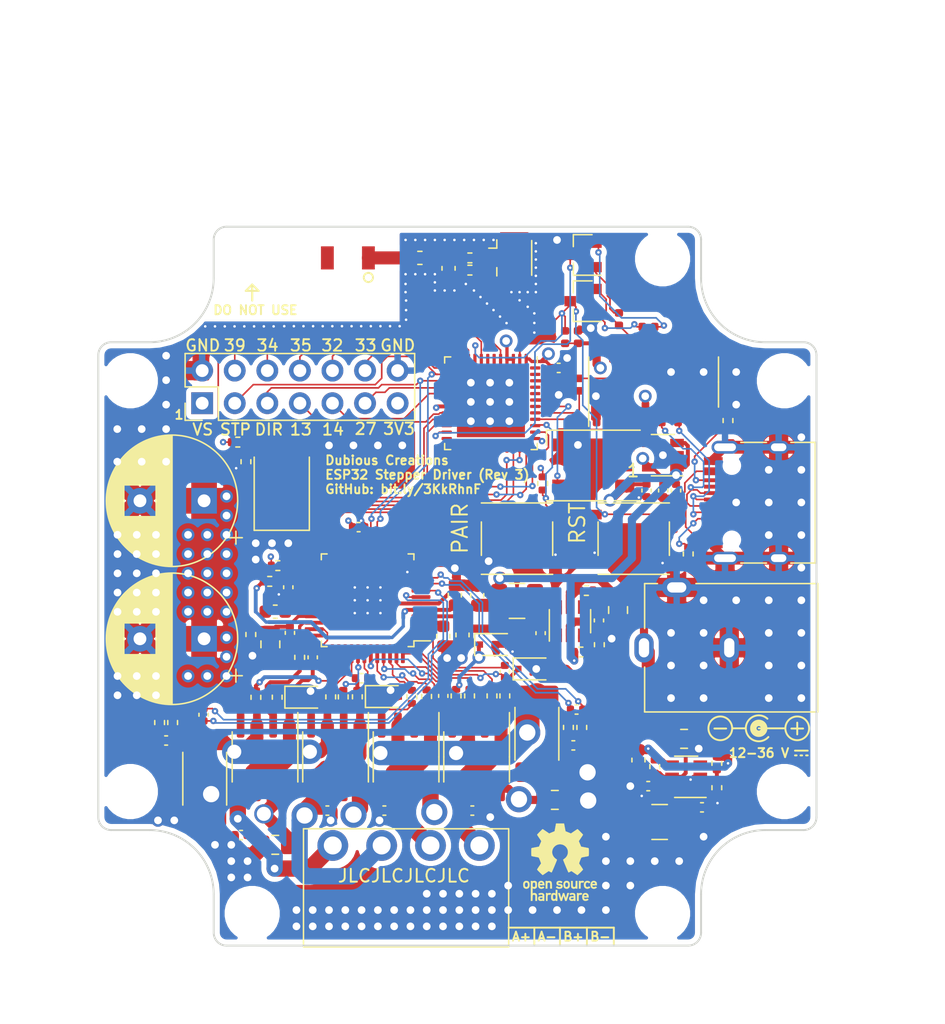
<source format=kicad_pcb>
(kicad_pcb (version 20171130) (host pcbnew "(5.1.9)-1")
  (layers (0 F.Cu mixed) (1 Gnd.Cu mixed) (2 Vcc.Cu mixed) (31 B.Cu mixed) (35 F.Paste user) (36 B.SilkS user) (37 F.SilkS user) (38 B.Mask user) (39 F.Mask user) (44 Edge.Cuts user))
  (net 0 "")
  (net 1 GND)
  (net 2 +3V3)
  (net 3 /EN)
  (net 4 /USB_RTS)
  (net 5 "Net-(Q1-Pad1)")
  (net 6 /IO0)
  (net 7 /USB_DTR)
  (net 8 "Net-(Q4-Pad1)")
  (net 9 /USB_TX)
  (net 10 /USB_RX)
  (net 11 "Net-(R25-Pad2)")
  (net 12 /IO32)
  (net 13 VS)
  (net 14 +5V)
  (net 15 /LED_DATA)
  (net 16 /TMC_MISO)
  (net 17 /TMC_MOSI)
  (net 18 /TMC_CLK)
  (net 19 /TMC_CS)
  (net 20 /TMC_~EN)
  (net 21 /HA1)
  (net 22 /HA2)
  (net 23 /BMA2)
  (net 24 /BMA1)
  (net 25 /LA1)
  (net 26 /LA2)
  (net 27 /LB2)
  (net 28 /LB1)
  (net 29 /BMB1)
  (net 30 /BMB2)
  (net 31 /HB2)
  (net 32 /HB1)
  (net 33 /TMC_DIR)
  (net 34 /TMC_STEP)
  (net 35 /IO33)
  (net 36 /I35)
  (net 37 /I34)
  (net 38 /I39)
  (net 39 "Net-(C2-Pad2)")
  (net 40 "Net-(C2-Pad1)")
  (net 41 "Net-(C14-Pad1)")
  (net 42 "Net-(C18-Pad2)")
  (net 43 "Net-(C19-Pad1)")
  (net 44 "Net-(Q6-Pad4)")
  (net 45 "Net-(Q6-Pad2)")
  (net 46 /CA1)
  (net 47 /SRAH)
  (net 48 /SRAL)
  (net 49 "Net-(Q2-Pad4)")
  (net 50 "Net-(Q2-Pad2)")
  (net 51 /CB1)
  (net 52 /SRBL)
  (net 53 /SRBH)
  (net 54 /CB2)
  (net 55 "Net-(Q3-Pad4)")
  (net 56 "Net-(Q3-Pad2)")
  (net 57 /CA2)
  (net 58 /VS_SENSE)
  (net 59 /IO14)
  (net 60 /PAIR_SW)
  (net 61 /IO27)
  (net 62 /GLA2)
  (net 63 /GHA2)
  (net 64 /TMC_DCO)
  (net 65 /TMC_DCEN)
  (net 66 /TMC_DIAG1)
  (net 67 /TMC_DIAG0)
  (net 68 "Net-(J9-PadA4)")
  (net 69 /LNA)
  (net 70 "Net-(J5-Pad1)")
  (net 71 "Net-(C11-Pad2)")
  (net 72 "Net-(C11-Pad1)")
  (net 73 +12V)
  (net 74 "Net-(R27-Pad2)")
  (net 75 /IO13)
  (net 76 "Net-(C16-Pad1)")
  (net 77 /BO1)
  (net 78 /BO2)
  (net 79 /AO1)
  (net 80 /AO2)
  (net 81 "Net-(C16-Pad2)")
  (net 82 "Net-(R33-Pad2)")
  (net 83 /ANT_OUT)
  (net 84 "Net-(C14-Pad2)")
  (net 85 "Net-(C39-Pad1)")
  (net 86 "Net-(C40-Pad1)")
  (net 87 "Net-(R36-Pad1)")
  (net 88 "Net-(R37-Pad1)")
  (net 89 "Net-(C28-Pad1)")
  (net 90 "Net-(J9-PadA5)")
  (net 91 "Net-(J9-PadA7)")
  (net 92 "Net-(J9-PadA6)")
  (net 93 "Net-(J9-PadB5)")
  (module Capacitor_SMD:C_0603_1608Metric (layer F.Cu) (at 164.92 91.346 270)
    (fp_text reference C35 hide)
    (fp_text value 10uF/25V)
    (pad 2 smd roundrect (at 0.775 0 270) (size 0.9 0.95) (layers F.Cu F.Paste F.Mask) (net 1 GND))
    (pad 1 smd roundrect (at -0.775 0 270) (size 0.9 0.95) (layers F.Cu F.Paste F.Mask) (net 73 +12V))
  )
  (module Capacitor_SMD:C_0603_1608Metric (layer F.Cu) (at 152.347 78.519 90)
    (fp_text reference C37 hide)
    (fp_text value 10uF/25V)
    (pad 2 smd roundrect (at 0.775 0 90) (size 0.9 0.95) (layers F.Cu F.Paste F.Mask) (net 1 GND))
    (pad 1 smd roundrect (at -0.775 0 90) (size 0.9 0.95) (layers F.Cu F.Paste F.Mask) (net 14 +5V))
  )
  (module Resistor_SMD:R_0402_1005Metric (layer F.Cu) (at 166.19 91.854 270)
    (fp_text reference R36 hide)
    (fp_text value 100kR)
    (pad 2 smd roundrect (at 0.51 0 270) (size 0.54 0.64) (layers F.Cu F.Paste F.Mask) (net 13 VS))
    (pad 1 smd roundrect (at -0.51 0 270) (size 0.54 0.64) (layers F.Cu F.Paste F.Mask) (net 87 "Net-(R36-Pad1)"))
  )
  (module Resistor_SMD:R_0402_1005Metric (layer F.Cu) (at 160.856 78.138 180)
    (fp_text reference R37 hide)
    (fp_text value 100kR)
    (pad 2 smd roundrect (at 0.51 0 180) (size 0.54 0.64) (layers F.Cu F.Paste F.Mask) (net 13 VS))
    (pad 1 smd roundrect (at -0.51 0 180) (size 0.54 0.64) (layers F.Cu F.Paste F.Mask) (net 88 "Net-(R37-Pad1)"))
  )
  (module Resistor_SMD:R_0402_1005Metric (layer F.Cu) (at 133.678 66.581 180)
    (fp_text reference R21 hide)
    (fp_text value 10kR)
    (pad 2 smd roundrect (at 0.51 0 180) (size 0.54 0.64) (layers F.Cu F.Paste F.Mask) (net 13 VS))
    (pad 1 smd roundrect (at -0.51 0 180) (size 0.54 0.64) (layers F.Cu F.Paste F.Mask) (net 58 /VS_SENSE))
  )
  (module Symbol:OSHW-Logo_5.7x6mm_SilkScreen (layer F.Cu) (at 158.8 99.3)
    (fp_text reference H10 hide)
    (fp_text value MountingHole hide)
  )
  (module Symbol:Symbol_Barrel_Polarity (layer F.Cu) (at 174.3 88.8)
    (fp_text reference H9 hide)
    (fp_text value MountingHole)
  )
  (module Capacitor_SMD:C_0402_1005Metric (layer F.Cu) (at 131.011 87.818 90)
    (fp_text reference C29 hide)
    (fp_text value 2.2nF)
    (pad 2 smd roundrect (at 0.48 0 90) (size 0.56 0.62) (layers F.Cu F.Paste F.Mask) (net 48 /SRAL))
    (pad 1 smd roundrect (at -0.48 0 90) (size 0.56 0.62) (layers F.Cu F.Paste F.Mask) (net 47 /SRAH))
  )
  (module Capacitor_SMD:C_0402_1005Metric (layer F.Cu) (at 128.09 89.822 180)
    (fp_text reference C39 hide)
    (fp_text value 0.1uF)
    (pad 2 smd roundrect (at 0.48 0 180) (size 0.56 0.62) (layers F.Cu F.Paste F.Mask) (net 1 GND))
    (pad 1 smd roundrect (at -0.48 0 180) (size 0.56 0.62) (layers F.Cu F.Paste F.Mask) (net 85 "Net-(C39-Pad1)"))
  )
  (module Capacitor_SMD:C_0402_1005Metric (layer F.Cu) (at 159.84 90.203)
    (fp_text reference C40 hide)
    (fp_text value 0.1uF)
    (pad 2 smd roundrect (at 0.48 0) (size 0.56 0.62) (layers F.Cu F.Paste F.Mask) (net 1 GND))
    (pad 1 smd roundrect (at -0.48 0) (size 0.56 0.62) (layers F.Cu F.Paste F.Mask) (net 86 "Net-(C40-Pad1)"))
  )
  (module Capacitor_SMD:C_0402_1005Metric (layer F.Cu) (at 160.094 87.409)
    (fp_text reference C38 hide)
    (fp_text value 2.2nF)
    (pad 2 smd roundrect (at 0.48 0) (size 0.56 0.62) (layers F.Cu F.Paste F.Mask) (net 52 /SRBL))
    (pad 1 smd roundrect (at -0.48 0) (size 0.56 0.62) (layers F.Cu F.Paste F.Mask) (net 53 /SRBH))
  )
  (module Capacitor_SMD:C_0805_2012Metric (layer F.Cu) (at 136.218 82.329 270)
    (fp_text reference C21 hide)
    (fp_text value 0.22uF/50V)
    (pad 2 smd roundrect (at 0.95 0 270) (size 1 1.45) (layers F.Cu F.Paste F.Mask) (net 1 GND))
    (pad 1 smd roundrect (at -0.95 0 270) (size 1 1.45) (layers F.Cu F.Paste F.Mask) (net 84 "Net-(C14-Pad2)"))
  )
  (module Resistor_SMD:R_0402_1005Metric (layer F.Cu) (at 134.694 81.567 270)
    (fp_text reference R35 hide)
    (fp_text value 1R)
    (pad 2 smd roundrect (at 0.51 0 270) (size 0.54 0.64) (layers F.Cu F.Paste F.Mask) (net 13 VS))
    (pad 1 smd roundrect (at -0.51 0 270) (size 0.54 0.64) (layers F.Cu F.Paste F.Mask) (net 84 "Net-(C14-Pad2)"))
  )
  (module Resistor_SMD:R_0402_1005Metric (layer F.Cu) (at 151.7755 53.1825)
    (fp_text reference R24 hide)
    (fp_text value 0R)
    (pad 2 smd roundrect (at 0.51 0) (size 0.54 0.64) (layers F.Cu F.Paste F.Mask) (net 69 /LNA))
    (pad 1 smd roundrect (at -0.51 0) (size 0.54 0.64) (layers F.Cu F.Paste F.Mask) (net 89 "Net-(C28-Pad1)"))
  )
  (module Resistor_SMD:R_0402_1005Metric (layer F.Cu) (at 151.7755 52.23)
    (fp_text reference JP1 hide)
    (fp_text value Open)
    (pad 2 smd roundrect (at 0.51 0) (size 0.54 0.64) (layers F.Cu F.Paste F.Mask) (net 70 "Net-(J5-Pad1)"))
    (pad 1 smd roundrect (at -0.51 0) (size 0.54 0.64) (layers F.Cu F.Paste F.Mask) (net 89 "Net-(C28-Pad1)"))
  )
  (module Connector_Coaxial:U.FL_Hirose_U.FL-R-SMT-1_Vertical (layer F.Cu) (at 154.76 52.23)
    (fp_text reference J5 hide)
    (fp_text value Conn_Coaxial)
    (pad 2 smd rect (at 0.475 -1.475) (size 2.2 1.05) (layers F.Cu F.Paste F.Mask) (net 1 GND))
    (pad 1 smd rect (at -1.05 0) (size 1.05 1) (layers F.Cu F.Paste F.Mask) (net 70 "Net-(J5-Pad1)"))
    (pad 2 smd rect (at 0.475 1.475) (size 2.2 1.05) (layers F.Cu F.Paste F.Mask) (net 1 GND))
  )
  (module Package_TO_SOT_SMD:SOT-23-6 (layer F.Cu) (at 159.58 80.53 90)
    (fp_text reference U5 hide)
    (fp_text value TP6841S6-A)
    (pad 5 smd rect (at 1.1 0 90) (size 1.06 0.65) (layers F.Cu F.Paste F.Mask) (net 13 VS))
    (pad 6 smd rect (at 1.1 -0.95 90) (size 1.06 0.65) (layers F.Cu F.Paste F.Mask) (net 81 "Net-(C16-Pad2)"))
    (pad 4 smd rect (at 1.1 0.95 90) (size 1.06 0.65) (layers F.Cu F.Paste F.Mask) (net 88 "Net-(R37-Pad1)"))
    (pad 3 smd rect (at -1.1 0.95 90) (size 1.06 0.65) (layers F.Cu F.Paste F.Mask) (net 82 "Net-(R33-Pad2)"))
    (pad 2 smd rect (at -1.1 0 90) (size 1.06 0.65) (layers F.Cu F.Paste F.Mask) (net 1 GND))
    (pad 1 smd rect (at -1.1 -0.95 90) (size 1.06 0.65) (layers F.Cu F.Paste F.Mask) (net 76 "Net-(C16-Pad1)"))
  )
  (module Resistor_SMD:R_0402_1005Metric (layer F.Cu) (at 161.87 82.36 90)
    (fp_text reference R34 hide)
    (fp_text value 22kR)
    (pad 2 smd roundrect (at 0.51 0 90) (size 0.54 0.64) (layers F.Cu F.Paste F.Mask) (net 1 GND))
    (pad 1 smd roundrect (at -0.51 0 90) (size 0.54 0.64) (layers F.Cu F.Paste F.Mask) (net 82 "Net-(R33-Pad2)"))
  )
  (module Resistor_SMD:R_0402_1005Metric (layer F.Cu) (at 160.43 82.93)
    (fp_text reference R33 hide)
    (fp_text value 120kR)
    (pad 2 smd roundrect (at 0.51 0) (size 0.54 0.64) (layers F.Cu F.Paste F.Mask) (net 82 "Net-(R33-Pad2)"))
    (pad 1 smd roundrect (at -0.51 0) (size 0.54 0.64) (layers F.Cu F.Paste F.Mask) (net 14 +5V))
  )
  (module Inductor_SMD:L_1210_3225Metric (layer F.Cu) (at 155.45 78.95 180)
    (fp_text reference L3 hide)
    (fp_text value 22uH)
    (pad 2 smd roundrect (at 1.4 0 180) (size 1.25 2.65) (layers F.Cu F.Paste F.Mask) (roundrect_rratio 0.2) (net 14 +5V))
    (pad 1 smd roundrect (at -1.4 0 180) (size 1.25 2.65) (layers F.Cu F.Paste F.Mask) (roundrect_rratio 0.2) (net 81 "Net-(C16-Pad2)"))
  )
  (module Capacitor_SMD:C_0402_1005Metric (layer F.Cu) (at 161.84 80.47 90)
    (fp_text reference C36 hide)
    (fp_text value 0.1uF/50V)
    (pad 2 smd roundrect (at 0.48 0 90) (size 0.56 0.62) (layers F.Cu F.Paste F.Mask) (net 13 VS))
    (pad 1 smd roundrect (at -0.48 0 90) (size 0.56 0.62) (layers F.Cu F.Paste F.Mask) (net 1 GND))
  )
  (module Capacitor_SMD:C_0805_2012Metric (layer F.Cu) (at 163.33 79.66 270)
    (fp_text reference C33 hide)
    (fp_text value 10uF/50V)
    (pad 2 smd roundrect (at 0.95 0 270) (size 1 1.45) (layers F.Cu F.Paste F.Mask) (net 1 GND))
    (pad 1 smd roundrect (at -0.95 0 270) (size 1 1.45) (layers F.Cu F.Paste F.Mask) (net 13 VS))
  )
  (module Capacitor_SMD:C_0402_1005Metric (layer F.Cu) (at 157.29 81.46 90)
    (fp_text reference C16 hide)
    (fp_text value 0.22uF)
    (pad 2 smd roundrect (at 0.48 0 90) (size 0.56 0.62) (layers F.Cu F.Paste F.Mask) (net 81 "Net-(C16-Pad2)"))
    (pad 1 smd roundrect (at -0.48 0 90) (size 0.56 0.62) (layers F.Cu F.Paste F.Mask) (net 76 "Net-(C16-Pad1)"))
  )
  (module Capacitor_SMD:C_0402_1005Metric (layer F.Cu) (at 143.325 84.97)
    (fp_text reference C5 hide)
    (fp_text value 0.47uF/25V)
    (pad 2 smd roundrect (at 0.48 0) (size 0.56 0.62) (layers F.Cu F.Paste F.Mask) (net 46 /CA1))
    (pad 1 smd roundrect (at -0.48 0) (size 0.56 0.62) (layers F.Cu F.Paste F.Mask) (net 24 /BMA1))
  )
  (module Resistor_SMD:R_0402_1005Metric (layer F.Cu) (at 141.9 86.425 90)
    (fp_text reference R5 hide)
    (fp_text value 10R)
    (pad 2 smd roundrect (at 0.51 0 90) (size 0.54 0.64) (layers F.Cu F.Paste F.Mask) (net 21 /HA1))
    (pad 1 smd roundrect (at -0.51 0 90) (size 0.54 0.64) (layers F.Cu F.Paste F.Mask) (net 45 "Net-(Q6-Pad2)"))
  )
  (module Diode_SMD:D_SOD-323F (layer F.Cu) (at 145.13 86.4)
    (fp_text reference D4 hide)
    (fp_text value 60V/1A)
    (pad 2 smd rect (at 1.1 0) (size 0.5 0.5) (layers F.Cu F.Paste F.Mask) (net 1 GND))
    (pad 1 smd rect (at -1.1 0) (size 0.5 0.5) (layers F.Cu F.Paste F.Mask) (net 24 /BMA1))
  )
  (module Resistor_SMD:R_0402_1005Metric (layer F.Cu) (at 151.75 86.35 90)
    (fp_text reference R8 hide)
    (fp_text value 10R)
    (pad 2 smd roundrect (at 0.51 0 90) (size 0.54 0.64) (layers F.Cu F.Paste F.Mask) (net 28 /LB1))
    (pad 1 smd roundrect (at -0.51 0 90) (size 0.54 0.64) (layers F.Cu F.Paste F.Mask) (net 49 "Net-(Q2-Pad4)"))
  )
  (module Resistor_SMD:R_0402_1005Metric (layer F.Cu) (at 150.7 86.35 90)
    (fp_text reference R32 hide)
    (fp_text value 1R)
    (pad 2 smd roundrect (at 0.51 0 90) (size 0.54 0.64) (layers F.Cu F.Paste F.Mask) (net 30 /BMB2))
    (pad 1 smd roundrect (at -0.51 0 90) (size 0.54 0.64) (layers F.Cu F.Paste F.Mask) (net 78 /BO2))
  )
  (module Resistor_SMD:R_0402_1005Metric (layer F.Cu) (at 154.5 86.35 90)
    (fp_text reference R31 hide)
    (fp_text value 1R)
    (pad 2 smd roundrect (at 0.51 0 90) (size 0.54 0.64) (layers F.Cu F.Paste F.Mask) (net 29 /BMB1))
    (pad 1 smd roundrect (at -0.51 0 90) (size 0.54 0.64) (layers F.Cu F.Paste F.Mask) (net 77 /BO1))
  )
  (module Resistor_SMD:R_0402_1005Metric (layer F.Cu) (at 136.75 86.45 90)
    (fp_text reference R30 hide)
    (fp_text value 1R)
    (pad 2 smd roundrect (at 0.51 0 90) (size 0.54 0.64) (layers F.Cu F.Paste F.Mask) (net 23 /BMA2))
    (pad 1 smd roundrect (at -0.51 0 90) (size 0.54 0.64) (layers F.Cu F.Paste F.Mask) (net 80 /AO2))
  )
  (module Resistor_SMD:R_0402_1005Metric (layer F.Cu) (at 143 86.42 90)
    (fp_text reference R29 hide)
    (fp_text value 1R)
    (pad 2 smd roundrect (at 0.51 0 90) (size 0.54 0.64) (layers F.Cu F.Paste F.Mask) (net 24 /BMA1))
    (pad 1 smd roundrect (at -0.51 0 90) (size 0.54 0.64) (layers F.Cu F.Paste F.Mask) (net 79 /AO1))
  )
  (module Diode_SMD:D_SOD-323F (layer F.Cu) (at 156.65 84.25)
    (fp_text reference D6 hide)
    (fp_text value 60V/1A)
    (pad 2 smd rect (at 1.1 0) (size 0.5 0.5) (layers F.Cu F.Paste F.Mask) (net 1 GND))
    (pad 1 smd rect (at -1.1 0) (size 0.5 0.5) (layers F.Cu F.Paste F.Mask) (net 29 /BMB1))
  )
  (module Diode_SMD:D_SOD-323F (layer F.Cu) (at 153.65 82.35)
    (fp_text reference D5 hide)
    (fp_text value 60V/1A)
    (pad 2 smd rect (at 1.1 0) (size 0.5 0.5) (layers F.Cu F.Paste F.Mask) (net 1 GND))
    (pad 1 smd rect (at -1.1 0) (size 0.5 0.5) (layers F.Cu F.Paste F.Mask) (net 30 /BMB2))
  )
  (module Diode_SMD:D_SOD-323F (layer F.Cu) (at 138.85 86.45)
    (fp_text reference D2 hide)
    (fp_text value 60V/1A)
    (pad 2 smd rect (at 1.1 0) (size 0.5 0.5) (layers F.Cu F.Paste F.Mask) (net 1 GND))
    (pad 1 smd rect (at -1.1 0) (size 0.5 0.5) (layers F.Cu F.Paste F.Mask) (net 23 /BMA2))
  )
  (module Capacitor_SMD:C_0402_1005Metric (layer F.Cu) (at 154.5 84.45 90)
    (fp_text reference C32 hide)
    (fp_text value 0.47uF/25V)
    (pad 2 smd roundrect (at 0.48 0 90) (size 0.56 0.62) (layers F.Cu F.Paste F.Mask) (net 51 /CB1))
    (pad 1 smd roundrect (at -0.48 0 90) (size 0.56 0.62) (layers F.Cu F.Paste F.Mask) (net 29 /BMB1))
  )
  (module Capacitor_SMD:C_0402_1005Metric (layer F.Cu) (at 149.7 86.35 90)
    (fp_text reference C10 hide)
    (fp_text value 0.47uF/25V)
    (pad 2 smd roundrect (at 0.48 0 90) (size 0.56 0.62) (layers F.Cu F.Paste F.Mask) (net 54 /CB2))
    (pad 1 smd roundrect (at -0.48 0 90) (size 0.56 0.62) (layers F.Cu F.Paste F.Mask) (net 30 /BMB2))
  )
  (module Capacitor_SMD:C_0805_2012Metric (layer F.Cu) (at 158.4 94.45)
    (fp_text reference C23 hide)
    (fp_text value 4.7uF/50V)
    (pad 2 smd roundrect (at 0.95 0) (size 1 1.45) (layers F.Cu F.Paste F.Mask) (net 1 GND))
    (pad 1 smd roundrect (at -0.95 0) (size 1 1.45) (layers F.Cu F.Paste F.Mask) (net 13 VS))
  )
  (module Capacitor_SMD:C_0402_1005Metric (layer F.Cu) (at 133.932 97.188 180)
    (fp_text reference C27 hide)
    (fp_text value 1nF/50V)
    (pad 2 smd roundrect (at 0.48 0 180) (size 0.56 0.62) (layers F.Cu F.Paste F.Mask) (net 1 GND))
    (pad 1 smd roundrect (at -0.48 0 180) (size 0.56 0.62) (layers F.Cu F.Paste F.Mask) (net 80 /AO2))
  )
  (module Capacitor_SMD:C_0402_1005Metric (layer F.Cu) (at 140.663 95.283)
    (fp_text reference C26 hide)
    (fp_text value 1nF/50V)
    (pad 2 smd roundrect (at 0.48 0) (size 0.56 0.62) (layers F.Cu F.Paste F.Mask) (net 1 GND))
    (pad 1 smd roundrect (at -0.48 0) (size 0.56 0.62) (layers F.Cu F.Paste F.Mask) (net 79 /AO1))
  )
  (module Capacitor_SMD:C_0402_1005Metric (layer F.Cu) (at 145.108 95.283 180)
    (fp_text reference C25 hide)
    (fp_text value 1nF/50V)
    (pad 2 smd roundrect (at 0.48 0 180) (size 0.56 0.62) (layers F.Cu F.Paste F.Mask) (net 1 GND))
    (pad 1 smd roundrect (at -0.48 0 180) (size 0.56 0.62) (layers F.Cu F.Paste F.Mask) (net 78 /BO2))
  )
  (module Package_TO_SOT_SMD:SOT-23-6 (layer F.Cu) (at 168.641 92.65 180)
    (fp_text reference U3 hide)
    (fp_text value TP6841S6-A)
    (pad 5 smd rect (at 1.1 0 180) (size 1.06 0.65) (layers F.Cu F.Paste F.Mask) (net 13 VS))
    (pad 6 smd rect (at 1.1 -0.95 180) (size 1.06 0.65) (layers F.Cu F.Paste F.Mask) (net 71 "Net-(C11-Pad2)"))
    (pad 4 smd rect (at 1.1 0.95 180) (size 1.06 0.65) (layers F.Cu F.Paste F.Mask) (net 87 "Net-(R36-Pad1)"))
    (pad 3 smd rect (at -1.1 0.95 180) (size 1.06 0.65) (layers F.Cu F.Paste F.Mask) (net 74 "Net-(R27-Pad2)"))
    (pad 2 smd rect (at -1.1 0 180) (size 1.06 0.65) (layers F.Cu F.Paste F.Mask) (net 1 GND))
    (pad 1 smd rect (at -1.1 -0.95 180) (size 1.06 0.65) (layers F.Cu F.Paste F.Mask) (net 72 "Net-(C11-Pad1)"))
  )
  (module Resistor_SMD:R_0402_1005Metric (layer F.Cu) (at 171.031 93.5 270)
    (fp_text reference R28 hide)
    (fp_text value 24kR)
    (pad 2 smd roundrect (at 0.51 0 270) (size 0.54 0.64) (layers F.Cu F.Paste F.Mask) (net 1 GND))
    (pad 1 smd roundrect (at -0.51 0 270) (size 0.54 0.64) (layers F.Cu F.Paste F.Mask) (net 74 "Net-(R27-Pad2)"))
  )
  (module Resistor_SMD:R_0402_1005Metric (layer F.Cu) (at 171.031 91.6 270)
    (fp_text reference R27 hide)
    (fp_text value 330kR)
    (pad 2 smd roundrect (at 0.51 0 270) (size 0.54 0.64) (layers F.Cu F.Paste F.Mask) (net 74 "Net-(R27-Pad2)"))
    (pad 1 smd roundrect (at -0.51 0 270) (size 0.54 0.64) (layers F.Cu F.Paste F.Mask) (net 73 +12V))
  )
  (module Inductor_SMD:L_1210_3225Metric (layer F.Cu) (at 166.571 96.172 180)
    (fp_text reference L2 hide)
    (fp_text value 22uH)
    (pad 2 smd roundrect (at 1.4 0 180) (size 1.25 2.65) (layers F.Cu F.Paste F.Mask) (roundrect_rratio 0.2) (net 73 +12V))
    (pad 1 smd roundrect (at -1.4 0 180) (size 1.25 2.65) (layers F.Cu F.Paste F.Mask) (roundrect_rratio 0.2) (net 71 "Net-(C11-Pad2)"))
  )
  (module Capacitor_SMD:C_0402_1005Metric (layer F.Cu) (at 165.682 93.378)
    (fp_text reference C34 hide)
    (fp_text value 0.1uF/50V)
    (pad 2 smd roundrect (at 0.48 0) (size 0.56 0.62) (layers F.Cu F.Paste F.Mask) (net 13 VS))
    (pad 1 smd roundrect (at -0.48 0) (size 0.56 0.62) (layers F.Cu F.Paste F.Mask) (net 1 GND))
  )
  (module Capacitor_SMD:C_0805_2012Metric (layer F.Cu) (at 168.476 89.695)
    (fp_text reference C12 hide)
    (fp_text value 10uF/50V)
    (pad 2 smd roundrect (at 0.95 0) (size 1 1.45) (layers F.Cu F.Paste F.Mask) (net 1 GND))
    (pad 1 smd roundrect (at -0.95 0) (size 1 1.45) (layers F.Cu F.Paste F.Mask) (net 13 VS))
  )
  (module Capacitor_SMD:C_0402_1005Metric (layer F.Cu) (at 169.873 95.029 180)
    (fp_text reference C11 hide)
    (fp_text value 0.22uF)
    (pad 2 smd roundrect (at 0.48 0 180) (size 0.56 0.62) (layers F.Cu F.Paste F.Mask) (net 71 "Net-(C11-Pad2)"))
    (pad 1 smd roundrect (at -0.48 0 180) (size 0.56 0.62) (layers F.Cu F.Paste F.Mask) (net 72 "Net-(C11-Pad1)"))
  )
  (module Switch:SW_Push_1P1T_NO_5.1x5.1mm (layer F.Cu) (at 164.55 74.1)
    (fp_text reference SW1 hide)
    (fp_text value SW_Push)
    (pad 2 smd rect (at 3 1.875) (size 1 0.75) (layers F.Cu F.Paste F.Mask) (net 1 GND))
    (pad 1 smd rect (at 3 -1.875) (size 1 0.75) (layers F.Cu F.Paste F.Mask) (net 3 /EN))
    (pad 1 smd rect (at -3 -1.875) (size 1 0.75) (layers F.Cu F.Paste F.Mask) (net 3 /EN))
    (pad 2 smd rect (at -3 1.875) (size 1 0.75) (layers F.Cu F.Paste F.Mask) (net 1 GND))
  )
  (module Resistor_SMD:R_0402_1005Metric (layer F.Cu) (at 136.8 76.2 180)
    (fp_text reference R26 hide)
    (fp_text value 10kR)
    (pad 2 smd roundrect (at 0.51 0 180) (size 0.54 0.64) (layers F.Cu F.Paste F.Mask) (net 2 +3V3))
    (pad 1 smd roundrect (at -0.51 0 180) (size 0.54 0.64) (layers F.Cu F.Paste F.Mask) (net 20 /TMC_~EN))
  )
  (module Diode_SMD:D_SMB (layer F.Cu) (at 137.107 69.9 90)
    (fp_text reference D1 hide)
    (fp_text value SMBJ40A)
    (pad 2 smd rect (at 2.15 0 90) (size 2.5 2.3) (layers F.Cu F.Paste F.Mask) (net 1 GND))
    (pad 1 smd rect (at -2.15 0 90) (size 2.5 2.3) (layers F.Cu F.Paste F.Mask) (net 13 VS))
  )
  (module Capacitor_SMD:C_0402_1005Metric (layer F.Cu) (at 143.1 73.2 180)
    (fp_text reference C20 hide)
    (fp_text value 0.1uF)
    (pad 2 smd roundrect (at 0.48 0 180) (size 0.56 0.62) (layers F.Cu F.Paste F.Mask) (net 2 +3V3))
    (pad 1 smd roundrect (at -0.48 0 180) (size 0.56 0.62) (layers F.Cu F.Paste F.Mask) (net 1 GND))
  )
  (module Capacitor_SMD:C_0402_1005Metric (layer F.Cu) (at 158.7 60.8)
    (fp_text reference C30 hide)
    (fp_text value 0.1uF)
    (pad 2 smd roundrect (at 0.48 0) (size 0.56 0.62) (layers F.Cu F.Paste F.Mask) (net 1 GND))
    (pad 1 smd roundrect (at -0.48 0) (size 0.56 0.62) (layers F.Cu F.Paste F.Mask) (net 2 +3V3))
  )
  (module Capacitor_THT:CP_Radial_D10.0mm_P5.00mm (layer F.Cu) (at 131.05 81.9 180)
    (fp_text reference C31 hide)
    (fp_text value 220uF/50V)
    (pad 2 thru_hole circle (at 5 0 180) (size 2 2) (drill 1) (layers *.Cu *.Mask) (net 1 GND))
    (pad 1 thru_hole rect (at 0 0 180) (size 2 2) (drill 1) (layers *.Cu *.Mask) (net 13 VS))
  )
  (module Switch:SW_Push_1P1T_NO_5.1x5.1mm (layer F.Cu) (at 155.45 74.1)
    (fp_text reference SW2 hide)
    (fp_text value SW_Push)
    (pad 2 smd rect (at 3 1.875) (size 1 0.75) (layers F.Cu F.Paste F.Mask) (net 1 GND))
    (pad 1 smd rect (at 3 -1.875) (size 1 0.75) (layers F.Cu F.Paste F.Mask) (net 60 /PAIR_SW))
    (pad 1 smd rect (at -3 -1.875) (size 1 0.75) (layers F.Cu F.Paste F.Mask) (net 60 /PAIR_SW))
    (pad 2 smd rect (at -3 1.875) (size 1 0.75) (layers F.Cu F.Paste F.Mask) (net 1 GND))
  )
  (module Package_DFN_QFN:QFN-48-1EP_7x7mm_P0.5mm_EP5.3x5.3mm (layer F.Cu) (at 153.417 63.552 270)
    (fp_text reference U4 hide)
    (fp_text value ESP32-PICO-D4)
    (pad 49 smd rect (at 0 0 270) (size 5.3 5.3) (layers F.Cu F.Mask) (net 1 GND))
    (pad 48 smd roundrect (at -2.75 -3.45 270) (size 0.25 0.8) (layers F.Cu F.Paste F.Mask))
    (pad 47 smd roundrect (at -2.25 -3.45 270) (size 0.25 0.8) (layers F.Cu F.Paste F.Mask))
    (pad 46 smd roundrect (at -1.75 -3.45 270) (size 0.25 0.8) (layers F.Cu F.Paste F.Mask) (net 2 +3V3))
    (pad 45 smd roundrect (at -1.25 -3.45 270) (size 0.25 0.8) (layers F.Cu F.Paste F.Mask))
    (pad 44 smd roundrect (at -0.75 -3.45 270) (size 0.25 0.8) (layers F.Cu F.Paste F.Mask))
    (pad 43 smd roundrect (at -0.25 -3.45 270) (size 0.25 0.8) (layers F.Cu F.Paste F.Mask) (net 2 +3V3))
    (pad 42 smd roundrect (at 0.25 -3.45 270) (size 0.25 0.8) (layers F.Cu F.Paste F.Mask) (net 15 /LED_DATA))
    (pad 41 smd roundrect (at 0.75 -3.45 270) (size 0.25 0.8) (layers F.Cu F.Paste F.Mask) (net 11 "Net-(R25-Pad2)"))
    (pad 40 smd roundrect (at 1.25 -3.45 270) (size 0.25 0.8) (layers F.Cu F.Paste F.Mask) (net 9 /USB_TX))
    (pad 39 smd roundrect (at 1.75 -3.45 270) (size 0.25 0.8) (layers F.Cu F.Paste F.Mask) (net 60 /PAIR_SW))
    (pad 38 smd roundrect (at 2.25 -3.45 270) (size 0.25 0.8) (layers F.Cu F.Paste F.Mask) (net 16 /TMC_MISO))
    (pad 37 smd roundrect (at 2.75 -3.45 270) (size 0.25 0.8) (layers F.Cu F.Paste F.Mask) (net 2 +3V3))
    (pad 36 smd roundrect (at 3.45 -2.75 270) (size 0.8 0.25) (layers F.Cu F.Paste F.Mask) (net 17 /TMC_MOSI))
    (pad 35 smd roundrect (at 3.45 -2.25 270) (size 0.8 0.25) (layers F.Cu F.Paste F.Mask) (net 18 /TMC_CLK))
    (pad 34 smd roundrect (at 3.45 -1.75 270) (size 0.8 0.25) (layers F.Cu F.Paste F.Mask) (net 19 /TMC_CS))
    (pad 33 smd roundrect (at 3.45 -1.25 270) (size 0.8 0.25) (layers F.Cu F.Paste F.Mask))
    (pad 32 smd roundrect (at 3.45 -0.75 270) (size 0.8 0.25) (layers F.Cu F.Paste F.Mask))
    (pad 31 smd roundrect (at 3.45 -0.25 270) (size 0.8 0.25) (layers F.Cu F.Paste F.Mask))
    (pad 30 smd roundrect (at 3.45 0.25 270) (size 0.8 0.25) (layers F.Cu F.Paste F.Mask))
    (pad 29 smd roundrect (at 3.45 0.75 270) (size 0.8 0.25) (layers F.Cu F.Paste F.Mask) (net 65 /TMC_DCEN))
    (pad 28 smd roundrect (at 3.45 1.25 270) (size 0.8 0.25) (layers F.Cu F.Paste F.Mask) (net 64 /TMC_DCO))
    (pad 27 smd roundrect (at 3.45 1.75 270) (size 0.8 0.25) (layers F.Cu F.Paste F.Mask))
    (pad 26 smd roundrect (at 3.45 2.25 270) (size 0.8 0.25) (layers F.Cu F.Paste F.Mask))
    (pad 25 smd roundrect (at 3.45 2.75 270) (size 0.8 0.25) (layers F.Cu F.Paste F.Mask))
    (pad 24 smd roundrect (at 2.75 3.45 270) (size 0.25 0.8) (layers F.Cu F.Paste F.Mask) (net 67 /TMC_DIAG0))
    (pad 23 smd roundrect (at 2.25 3.45 270) (size 0.25 0.8) (layers F.Cu F.Paste F.Mask) (net 6 /IO0))
    (pad 22 smd roundrect (at 1.75 3.45 270) (size 0.25 0.8) (layers F.Cu F.Paste F.Mask) (net 66 /TMC_DIAG1))
    (pad 21 smd roundrect (at 1.25 3.45 270) (size 0.25 0.8) (layers F.Cu F.Paste F.Mask) (net 20 /TMC_~EN))
    (pad 20 smd roundrect (at 0.75 3.45 270) (size 0.25 0.8) (layers F.Cu F.Paste F.Mask) (net 75 /IO13))
    (pad 19 smd roundrect (at 0.25 3.45 270) (size 0.25 0.8) (layers F.Cu F.Paste F.Mask) (net 2 +3V3))
    (pad 18 smd roundrect (at -0.25 3.45 270) (size 0.25 0.8) (layers F.Cu F.Paste F.Mask))
    (pad 17 smd roundrect (at -0.75 3.45 270) (size 0.25 0.8) (layers F.Cu F.Paste F.Mask) (net 59 /IO14))
    (pad 16 smd roundrect (at -1.25 3.45 270) (size 0.25 0.8) (layers F.Cu F.Paste F.Mask) (net 61 /IO27))
    (pad 15 smd roundrect (at -1.75 3.45 270) (size 0.25 0.8) (layers F.Cu F.Paste F.Mask) (net 33 /TMC_DIR))
    (pad 14 smd roundrect (at -2.25 3.45 270) (size 0.25 0.8) (layers F.Cu F.Paste F.Mask) (net 34 /TMC_STEP))
    (pad 13 smd roundrect (at -2.75 3.45 270) (size 0.25 0.8) (layers F.Cu F.Paste F.Mask) (net 35 /IO33))
    (pad 12 smd roundrect (at -3.45 2.75 270) (size 0.8 0.25) (layers F.Cu F.Paste F.Mask) (net 12 /IO32))
    (pad 11 smd roundrect (at -3.45 2.25 270) (size 0.8 0.25) (layers F.Cu F.Paste F.Mask) (net 36 /I35))
    (pad 10 smd roundrect (at -3.45 1.75 270) (size 0.8 0.25) (layers F.Cu F.Paste F.Mask) (net 37 /I34))
    (pad 9 smd roundrect (at -3.45 1.25 270) (size 0.8 0.25) (layers F.Cu F.Paste F.Mask) (net 3 /EN))
    (pad 8 smd roundrect (at -3.45 0.75 270) (size 0.8 0.25) (layers F.Cu F.Paste F.Mask) (net 38 /I39))
    (pad 7 smd roundrect (at -3.45 0.25 270) (size 0.8 0.25) (layers F.Cu F.Paste F.Mask))
    (pad 6 smd roundrect (at -3.45 -0.25 270) (size 0.8 0.25) (layers F.Cu F.Paste F.Mask))
    (pad 5 smd roundrect (at -3.45 -0.75 270) (size 0.8 0.25) (layers F.Cu F.Paste F.Mask) (net 58 /VS_SENSE))
    (pad 4 smd roundrect (at -3.45 -1.25 270) (size 0.8 0.25) (layers F.Cu F.Paste F.Mask) (net 2 +3V3))
    (pad 3 smd roundrect (at -3.45 -1.75 270) (size 0.8 0.25) (layers F.Cu F.Paste F.Mask) (net 2 +3V3))
    (pad 2 smd roundrect (at -3.45 -2.25 270) (size 0.8 0.25) (layers F.Cu F.Paste F.Mask) (net 69 /LNA))
    (pad 1 smd roundrect (at -3.45 -2.75 270) (size 0.8 0.25) (layers F.Cu F.Paste F.Mask) (net 2 +3V3))
  )
  (module Inductor_SMD:L_0603_1608Metric (layer F.Cu) (at 147.8766 52.23 180)
    (fp_text reference L1 hide)
    (fp_text value 5.1nH)
    (pad 2 smd roundrect (at 0.7875 0 180) (size 0.875 0.95) (layers F.Cu F.Paste F.Mask) (net 83 /ANT_OUT))
    (pad 1 smd roundrect (at -0.7875 0 180) (size 0.875 0.95) (layers F.Cu F.Paste F.Mask) (net 89 "Net-(C28-Pad1)"))
  )
  (module Capacitor_SMD:C_0603_1608Metric (layer F.Cu) (at 150.1118 53.0428 270)
    (fp_text reference C28 hide)
    (fp_text value 1.5pF)
    (pad 2 smd roundrect (at 0.775 0 270) (size 0.9 0.95) (layers F.Cu F.Paste F.Mask) (net 1 GND))
    (pad 1 smd roundrect (at -0.775 0 270) (size 0.9 0.95) (layers F.Cu F.Paste F.Mask) (net 89 "Net-(C28-Pad1)"))
  )
  (module KH3216:KH3216-A55 (layer F.Cu) (at 142.2632 52.23)
    (fp_text reference AE1 hide)
    (fp_text value KH3216-A55)
    (pad 2 smd rect (at -1.6 0) (size 1 1.8) (layers F.Cu F.Paste F.Mask))
    (pad 1 smd rect (at 1.6 0) (size 1 1.8) (layers F.Cu F.Paste F.Mask) (net 83 /ANT_OUT))
  )
  (module MountingHole:MountingHole_3.5mm (layer F.Cu) (at 166.8 103.3)
    (fp_text reference H4 hide)
    (fp_text value MountingHole)
    (pad 1 np_thru_hole circle (at 0 0) (size 3.5 3.5) (drill 3.5) (layers *.Cu *.Mask))
  )
  (module Capacitor_SMD:C_0805_2012Metric (layer F.Cu) (at 136.599 97.95 180)
    (fp_text reference C22 hide)
    (fp_text value 4.7uF/50V)
    (pad 2 smd roundrect (at 0.95 0 180) (size 1 1.45) (layers F.Cu F.Paste F.Mask) (net 1 GND))
    (pad 1 smd roundrect (at -0.95 0 180) (size 1 1.45) (layers F.Cu F.Paste F.Mask) (net 13 VS))
  )
  (module Capacitor_SMD:C_0402_1005Metric (layer F.Cu) (at 151.966 95.283)
    (fp_text reference C24 hide)
    (fp_text value 1nF/50V)
    (pad 2 smd roundrect (at 0.48 0) (size 0.56 0.62) (layers F.Cu F.Paste F.Mask) (net 1 GND))
    (pad 1 smd roundrect (at -0.48 0) (size 0.56 0.62) (layers F.Cu F.Paste F.Mask) (net 77 /BO1))
  )
  (module Resistor_SMD:R_0402_1005Metric (layer F.Cu) (at 138.504 83.345 90)
    (fp_text reference R12 hide)
    (fp_text value 10R)
    (pad 2 smd roundrect (at 0.51 0 90) (size 0.54 0.64) (layers F.Cu F.Paste F.Mask) (net 22 /HA2))
    (pad 1 smd roundrect (at -0.51 0 90) (size 0.54 0.64) (layers F.Cu F.Paste F.Mask) (net 63 /GHA2))
  )
  (module Resistor_SMD:R_0402_1005Metric (layer F.Cu) (at 157.45 69.8 90)
    (fp_text reference R23 hide)
    (fp_text value 10kR)
    (pad 2 smd roundrect (at 0.51 0 90) (size 0.54 0.64) (layers F.Cu F.Paste F.Mask) (net 2 +3V3))
    (pad 1 smd roundrect (at -0.51 0 90) (size 0.54 0.64) (layers F.Cu F.Paste F.Mask) (net 60 /PAIR_SW))
  )
  (module Connector_PinHeader_2.54mm:PinHeader_2x07_P2.54mm_Vertical (layer F.Cu) (at 130.9 63.55 90)
    (fp_text reference J3 hide)
    (fp_text value CONN_02X07)
    (pad 14 thru_hole oval (at 2.54 15.24 90) (size 1.7 1.7) (drill 1) (layers *.Cu *.Mask) (net 1 GND))
    (pad 13 thru_hole oval (at 0 15.24 90) (size 1.7 1.7) (drill 1) (layers *.Cu *.Mask) (net 2 +3V3))
    (pad 12 thru_hole oval (at 2.54 12.7 90) (size 1.7 1.7) (drill 1) (layers *.Cu *.Mask) (net 35 /IO33))
    (pad 11 thru_hole oval (at 0 12.7 90) (size 1.7 1.7) (drill 1) (layers *.Cu *.Mask) (net 61 /IO27))
    (pad 10 thru_hole oval (at 2.54 10.16 90) (size 1.7 1.7) (drill 1) (layers *.Cu *.Mask) (net 12 /IO32))
    (pad 9 thru_hole oval (at 0 10.16 90) (size 1.7 1.7) (drill 1) (layers *.Cu *.Mask) (net 59 /IO14))
    (pad 8 thru_hole oval (at 2.54 7.62 90) (size 1.7 1.7) (drill 1) (layers *.Cu *.Mask) (net 36 /I35))
    (pad 7 thru_hole oval (at 0 7.62 90) (size 1.7 1.7) (drill 1) (layers *.Cu *.Mask) (net 75 /IO13))
    (pad 6 thru_hole oval (at 2.54 5.08 90) (size 1.7 1.7) (drill 1) (layers *.Cu *.Mask) (net 37 /I34))
    (pad 5 thru_hole oval (at 0 5.08 90) (size 1.7 1.7) (drill 1) (layers *.Cu *.Mask) (net 33 /TMC_DIR))
    (pad 4 thru_hole oval (at 2.54 2.54 90) (size 1.7 1.7) (drill 1) (layers *.Cu *.Mask) (net 38 /I39))
    (pad 3 thru_hole oval (at 0 2.54 90) (size 1.7 1.7) (drill 1) (layers *.Cu *.Mask) (net 34 /TMC_STEP))
    (pad 2 thru_hole oval (at 2.54 0 90) (size 1.7 1.7) (drill 1) (layers *.Cu *.Mask) (net 1 GND))
    (pad 1 thru_hole rect (at 0 0 90) (size 1.7 1.7) (drill 1) (layers *.Cu *.Mask) (net 13 VS))
  )
  (module Resistor_SMD:R_0402_1005Metric (layer F.Cu) (at 134.313 68.105 90)
    (fp_text reference R22 hide)
    (fp_text value 150R)
    (pad 2 smd roundrect (at 0.51 0 90) (size 0.54 0.64) (layers F.Cu F.Paste F.Mask) (net 58 /VS_SENSE))
    (pad 1 smd roundrect (at -0.51 0 90) (size 0.54 0.64) (layers F.Cu F.Paste F.Mask) (net 1 GND))
  )
  (module Capacitor_THT:CP_Radial_D10.0mm_P5.00mm (layer F.Cu) (at 131.05 71.15 180)
    (fp_text reference C3 hide)
    (fp_text value 220uF/50V)
    (pad 2 thru_hole circle (at 5 0 180) (size 2 2) (drill 1) (layers *.Cu *.Mask) (net 1 GND))
    (pad 1 thru_hole rect (at 0 0 180) (size 2 2) (drill 1) (layers *.Cu *.Mask) (net 13 VS))
  )
  (module Resistor_SMD:R_0402_1005Metric (layer F.Cu) (at 127.582 88.425 90)
    (fp_text reference R20 hide)
    (fp_text value 47R)
    (pad 2 smd roundrect (at 0.51 0 90) (size 0.54 0.64) (layers F.Cu F.Paste F.Mask) (net 48 /SRAL))
    (pad 1 smd roundrect (at -0.51 0 90) (size 0.54 0.64) (layers F.Cu F.Paste F.Mask) (net 1 GND))
  )
  (module Resistor_SMD:R_0402_1005Metric (layer F.Cu) (at 128.598 88.425 90)
    (fp_text reference R19 hide)
    (fp_text value 47R)
    (pad 2 smd roundrect (at 0.51 0 90) (size 0.54 0.64) (layers F.Cu F.Paste F.Mask) (net 47 /SRAH))
    (pad 1 smd roundrect (at -0.51 0 90) (size 0.54 0.64) (layers F.Cu F.Paste F.Mask) (net 85 "Net-(C39-Pad1)"))
  )
  (module Resistor_SMD:R_0402_1005Metric (layer F.Cu) (at 135.09 86.46 90)
    (fp_text reference R15 hide)
    (fp_text value 10R)
    (pad 2 smd roundrect (at 0.51 0 90) (size 0.54 0.64) (layers F.Cu F.Paste F.Mask) (net 26 /LA2))
    (pad 1 smd roundrect (at -0.51 0 90) (size 0.54 0.64) (layers F.Cu F.Paste F.Mask) (net 62 /GLA2))
  )
  (module Resistor_SMD:R_0402_1005Metric (layer F.Cu) (at 140.925 86.425 90)
    (fp_text reference R14 hide)
    (fp_text value 10R)
    (pad 2 smd roundrect (at 0.51 0 90) (size 0.54 0.64) (layers F.Cu F.Paste F.Mask) (net 25 /LA1))
    (pad 1 smd roundrect (at -0.51 0 90) (size 0.54 0.64) (layers F.Cu F.Paste F.Mask) (net 44 "Net-(Q6-Pad4)"))
  )
  (module Capacitor_SMD:C_0402_1005Metric (layer F.Cu) (at 139.52 83.345 90)
    (fp_text reference C17 hide)
    (fp_text value 0.47uF/25V)
    (pad 2 smd roundrect (at 0.48 0 90) (size 0.56 0.62) (layers F.Cu F.Paste F.Mask) (net 57 /CA2))
    (pad 1 smd roundrect (at -0.48 0 90) (size 0.56 0.62) (layers F.Cu F.Paste F.Mask) (net 23 /BMA2))
  )
  (module Package_SO:SOIC-8_3.9x4.9mm_P1.27mm (layer F.Cu) (at 135.8 91.1 270)
    (fp_text reference Q5 hide)
    (fp_text value Si4946BEY)
    (pad 8 smd roundrect (at 2.475 -1.905 270) (size 1.95 0.6) (layers F.Cu F.Paste F.Mask) (net 13 VS))
    (pad 7 smd roundrect (at 2.475 -0.635 270) (size 1.95 0.6) (layers F.Cu F.Paste F.Mask) (net 13 VS))
    (pad 6 smd roundrect (at 2.475 0.635 270) (size 1.95 0.6) (layers F.Cu F.Paste F.Mask) (net 80 /AO2))
    (pad 5 smd roundrect (at 2.475 1.905 270) (size 1.95 0.6) (layers F.Cu F.Paste F.Mask) (net 80 /AO2))
    (pad 4 smd roundrect (at -2.475 1.905 270) (size 1.95 0.6) (layers F.Cu F.Paste F.Mask) (net 62 /GLA2))
    (pad 3 smd roundrect (at -2.475 0.635 270) (size 1.95 0.6) (layers F.Cu F.Paste F.Mask) (net 85 "Net-(C39-Pad1)"))
    (pad 2 smd roundrect (at -2.475 -0.635 270) (size 1.95 0.6) (layers F.Cu F.Paste F.Mask) (net 63 /GHA2))
    (pad 1 smd roundrect (at -2.475 -1.905 270) (size 1.95 0.6) (layers F.Cu F.Paste F.Mask) (net 80 /AO2))
  )
  (module Package_SO:SOIC-8_3.9x4.9mm_P1.27mm (layer F.Cu) (at 141.3 91.1 270)
    (fp_text reference Q6 hide)
    (fp_text value Si4946BEY)
    (pad 8 smd roundrect (at 2.475 -1.905 270) (size 1.95 0.6) (layers F.Cu F.Paste F.Mask) (net 13 VS))
    (pad 7 smd roundrect (at 2.475 -0.635 270) (size 1.95 0.6) (layers F.Cu F.Paste F.Mask) (net 13 VS))
    (pad 6 smd roundrect (at 2.475 0.635 270) (size 1.95 0.6) (layers F.Cu F.Paste F.Mask) (net 79 /AO1))
    (pad 5 smd roundrect (at 2.475 1.905 270) (size 1.95 0.6) (layers F.Cu F.Paste F.Mask) (net 79 /AO1))
    (pad 4 smd roundrect (at -2.475 1.905 270) (size 1.95 0.6) (layers F.Cu F.Paste F.Mask) (net 44 "Net-(Q6-Pad4)"))
    (pad 3 smd roundrect (at -2.475 0.635 270) (size 1.95 0.6) (layers F.Cu F.Paste F.Mask) (net 85 "Net-(C39-Pad1)"))
    (pad 2 smd roundrect (at -2.475 -0.635 270) (size 1.95 0.6) (layers F.Cu F.Paste F.Mask) (net 45 "Net-(Q6-Pad2)"))
    (pad 1 smd roundrect (at -2.475 -1.905 270) (size 1.95 0.6) (layers F.Cu F.Paste F.Mask) (net 79 /AO1))
  )
  (module Resistor_SMD:R_2512_6332Metric_Pad1.52x3.35mm_HandSolder (layer F.Cu) (at 131.1 92.8 270)
    (fp_text reference R4 hide)
    (fp_text value 50mR/2W/NON-IND)
    (pad 2 smd roundrect (at 2.9875 0 270) (size 1.525 3.35) (layers F.Cu F.Paste F.Mask) (roundrect_rratio 0.1639337704918033) (net 1 GND))
    (pad 1 smd roundrect (at -2.9875 0 270) (size 1.525 3.35) (layers F.Cu F.Paste F.Mask) (roundrect_rratio 0.1639337704918033) (net 85 "Net-(C39-Pad1)"))
  )
  (module Resistor_SMD:R_0402_1005Metric (layer F.Cu) (at 147.25 86.42 90)
    (fp_text reference R11 hide)
    (fp_text value 10R)
    (pad 2 smd roundrect (at 0.51 0 90) (size 0.54 0.64) (layers F.Cu F.Paste F.Mask) (net 27 /LB2))
    (pad 1 smd roundrect (at -0.51 0 90) (size 0.54 0.64) (layers F.Cu F.Paste F.Mask) (net 55 "Net-(Q3-Pad4)"))
  )
  (module Resistor_SMD:R_0402_1005Metric (layer F.Cu) (at 148.4 86.393 90)
    (fp_text reference R10 hide)
    (fp_text value 10R)
    (pad 2 smd roundrect (at 0.51 0 90) (size 0.54 0.64) (layers F.Cu F.Paste F.Mask) (net 31 /HB2))
    (pad 1 smd roundrect (at -0.51 0 90) (size 0.54 0.64) (layers F.Cu F.Paste F.Mask) (net 56 "Net-(Q3-Pad2)"))
  )
  (module Resistor_SMD:R_0402_1005Metric (layer F.Cu) (at 160.5 88.806 90)
    (fp_text reference R9 hide)
    (fp_text value 47R)
    (pad 2 smd roundrect (at 0.51 0 90) (size 0.54 0.64) (layers F.Cu F.Paste F.Mask) (net 52 /SRBL))
    (pad 1 smd roundrect (at -0.51 0 90) (size 0.54 0.64) (layers F.Cu F.Paste F.Mask) (net 1 GND))
  )
  (module Resistor_SMD:R_0402_1005Metric (layer F.Cu) (at 153.5 86.35 90)
    (fp_text reference R7 hide)
    (fp_text value 10R)
    (pad 2 smd roundrect (at 0.51 0 90) (size 0.54 0.64) (layers F.Cu F.Paste F.Mask) (net 32 /HB1))
    (pad 1 smd roundrect (at -0.51 0 90) (size 0.54 0.64) (layers F.Cu F.Paste F.Mask) (net 50 "Net-(Q2-Pad2)"))
  )
  (module Package_SO:SOIC-8_3.9x4.9mm_P1.27mm (layer F.Cu) (at 146.8 91.1 270)
    (fp_text reference Q3 hide)
    (fp_text value Si4946BEY)
    (pad 8 smd roundrect (at 2.475 -1.905 270) (size 1.95 0.6) (layers F.Cu F.Paste F.Mask) (net 13 VS))
    (pad 7 smd roundrect (at 2.475 -0.635 270) (size 1.95 0.6) (layers F.Cu F.Paste F.Mask) (net 13 VS))
    (pad 6 smd roundrect (at 2.475 0.635 270) (size 1.95 0.6) (layers F.Cu F.Paste F.Mask) (net 78 /BO2))
    (pad 5 smd roundrect (at 2.475 1.905 270) (size 1.95 0.6) (layers F.Cu F.Paste F.Mask) (net 78 /BO2))
    (pad 4 smd roundrect (at -2.475 1.905 270) (size 1.95 0.6) (layers F.Cu F.Paste F.Mask) (net 55 "Net-(Q3-Pad4)"))
    (pad 3 smd roundrect (at -2.475 0.635 270) (size 1.95 0.6) (layers F.Cu F.Paste F.Mask) (net 86 "Net-(C40-Pad1)"))
    (pad 2 smd roundrect (at -2.475 -0.635 270) (size 1.95 0.6) (layers F.Cu F.Paste F.Mask) (net 56 "Net-(Q3-Pad2)"))
    (pad 1 smd roundrect (at -2.475 -1.905 270) (size 1.95 0.6) (layers F.Cu F.Paste F.Mask) (net 78 /BO2))
  )
  (module Capacitor_SMD:C_0402_1005Metric (layer F.Cu) (at 137.742 81.44 90)
    (fp_text reference C14 hide)
    (fp_text value 0.1uF)
    (pad 2 smd roundrect (at 0.48 0 90) (size 0.56 0.62) (layers F.Cu F.Paste F.Mask) (net 84 "Net-(C14-Pad2)"))
    (pad 1 smd roundrect (at -0.48 0 90) (size 0.56 0.62) (layers F.Cu F.Paste F.Mask) (net 41 "Net-(C14-Pad1)"))
  )
  (module Package_QFP:LQFP-48-1EP_7x7mm_P0.5mm_EP3.6x3.6mm_ThermalVias (layer F.Cu) (at 143.8 78.9 180)
    (fp_text reference IC1 hide)
    (fp_text value TMC2160-TA)
    (pad 49 smd rect (at 0 0 180) (size 2.5 2.5) (layers B.Cu) (net 1 GND))
    (pad 49 thru_hole circle (at 1 1 180) (size 0.5 0.5) (drill 0.2) (layers *.Cu) (net 1 GND))
    (pad 49 thru_hole circle (at 0 1 180) (size 0.5 0.5) (drill 0.2) (layers *.Cu) (net 1 GND))
    (pad 49 thru_hole circle (at -1 1 180) (size 0.5 0.5) (drill 0.2) (layers *.Cu) (net 1 GND))
    (pad 49 thru_hole circle (at 1 0 180) (size 0.5 0.5) (drill 0.2) (layers *.Cu) (net 1 GND))
    (pad 49 thru_hole circle (at 0 0 180) (size 0.5 0.5) (drill 0.2) (layers *.Cu) (net 1 GND))
    (pad 49 thru_hole circle (at -1 0 180) (size 0.5 0.5) (drill 0.2) (layers *.Cu) (net 1 GND))
    (pad 49 thru_hole circle (at 1 -1 180) (size 0.5 0.5) (drill 0.2) (layers *.Cu) (net 1 GND))
    (pad 49 thru_hole circle (at 0 -1 180) (size 0.5 0.5) (drill 0.2) (layers *.Cu) (net 1 GND))
    (pad 49 thru_hole circle (at -1 -1 180) (size 0.5 0.5) (drill 0.2) (layers *.Cu) (net 1 GND))
    (pad 49 smd rect (at 0 0 180) (size 3.6 3.6) (layers F.Cu F.Mask) (net 1 GND))
    (pad 48 smd roundrect (at -2.75 -4.1625 180) (size 0.3 1.475) (layers F.Cu F.Paste F.Mask) (net 29 /BMB1))
    (pad 47 smd roundrect (at -2.25 -4.1625 180) (size 0.3 1.475) (layers F.Cu F.Paste F.Mask) (net 28 /LB1))
    (pad 46 smd roundrect (at -1.75 -4.1625 180) (size 0.3 1.475) (layers F.Cu F.Paste F.Mask) (net 27 /LB2))
    (pad 45 smd roundrect (at -1.25 -4.1625 180) (size 0.3 1.475) (layers F.Cu F.Paste F.Mask) (net 30 /BMB2))
    (pad 44 smd roundrect (at -0.75 -4.1625 180) (size 0.3 1.475) (layers F.Cu F.Paste F.Mask) (net 31 /HB2))
    (pad 43 smd roundrect (at -0.25 -4.1625 180) (size 0.3 1.475) (layers F.Cu F.Paste F.Mask) (net 54 /CB2))
    (pad 42 smd roundrect (at 0.25 -4.1625 180) (size 0.3 1.475) (layers F.Cu F.Paste F.Mask) (net 46 /CA1))
    (pad 41 smd roundrect (at 0.75 -4.1625 180) (size 0.3 1.475) (layers F.Cu F.Paste F.Mask) (net 21 /HA1))
    (pad 40 smd roundrect (at 1.25 -4.1625 180) (size 0.3 1.475) (layers F.Cu F.Paste F.Mask) (net 24 /BMA1))
    (pad 39 smd roundrect (at 1.75 -4.1625 180) (size 0.3 1.475) (layers F.Cu F.Paste F.Mask) (net 25 /LA1))
    (pad 38 smd roundrect (at 2.25 -4.1625 180) (size 0.3 1.475) (layers F.Cu F.Paste F.Mask) (net 26 /LA2))
    (pad 37 smd roundrect (at 2.75 -4.1625 180) (size 0.3 1.475) (layers F.Cu F.Paste F.Mask) (net 23 /BMA2))
    (pad 36 smd roundrect (at 4.1625 -2.75 180) (size 1.475 0.3) (layers F.Cu F.Paste F.Mask) (net 22 /HA2))
    (pad 35 smd roundrect (at 4.1625 -2.25 180) (size 1.475 0.3) (layers F.Cu F.Paste F.Mask) (net 57 /CA2))
    (pad 34 smd roundrect (at 4.1625 -1.75 180) (size 1.475 0.3) (layers F.Cu F.Paste F.Mask) (net 41 "Net-(C14-Pad1)"))
    (pad 33 smd roundrect (at 4.1625 -1.25 180) (size 1.475 0.3) (layers F.Cu F.Paste F.Mask) (net 84 "Net-(C14-Pad2)"))
    (pad 32 smd roundrect (at 4.1625 -0.75 180) (size 1.475 0.3) (layers F.Cu F.Paste F.Mask) (net 40 "Net-(C2-Pad1)"))
    (pad 31 smd roundrect (at 4.1625 -0.25 180) (size 1.475 0.3) (layers F.Cu F.Paste F.Mask) (net 39 "Net-(C2-Pad2)"))
    (pad 30 smd roundrect (at 4.1625 0.25 180) (size 1.475 0.3) (layers F.Cu F.Paste F.Mask) (net 1 GND))
    (pad 29 smd roundrect (at 4.1625 0.75 180) (size 1.475 0.3) (layers F.Cu F.Paste F.Mask) (net 43 "Net-(C19-Pad1)"))
    (pad 28 smd roundrect (at 4.1625 1.25 180) (size 1.475 0.3) (layers F.Cu F.Paste F.Mask) (net 20 /TMC_~EN))
    (pad 27 smd roundrect (at 4.1625 1.75 180) (size 1.475 0.3) (layers F.Cu F.Paste F.Mask) (net 66 /TMC_DIAG1))
    (pad 26 smd roundrect (at 4.1625 2.25 180) (size 1.475 0.3) (layers F.Cu F.Paste F.Mask) (net 67 /TMC_DIAG0))
    (pad 25 smd roundrect (at 4.1625 2.75 180) (size 1.475 0.3) (layers F.Cu F.Paste F.Mask) (net 64 /TMC_DCO))
    (pad 24 smd roundrect (at 2.75 4.1625 180) (size 0.3 1.475) (layers F.Cu F.Paste F.Mask))
    (pad 23 smd roundrect (at 2.25 4.1625 180) (size 0.3 1.475) (layers F.Cu F.Paste F.Mask) (net 65 /TMC_DCEN))
    (pad 22 smd roundrect (at 1.75 4.1625 180) (size 0.3 1.475) (layers F.Cu F.Paste F.Mask) (net 2 +3V3))
    (pad 21 smd roundrect (at 1.25 4.1625 180) (size 0.3 1.475) (layers F.Cu F.Paste F.Mask) (net 2 +3V3))
    (pad 20 smd roundrect (at 0.75 4.1625 180) (size 0.3 1.475) (layers F.Cu F.Paste F.Mask) (net 2 +3V3))
    (pad 19 smd roundrect (at 0.25 4.1625 180) (size 0.3 1.475) (layers F.Cu F.Paste F.Mask) (net 1 GND))
    (pad 18 smd roundrect (at -0.25 4.1625 180) (size 0.3 1.475) (layers F.Cu F.Paste F.Mask) (net 33 /TMC_DIR))
    (pad 17 smd roundrect (at -0.75 4.1625 180) (size 0.3 1.475) (layers F.Cu F.Paste F.Mask) (net 34 /TMC_STEP))
    (pad 16 smd roundrect (at -1.25 4.1625 180) (size 0.3 1.475) (layers F.Cu F.Paste F.Mask) (net 16 /TMC_MISO))
    (pad 15 smd roundrect (at -1.75 4.1625 180) (size 0.3 1.475) (layers F.Cu F.Paste F.Mask) (net 17 /TMC_MOSI))
    (pad 14 smd roundrect (at -2.25 4.1625 180) (size 0.3 1.475) (layers F.Cu F.Paste F.Mask) (net 18 /TMC_CLK))
    (pad 13 smd roundrect (at -2.75 4.1625 180) (size 0.3 1.475) (layers F.Cu F.Paste F.Mask) (net 19 /TMC_CS))
    (pad 12 smd roundrect (at -4.1625 2.75 180) (size 1.475 0.3) (layers F.Cu F.Paste F.Mask) (net 1 GND))
    (pad 11 smd roundrect (at -4.1625 2.25 180) (size 1.475 0.3) (layers F.Cu F.Paste F.Mask) (net 1 GND))
    (pad 10 smd roundrect (at -4.1625 1.75 180) (size 1.475 0.3) (layers F.Cu F.Paste F.Mask) (net 52 /SRBL))
    (pad 9 smd roundrect (at -4.1625 1.25 180) (size 1.475 0.3) (layers F.Cu F.Paste F.Mask) (net 53 /SRBH))
    (pad 8 smd roundrect (at -4.1625 0.75 180) (size 1.475 0.3) (layers F.Cu F.Paste F.Mask) (net 47 /SRAH))
    (pad 7 smd roundrect (at -4.1625 0.25 180) (size 1.475 0.3) (layers F.Cu F.Paste F.Mask) (net 48 /SRAL))
    (pad 6 smd roundrect (at -4.1625 -0.25 180) (size 1.475 0.3) (layers F.Cu F.Paste F.Mask) (net 1 GND))
    (pad 5 smd roundrect (at -4.1625 -0.75 180) (size 1.475 0.3) (layers F.Cu F.Paste F.Mask) (net 42 "Net-(C18-Pad2)"))
    (pad 4 smd roundrect (at -4.1625 -1.25 180) (size 1.475 0.3) (layers F.Cu F.Paste F.Mask) (net 73 +12V))
    (pad 3 smd roundrect (at -4.1625 -1.75 180) (size 1.475 0.3) (layers F.Cu F.Paste F.Mask) (net 73 +12V))
    (pad 2 smd roundrect (at -4.1625 -2.25 180) (size 1.475 0.3) (layers F.Cu F.Paste F.Mask) (net 51 /CB1))
    (pad 1 smd roundrect (at -4.1625 -2.75 180) (size 1.475 0.3) (layers F.Cu F.Paste F.Mask) (net 32 /HB1))
  )
  (module Resistor_SMD:R_0402_1005Metric (layer F.Cu) (at 136.1672 77.4268 180)
    (fp_text reference R6 hide)
    (fp_text value 2R2)
    (pad 2 smd roundrect (at 0.51 0 180) (size 0.54 0.64) (layers F.Cu F.Paste F.Mask) (net 42 "Net-(C18-Pad2)"))
    (pad 1 smd roundrect (at -0.51 0 180) (size 0.54 0.64) (layers F.Cu F.Paste F.Mask) (net 43 "Net-(C19-Pad1)"))
  )
  (module Capacitor_SMD:C_0402_1005Metric (layer F.Cu) (at 137.615 77.884 270)
    (fp_text reference C19 hide)
    (fp_text value 0.47uF/25V)
    (pad 2 smd roundrect (at 0.48 0 270) (size 0.56 0.62) (layers F.Cu F.Paste F.Mask) (net 1 GND))
    (pad 1 smd roundrect (at -0.48 0 270) (size 0.56 0.62) (layers F.Cu F.Paste F.Mask) (net 43 "Net-(C19-Pad1)"))
  )
  (module Capacitor_SMD:C_0603_1608Metric (layer F.Cu) (at 150.6 78.5 270)
    (fp_text reference C18 hide)
    (fp_text value 10uF/25V)
    (pad 2 smd roundrect (at 0.775 0 270) (size 0.9 0.95) (layers F.Cu F.Paste F.Mask) (net 42 "Net-(C18-Pad2)"))
    (pad 1 smd roundrect (at -0.775 0 270) (size 0.9 0.95) (layers F.Cu F.Paste F.Mask) (net 1 GND))
  )
  (module Capacitor_SMD:C_0603_1608Metric (layer F.Cu) (at 149.7 81.7 90)
    (fp_text reference C15 hide)
    (fp_text value 10uF/25V)
    (pad 2 smd roundrect (at 0.775 0 90) (size 0.9 0.95) (layers F.Cu F.Paste F.Mask) (net 73 +12V))
    (pad 1 smd roundrect (at -0.775 0 90) (size 0.9 0.95) (layers F.Cu F.Paste F.Mask) (net 1 GND))
  )
  (module Capacitor_SMD:C_0603_1608Metric (layer F.Cu) (at 136.599 79.789 180)
    (fp_text reference C2 hide)
    (fp_text value 22nF/100V)
    (pad 2 smd roundrect (at 0.775 0 180) (size 0.9 0.95) (layers F.Cu F.Paste F.Mask) (net 39 "Net-(C2-Pad2)"))
    (pad 1 smd roundrect (at -0.775 0 180) (size 0.9 0.95) (layers F.Cu F.Paste F.Mask) (net 40 "Net-(C2-Pad1)"))
  )
  (module Capacitor_SMD:C_0603_1608Metric (layer F.Cu) (at 151.2 81.6 270)
    (fp_text reference C1 hide)
    (fp_text value 0.1uF/50V)
    (pad 2 smd roundrect (at 0.775 0 270) (size 0.9 0.95) (layers F.Cu F.Paste F.Mask) (net 1 GND))
    (pad 1 smd roundrect (at -0.775 0 270) (size 0.9 0.95) (layers F.Cu F.Paste F.Mask) (net 73 +12V))
  )
  (module Package_SO:SOIC-8_3.9x4.9mm_P1.27mm (layer F.Cu) (at 152.3 91.1 270)
    (fp_text reference Q2 hide)
    (fp_text value Si4946BEY)
    (pad 8 smd roundrect (at 2.475 -1.905 270) (size 1.95 0.6) (layers F.Cu F.Paste F.Mask) (net 13 VS))
    (pad 7 smd roundrect (at 2.475 -0.635 270) (size 1.95 0.6) (layers F.Cu F.Paste F.Mask) (net 13 VS))
    (pad 6 smd roundrect (at 2.475 0.635 270) (size 1.95 0.6) (layers F.Cu F.Paste F.Mask) (net 77 /BO1))
    (pad 5 smd roundrect (at 2.475 1.905 270) (size 1.95 0.6) (layers F.Cu F.Paste F.Mask) (net 77 /BO1))
    (pad 4 smd roundrect (at -2.475 1.905 270) (size 1.95 0.6) (layers F.Cu F.Paste F.Mask) (net 49 "Net-(Q2-Pad4)"))
    (pad 3 smd roundrect (at -2.475 0.635 270) (size 1.95 0.6) (layers F.Cu F.Paste F.Mask) (net 86 "Net-(C40-Pad1)"))
    (pad 2 smd roundrect (at -2.475 -0.635 270) (size 1.95 0.6) (layers F.Cu F.Paste F.Mask) (net 50 "Net-(Q2-Pad2)"))
    (pad 1 smd roundrect (at -2.475 -1.905 270) (size 1.95 0.6) (layers F.Cu F.Paste F.Mask) (net 77 /BO1))
  )
  (module Resistor_SMD:R_2512_6332Metric_Pad1.52x3.35mm_HandSolder (layer F.Cu) (at 157 89.3 270)
    (fp_text reference R1 hide)
    (fp_text value 50mR/2W/NON-IND)
    (pad 2 smd roundrect (at 2.9875 0 270) (size 1.525 3.35) (layers F.Cu F.Paste F.Mask) (roundrect_rratio 0.1639337704918033) (net 1 GND))
    (pad 1 smd roundrect (at -2.9875 0 270) (size 1.525 3.35) (layers F.Cu F.Paste F.Mask) (roundrect_rratio 0.1639337704918033) (net 86 "Net-(C40-Pad1)"))
  )
  (module cixi_kefa_screw_terminals:KF2EDGR-3.81-4P (layer F.Cu) (at 146.8 98)
    (fp_text reference J2 hide)
    (fp_text value Screw_Terminal_01x04)
    (pad 4 thru_hole circle (at 5.715 0) (size 2.4 2.4) (drill 1.4) (layers *.Cu *.Mask) (net 77 /BO1))
    (pad 3 thru_hole circle (at 1.905 0) (size 2.4 2.4) (drill 1.4) (layers *.Cu *.Mask) (net 78 /BO2))
    (pad 2 thru_hole circle (at -1.905 0) (size 2.4 2.4) (drill 1.4) (layers *.Cu *.Mask) (net 79 /AO1))
    (pad 1 thru_hole circle (at -5.715 0) (size 2.4 2.4) (drill 1.4) (layers *.Cu *.Mask) (net 80 /AO2))
  )
  (module Package_TO_SOT_SMD:SOT-23 (layer F.Cu) (at 160.6 55.6 180)
    (fp_text reference Q1 hide)
    (fp_text value Q_NPN_BEC)
    (pad 3 smd rect (at 1 0 180) (size 0.9 0.8) (layers F.Cu F.Paste F.Mask) (net 3 /EN))
    (pad 2 smd rect (at -1 0.95 180) (size 0.9 0.8) (layers F.Cu F.Paste F.Mask) (net 4 /USB_RTS))
    (pad 1 smd rect (at -1 -0.95 180) (size 0.9 0.8) (layers F.Cu F.Paste F.Mask) (net 5 "Net-(Q1-Pad1)"))
  )
  (module Capacitor_SMD:C_0402_1005Metric (layer F.Cu) (at 158.15 57.65 270)
    (fp_text reference C6 hide)
    (fp_text value 4.7uF)
    (pad 2 smd roundrect (at 0.485 0 270) (size 0.59 0.64) (layers F.Cu F.Paste F.Mask) (net 1 GND))
    (pad 1 smd roundrect (at -0.485 0 270) (size 0.59 0.64) (layers F.Cu F.Paste F.Mask) (net 3 /EN))
  )
  (module MountingHole:MountingHole_3.5mm (layer F.Cu) (at 125.3 93.8)
    (fp_text reference H6 hide)
    (fp_text value MountingHole)
    (pad 1 np_thru_hole circle (at 0 0) (size 3.5 3.5) (drill 3.5) (layers *.Cu *.Mask))
  )
  (module MountingHole:MountingHole_3.5mm (layer F.Cu) (at 176.3 93.8)
    (fp_text reference H8 hide)
    (fp_text value MountingHole)
    (pad 1 np_thru_hole circle (at 0 0) (size 3.5 3.5) (drill 3.5) (layers *.Cu *.Mask))
  )
  (module MountingHole:MountingHole_3.5mm (layer F.Cu) (at 176.3 61.8)
    (fp_text reference H7 hide)
    (fp_text value MountingHole)
    (pad 1 np_thru_hole circle (at 0 0) (size 3.5 3.5) (drill 3.5) (layers *.Cu *.Mask))
  )
  (module MountingHole:MountingHole_3.5mm (layer F.Cu) (at 125.3 61.8)
    (fp_text reference H5 hide)
    (fp_text value MountingHole)
    (pad 1 np_thru_hole circle (at 0 0) (size 3.5 3.5) (drill 3.5) (layers *.Cu *.Mask))
  )
  (module MountingHole:MountingHole_3.5mm (layer F.Cu) (at 134.8 103.3)
    (fp_text reference H3 hide)
    (fp_text value MountingHole)
    (pad 1 np_thru_hole circle (at 0 0) (size 3.5 3.5) (drill 3.5) (layers *.Cu *.Mask))
  )
  (module MountingHole:MountingHole_3.5mm (layer F.Cu) (at 166.8 52.3)
    (fp_text reference H2 hide)
    (fp_text value MountingHole)
    (pad 1 np_thru_hole circle (at 0 0) (size 3.5 3.5) (drill 3.5) (layers *.Cu *.Mask))
  )
  (module MountingHole:MountingHole_3.5mm (layer F.Cu) (at 134.8 52.3 180)
    (fp_text reference H1 hide)
    (fp_text value MountingHole)
    (pad 1 np_thru_hole circle (at 0 0 180) (size 3.5 3.5) (drill 3.5) (layers *.Cu *.Mask))
  )
  (module Capacitor_SMD:C_0402_1005Metric (layer F.Cu) (at 167.85 70.35 270)
    (fp_text reference C8 hide)
    (fp_text value 1uF)
    (pad 2 smd roundrect (at 0.48 0 270) (size 0.56 0.62) (layers F.Cu F.Paste F.Mask) (net 1 GND))
    (pad 1 smd roundrect (at -0.48 0 270) (size 0.56 0.62) (layers F.Cu F.Paste F.Mask) (net 14 +5V))
  )
  (module Resistor_SMD:R_0402_1005Metric (layer F.Cu) (at 159.459 88.804 90)
    (fp_text reference R2 hide)
    (fp_text value 47R)
    (pad 2 smd roundrect (at 0.51 0 90) (size 0.54 0.64) (layers F.Cu F.Paste F.Mask) (net 53 /SRBH))
    (pad 1 smd roundrect (at -0.51 0 90) (size 0.54 0.64) (layers F.Cu F.Paste F.Mask) (net 86 "Net-(C40-Pad1)"))
  )
  (module Package_TO_SOT_SMD:SOT-23-5 (layer F.Cu) (at 166.825 67.597 180)
    (fp_text reference U2 hide)
    (fp_text value XC6210B332MR)
    (pad 5 smd rect (at 1.1 -0.95 180) (size 1.06 0.65) (layers F.Cu F.Paste F.Mask) (net 2 +3V3))
    (pad 4 smd rect (at 1.1 0.95 180) (size 1.06 0.65) (layers F.Cu F.Paste F.Mask))
    (pad 3 smd rect (at -1.1 0.95 180) (size 1.06 0.65) (layers F.Cu F.Paste F.Mask) (net 14 +5V))
    (pad 2 smd rect (at -1.1 0 180) (size 1.06 0.65) (layers F.Cu F.Paste F.Mask) (net 1 GND))
    (pad 1 smd rect (at -1.1 -0.95 180) (size 1.06 0.65) (layers F.Cu F.Paste F.Mask) (net 14 +5V))
  )
  (module Capacitor_SMD:C_0402_1005Metric (layer F.Cu) (at 166.85 70.35 270)
    (fp_text reference C7 hide)
    (fp_text value 10uF)
    (pad 2 smd roundrect (at 0.48 0 270) (size 0.56 0.62) (layers F.Cu F.Paste F.Mask) (net 1 GND))
    (pad 1 smd roundrect (at -0.48 0 270) (size 0.56 0.62) (layers F.Cu F.Paste F.Mask) (net 2 +3V3))
  )
  (module dc_jack:DC-005C-25A (layer F.Cu) (at 178.9 82.6 90)
    (fp_text reference J1 hide)
    (fp_text value BARREL_JACK)
    (pad 3 thru_hole oval (at 4.7 -11 90) (size 1.5 2.3) (drill oval 0.8 1.5) (layers *.Cu *.Mask) (net 1 GND))
    (pad 1 thru_hole oval (at 0 -13.55 90) (size 2.3 1.5) (drill oval 1.5 0.8) (layers *.Cu *.Mask) (net 13 VS))
    (pad 2 thru_hole oval (at 0 -6.9 90) (size 2.3 1.5) (drill oval 1.5 0.8) (layers *.Cu *.Mask) (net 1 GND))
  )
  (module Capacitor_SMD:C_0402_1005Metric (layer F.Cu) (at 165.55 70.35 270)
    (fp_text reference C13 hide)
    (fp_text value 0.1uF)
    (pad 2 smd roundrect (at 0.48 0 270) (size 0.56 0.62) (layers F.Cu F.Paste F.Mask) (net 1 GND))
    (pad 1 smd roundrect (at -0.48 0 270) (size 0.56 0.62) (layers F.Cu F.Paste F.Mask) (net 14 +5V))
  )
  (module LED_SMD:LED_WS2812B_PLCC4_5.0x5.0mm_P3.2mm (layer F.Cu) (at 161.4 68.4 180)
    (fp_text reference D3 hide)
    (fp_text value WS2812B)
    (fp_text user 1 (at -3.1 -0.4) (layer F.SilkS))
    (pad 1 smd rect (at -2.45 -1.6 180) (size 1.5 1) (layers F.Cu F.Paste F.Mask) (net 14 +5V))
    (pad 2 smd rect (at -2.45 1.6 180) (size 1.5 1) (layers F.Cu F.Paste F.Mask))
    (pad 4 smd rect (at 2.45 -1.6 180) (size 1.5 1) (layers F.Cu F.Paste F.Mask) (net 15 /LED_DATA))
    (pad 3 smd rect (at 2.45 1.6 180) (size 1.5 1) (layers F.Cu F.Paste F.Mask) (net 1 GND))
  )
  (module Package_SO:SOIC-16_3.9x9.9mm_P1.27mm (layer F.Cu) (at 166.1 61.9 90)
    (fp_text reference U1 hide)
    (fp_text value CH340B)
    (pad 16 smd roundrect (at 2.475 -4.445 90) (size 1.95 0.6) (layers F.Cu F.Paste F.Mask) (net 2 +3V3))
    (pad 15 smd roundrect (at 2.475 -3.175 90) (size 1.95 0.6) (layers F.Cu F.Paste F.Mask))
    (pad 14 smd roundrect (at 2.475 -1.905 90) (size 1.95 0.6) (layers F.Cu F.Paste F.Mask) (net 4 /USB_RTS))
    (pad 13 smd roundrect (at 2.475 -0.635 90) (size 1.95 0.6) (layers F.Cu F.Paste F.Mask) (net 7 /USB_DTR))
    (pad 12 smd roundrect (at 2.475 0.635 90) (size 1.95 0.6) (layers F.Cu F.Paste F.Mask))
    (pad 11 smd roundrect (at 2.475 1.905 90) (size 1.95 0.6) (layers F.Cu F.Paste F.Mask))
    (pad 10 smd roundrect (at 2.475 3.175 90) (size 1.95 0.6) (layers F.Cu F.Paste F.Mask))
    (pad 9 smd roundrect (at 2.475 4.445 90) (size 1.95 0.6) (layers F.Cu F.Paste F.Mask))
    (pad 8 smd roundrect (at -2.475 4.445 90) (size 1.95 0.6) (layers F.Cu F.Paste F.Mask))
    (pad 7 smd roundrect (at -2.475 3.175 90) (size 1.95 0.6) (layers F.Cu F.Paste F.Mask))
    (pad 6 smd roundrect (at -2.475 1.905 90) (size 1.95 0.6) (layers F.Cu F.Paste F.Mask) (net 91 "Net-(J9-PadA7)"))
    (pad 5 smd roundrect (at -2.475 0.635 90) (size 1.95 0.6) (layers F.Cu F.Paste F.Mask) (net 92 "Net-(J9-PadA6)"))
    (pad 4 smd roundrect (at -2.475 -0.635 90) (size 1.95 0.6) (layers F.Cu F.Paste F.Mask) (net 2 +3V3))
    (pad 3 smd roundrect (at -2.475 -1.905 90) (size 1.95 0.6) (layers F.Cu F.Paste F.Mask) (net 10 /USB_RX))
    (pad 2 smd roundrect (at -2.475 -3.175 90) (size 1.95 0.6) (layers F.Cu F.Paste F.Mask) (net 9 /USB_TX))
    (pad 1 smd roundrect (at -2.475 -4.445 90) (size 1.95 0.6) (layers F.Cu F.Paste F.Mask) (net 1 GND))
  )
  (module Resistor_SMD:R_0402_1005Metric (layer F.Cu) (at 159.2 58.4 270)
    (fp_text reference R18 hide)
    (fp_text value 10kR)
    (pad 2 smd roundrect (at 0.485 0 270) (size 0.59 0.64) (layers F.Cu F.Paste F.Mask) (net 2 +3V3))
    (pad 1 smd roundrect (at -0.485 0 270) (size 0.59 0.64) (layers F.Cu F.Paste F.Mask) (net 3 /EN))
  )
  (module Connector_USB:USB_C_Receptacle_HRO_TYPE-C-31-M-12 (layer F.Cu) (at 174.8 71.3 90)
    (fp_text reference J9 hide)
    (fp_text value USB_C_Receptacle_USB2.0)
    (pad B1 smd rect (at 3.25 -4.045 90) (size 0.6 1.45) (layers F.Cu F.Paste F.Mask) (net 1 GND))
    (pad A9 smd rect (at 2.45 -4.045 90) (size 0.6 1.45) (layers F.Cu F.Paste F.Mask) (net 68 "Net-(J9-PadA4)"))
    (pad B9 smd rect (at -2.45 -4.045 90) (size 0.6 1.45) (layers F.Cu F.Paste F.Mask) (net 68 "Net-(J9-PadA4)"))
    (pad B12 smd rect (at -3.25 -4.045 90) (size 0.6 1.45) (layers F.Cu F.Paste F.Mask) (net 1 GND))
    (pad A1 smd rect (at -3.25 -4.045 90) (size 0.6 1.45) (layers F.Cu F.Paste F.Mask) (net 1 GND))
    (pad A4 smd rect (at -2.45 -4.045 90) (size 0.6 1.45) (layers F.Cu F.Paste F.Mask) (net 68 "Net-(J9-PadA4)"))
    (pad B4 smd rect (at 2.45 -4.045 90) (size 0.6 1.45) (layers F.Cu F.Paste F.Mask) (net 68 "Net-(J9-PadA4)"))
    (pad A12 smd rect (at 3.25 -4.045 90) (size 0.6 1.45) (layers F.Cu F.Paste F.Mask) (net 1 GND))
    (pad B8 smd rect (at -1.75 -4.045 90) (size 0.3 1.45) (layers F.Cu F.Paste F.Mask))
    (pad A5 smd rect (at -1.25 -4.045 90) (size 0.3 1.45) (layers F.Cu F.Paste F.Mask) (net 90 "Net-(J9-PadA5)"))
    (pad B7 smd rect (at -0.75 -4.045 90) (size 0.3 1.45) (layers F.Cu F.Paste F.Mask) (net 91 "Net-(J9-PadA7)"))
    (pad A7 smd rect (at 0.25 -4.045 90) (size 0.3 1.45) (layers F.Cu F.Paste F.Mask) (net 91 "Net-(J9-PadA7)"))
    (pad B6 smd rect (at 0.75 -4.045 90) (size 0.3 1.45) (layers F.Cu F.Paste F.Mask) (net 92 "Net-(J9-PadA6)"))
    (pad A8 smd rect (at 1.25 -4.045 90) (size 0.3 1.45) (layers F.Cu F.Paste F.Mask))
    (pad B5 smd rect (at 1.75 -4.045 90) (size 0.3 1.45) (layers F.Cu F.Paste F.Mask) (net 93 "Net-(J9-PadB5)"))
    (pad A6 smd rect (at -0.25 -4.045 90) (size 0.3 1.45) (layers F.Cu F.Paste F.Mask) (net 92 "Net-(J9-PadA6)"))
    (pad S1 thru_hole oval (at 4.32 -3.13 90) (size 1 2.1) (drill oval 0.6 1.7) (layers *.Cu *.Mask) (net 1 GND))
    (pad S1 thru_hole oval (at -4.32 -3.13 90) (size 1 2.1) (drill oval 0.6 1.7) (layers *.Cu *.Mask) (net 1 GND))
    (pad "" np_thru_hole circle (at -2.89 -2.6 90) (size 0.65 0.65) (drill 0.65) (layers *.Cu *.Mask))
    (pad S1 thru_hole oval (at -4.32 1.05 90) (size 1 1.6) (drill oval 0.6 1.2) (layers *.Cu *.Mask) (net 1 GND))
    (pad "" np_thru_hole circle (at 2.89 -2.6 90) (size 0.65 0.65) (drill 0.65) (layers *.Cu *.Mask))
    (pad S1 thru_hole oval (at 4.32 1.05 90) (size 1 1.6) (drill oval 0.6 1.2) (layers *.Cu *.Mask) (net 1 GND))
  )
  (module Resistor_SMD:R_0402_1005Metric (layer F.Cu) (at 171.9 64.9 90)
    (fp_text reference R13 hide)
    (fp_text value 5.1k)
    (pad 2 smd roundrect (at 0.51 0 90) (size 0.54 0.64) (layers F.Cu F.Paste F.Mask) (net 1 GND))
    (pad 1 smd roundrect (at -0.51 0 90) (size 0.54 0.64) (layers F.Cu F.Paste F.Mask) (net 93 "Net-(J9-PadB5)"))
  )
  (module Resistor_SMD:R_0402_1005Metric (layer F.Cu) (at 168.8 75.29 270)
    (fp_text reference R3 hide)
    (fp_text value 5.1k)
    (pad 2 smd roundrect (at 0.51 0 270) (size 0.54 0.64) (layers F.Cu F.Paste F.Mask) (net 1 GND))
    (pad 1 smd roundrect (at -0.51 0 270) (size 0.54 0.64) (layers F.Cu F.Paste F.Mask) (net 90 "Net-(J9-PadA5)"))
  )
  (module Capacitor_SMD:C_0402_1005Metric (layer F.Cu) (at 158.7 61.8)
    (fp_text reference C9 hide)
    (fp_text value 10uF)
    (pad 2 smd roundrect (at 0.485 0) (size 0.59 0.64) (layers F.Cu F.Paste F.Mask) (net 1 GND))
    (pad 1 smd roundrect (at -0.485 0) (size 0.59 0.64) (layers F.Cu F.Paste F.Mask) (net 2 +3V3))
  )
  (module Resistor_SMD:R_0402_1005Metric (layer F.Cu) (at 160.3 62.1 270)
    (fp_text reference R25 hide)
    (fp_text value 470R)
    (pad 2 smd roundrect (at 0.485 0 270) (size 0.59 0.64) (layers F.Cu F.Paste F.Mask) (net 11 "Net-(R25-Pad2)"))
    (pad 1 smd roundrect (at -0.485 0 270) (size 0.59 0.64) (layers F.Cu F.Paste F.Mask) (net 10 /USB_RX))
  )
  (module Resistor_SMD:R_0402_1005Metric (layer F.Cu) (at 163.4 57 270)
    (fp_text reference R17 hide)
    (fp_text value 10kR)
    (pad 2 smd roundrect (at 0.485 0 270) (size 0.59 0.64) (layers F.Cu F.Paste F.Mask) (net 4 /USB_RTS))
    (pad 1 smd roundrect (at -0.485 0 270) (size 0.59 0.64) (layers F.Cu F.Paste F.Mask) (net 8 "Net-(Q4-Pad1)"))
  )
  (module Resistor_SMD:R_0402_1005Metric (layer F.Cu) (at 165.7 57.6)
    (fp_text reference R16 hide)
    (fp_text value 10kR)
    (pad 2 smd roundrect (at 0.485 0) (size 0.59 0.64) (layers F.Cu F.Paste F.Mask) (net 7 /USB_DTR))
    (pad 1 smd roundrect (at -0.485 0) (size 0.59 0.64) (layers F.Cu F.Paste F.Mask) (net 5 "Net-(Q1-Pad1)"))
  )
  (module Package_TO_SOT_SMD:SOT-23 (layer F.Cu) (at 160.6 52 180)
    (fp_text reference Q4 hide)
    (fp_text value Q_NPN_BEC)
    (pad 3 smd rect (at 1 0 180) (size 0.9 0.8) (layers F.Cu F.Paste F.Mask) (net 6 /IO0))
    (pad 2 smd rect (at -1 0.95 180) (size 0.9 0.8) (layers F.Cu F.Paste F.Mask) (net 7 /USB_DTR))
    (pad 1 smd rect (at -1 -0.95 180) (size 0.9 0.8) (layers F.Cu F.Paste F.Mask) (net 8 "Net-(Q4-Pad1)"))
  )
  (module Capacitor_SMD:C_0402_1005Metric (layer F.Cu) (at 160.2 58.4 90)
    (fp_text reference C4 hide)
    (fp_text value 0.1uF)
    (pad 2 smd roundrect (at 0.485 0 90) (size 0.59 0.64) (layers F.Cu F.Paste F.Mask) (net 1 GND))
    (pad 1 smd roundrect (at -0.485 0 90) (size 0.59 0.64) (layers F.Cu F.Paste F.Mask) (net 2 +3V3))
  )
  (gr_text ⎓ (at 177.62 90.7) (layer F.SilkS) (effects (font (size 1.3 1.3))))
  (gr_text "12-36 V" (at 174.318 90.8) (layer F.SilkS) (effects (font (size 0.7 0.7))))
  (gr_text - (at 171.3 88.8) (layer F.SilkS) (effects (font (size 1.2 1.2))))
  (gr_text + (at 177.3 88.8) (layer F.SilkS) (effects (font (size 1.2 1.2))))
  (gr_circle (center 143.85979 53.754) (end 144.11379 53.5) (layer F.SilkS) (width 0.15))
  (gr_text 14 (at 141.1 65.6) (layer F.SilkS) (effects (font (size 0.889 0.889))))
  (gr_text 3V3 (at 146.25 65.55) (layer F.SilkS) (effects (font (size 0.889 0.889))))
  (gr_text "27\n" (at 143.65 65.55) (layer F.SilkS) (effects (font (size 0.889 0.889))))
  (gr_text 13 (at 138.6 65.6) (layer F.SilkS) (effects (font (size 0.889 0.889))))
  (gr_text DIR (at 136.1 65.6) (layer F.SilkS) (effects (font (size 0.889 0.889))))
  (gr_text STP (at 133.5 65.6) (layer F.SilkS) (effects (font (size 0.889 0.889))))
  (gr_text VS (at 130.95 65.6) (layer F.SilkS) (effects (font (size 0.889 0.889))))
  (gr_text GND (at 130.95 59.05) (layer F.SilkS) (effects (font (size 0.889 0.889))))
  (gr_text 39 (at 133.45 59.05) (layer F.SilkS) (effects (font (size 0.889 0.889))))
  (gr_text 34 (at 136 59.05) (layer F.SilkS) (effects (font (size 0.889 0.889))))
  (gr_text 35 (at 138.6 59.05) (layer F.SilkS) (effects (font (size 0.889 0.889))))
  (gr_text 32 (at 141.05 59.05) (layer F.SilkS) (effects (font (size 0.889 0.889))))
  (gr_text 33 (at 143.65 59.05) (layer F.SilkS) (effects (font (size 0.889 0.889))))
  (gr_text GND (at 146.15 59.05) (layer F.SilkS) (effects (font (size 0.889 0.889))))
  (gr_text 1 (at 129.1 64.45) (layer F.SilkS) (effects (font (size 0.7 0.7))))
  (gr_text "DO NOT USE" (at 135.05 56.3) (layer F.SilkS) (effects (font (size 0.7 0.7))))
  (gr_line (start 135.3 54.8) (end 134.8 54.3) (layer F.SilkS) (width 0.15))
  (gr_line (start 134.3 54.8) (end 135.3 54.8) (layer F.SilkS) (width 0.15))
  (gr_line (start 134.8 54.3) (end 134.3 54.8) (layer F.SilkS) (width 0.15))
  (gr_line (start 134.8 55.55) (end 134.8 54.3) (layer F.SilkS) (width 0.15))
  (gr_line (start 134.8 54.55) (end 134.8 55.55) (layer F.SilkS) (width 0.15))
  (gr_text PAIR (at 151 73.3 90) (layer F.SilkS) (effects (font (size 1.2 1.2))))
  (gr_text "Dubious Creations\nESP32 Stepper Driver (Rev 3)\nGitHub: bit.ly/3KkRhnF" (at 140.409 69.121) (layer F.SilkS) (effects (font (size 0.7 0.7)) (justify left)))
  (gr_line (start 131.8 50.8) (end 131.8 53.8) (layer Edge.Cuts) (width 0.15))
  (gr_line (start 123.8 58.8) (end 126.8 58.8) (layer Edge.Cuts) (width 0.15))
  (gr_line (start 123.8 96.8) (end 126.8 96.8) (layer Edge.Cuts) (width 0.15))
  (gr_line (start 131.8 104.8) (end 131.8 101.8) (layer Edge.Cuts) (width 0.15))
  (gr_line (start 169.8 101.8) (end 169.8 104.8) (layer Edge.Cuts) (width 0.15))
  (gr_line (start 174.8 96.8) (end 177.8 96.8) (layer Edge.Cuts) (width 0.15))
  (gr_line (start 174.8 58.8) (end 177.8 58.8) (layer Edge.Cuts) (width 0.15))
  (gr_line (start 169.8 53.8) (end 169.8 50.8) (layer Edge.Cuts) (width 0.15))
  (gr_arc (start 168.8 50.8) (end 169.8 50.8) (angle -90) (layer Edge.Cuts) (width 0.15))
  (gr_arc (start 177.8 59.8) (end 178.8 59.8) (angle -90) (layer Edge.Cuts) (width 0.15))
  (gr_arc (start 177.8 95.8) (end 177.8 96.8) (angle -90) (layer Edge.Cuts) (width 0.15))
  (gr_arc (start 168.8 104.8) (end 168.8 105.8) (angle -90) (layer Edge.Cuts) (width 0.15))
  (gr_arc (start 132.8 104.8) (end 131.8 104.8) (angle -90) (layer Edge.Cuts) (width 0.15))
  (gr_arc (start 123.8 95.8) (end 122.8 95.8) (angle -90) (layer Edge.Cuts) (width 0.15))
  (gr_arc (start 123.8 59.8) (end 123.8 58.8) (angle -90) (layer Edge.Cuts) (width 0.15))
  (gr_arc (start 132.8 50.8) (end 132.8 49.8) (angle -90) (layer Edge.Cuts) (width 0.15))
  (gr_text JLCJLCJLCJLC (at 146.632 100.363) (layer F.SilkS) (effects (font (size 1 1))))
  (gr_line (start 156.8 104.4) (end 156.8 105.8) (layer F.SilkS) (width 0.15))
  (gr_line (start 158.8 104.4) (end 158.8 105.8) (layer F.SilkS) (width 0.15))
  (gr_line (start 160.9 104.4) (end 160.9 105.8) (layer F.SilkS) (width 0.15))
  (gr_line (start 163 104.4) (end 163 105.8) (layer F.SilkS) (width 0.15))
  (gr_line (start 154.8 104.4) (end 163 104.4) (layer F.SilkS) (width 0.15))
  (gr_text "A+ A- B+ B-" (at 158.9 105.1) (layer F.SilkS) (effects (font (size 0.7 0.7))))
  (gr_text RST (at 160.15 72.9 90) (layer F.SilkS) (effects (font (size 1.2 1.2))))
  (gr_arc (start 126.8 101.8) (end 131.8 101.8) (angle -90) (layer Edge.Cuts) (width 0.15))
  (gr_arc (start 126.8 53.8) (end 126.8 58.8) (angle -90) (layer Edge.Cuts) (width 0.15))
  (gr_arc (start 174.8 53.8) (end 169.8 53.8) (angle -90) (layer Edge.Cuts) (width 0.15))
  (gr_arc (start 174.8 101.8) (end 174.8 96.8) (angle -90) (layer Edge.Cuts) (width 0.15))
  (gr_line (start 178.8 95.8) (end 178.8 59.8) (layer Edge.Cuts) (width 0.15))
  (gr_line (start 132.8 105.8) (end 168.8 105.8) (layer Edge.Cuts) (width 0.15))
  (gr_line (start 122.8 59.8) (end 122.8 95.8) (layer Edge.Cuts) (width 0.15))
  (gr_line (start 132.8 49.8) (end 168.8 49.8) (layer Edge.Cuts) (width 0.15))
  (via (at 154.85 64.95) (size 1) (drill 0.6) (layers F.Cu B.Cu) (net 1))
  (via (at 153.35 64.95) (size 1) (drill 0.6) (layers F.Cu B.Cu) (net 1))
  (via (at 151.85 64.95) (size 1) (drill 0.6) (layers F.Cu B.Cu) (net 1))
  (via (at 151.85 63.45) (size 1) (drill 0.6) (layers F.Cu B.Cu) (net 1))
  (via (at 153.35 63.45) (size 1) (drill 0.6) (layers F.Cu B.Cu) (net 1))
  (via (at 154.85 63.45) (size 1) (drill 0.6) (layers F.Cu B.Cu) (net 1))
  (via (at 154.85 61.95) (size 1) (drill 0.6) (layers F.Cu B.Cu) (net 1))
  (via (at 153.35 61.95) (size 1) (drill 0.6) (layers F.Cu B.Cu) (net 1))
  (via (at 151.85 61.95) (size 1) (drill 0.6) (layers F.Cu B.Cu) (net 1))
  (segment (start 170.755 74.705) (end 171.67 75.62) (width 0.635) (layer F.Cu) (net 1))
  (segment (start 170.755 74.55) (end 170.755 74.705) (width 0.635) (layer F.Cu) (net 1))
  (segment (start 170.755 67.895) (end 171.67 66.98) (width 0.635) (layer F.Cu) (net 1))
  (segment (start 170.755 68.05) (end 170.755 67.895) (width 0.635) (layer F.Cu) (net 1))
  (segment (start 171.49 75.8) (end 171.67 75.62) (width 0.127) (layer F.Cu) (net 1))
  (segment (start 168.8 75.8) (end 171.49 75.8) (width 0.127) (layer F.Cu) (net 1))
  (via (at 161.6 63) (size 1) (drill 0.6) (layers F.Cu B.Cu) (net 1))
  (segment (start 161.655 63.055) (end 161.6 63) (width 0.635) (layer F.Cu) (net 1))
  (segment (start 161.655 64.375) (end 161.655 63.055) (width 0.635) (layer F.Cu) (net 1))
  (via (at 161.2 57.7) (size 1) (drill 0.6) (layers F.Cu B.Cu) (net 1))
  (segment (start 160.985 57.915) (end 161.2 57.7) (width 0.3048) (layer F.Cu) (net 1))
  (segment (start 160.2 57.915) (end 160.985 57.915) (width 0.3048) (layer F.Cu) (net 1))
  (segment (start 139.6375 78.65) (end 143.55 78.65) (width 0.3048) (layer F.Cu) (net 1))
  (segment (start 143.55 73.23) (end 143.58 73.2) (width 0.3048) (layer F.Cu) (net 1))
  (segment (start 143.55 74.7375) (end 143.55 73.23) (width 0.3048) (layer F.Cu) (net 1))
  (segment (start 146.95 76.65) (end 146.9 76.7) (width 0.3048) (layer F.Cu) (net 1))
  (via (at 146.9 76.7) (size 0.5) (drill 0.2) (layers F.Cu B.Cu) (net 1))
  (segment (start 147.9625 76.65) (end 146.95 76.65) (width 0.3048) (layer F.Cu) (net 1))
  (segment (start 147.9625 79.15) (end 149.35 79.15) (width 0.3048) (layer F.Cu) (net 1))
  (segment (start 150.6 77.9) (end 150.6 77.725) (width 0.3048) (layer F.Cu) (net 1))
  (segment (start 149.35 79.15) (end 150.6 77.9) (width 0.3048) (layer F.Cu) (net 1))
  (via (at 131.6 94) (size 2.032) (drill 1.27) (layers F.Cu B.Cu) (net 1))
  (segment (start 131.1 94.5) (end 131.6 94) (width 1.27) (layer F.Cu) (net 1))
  (segment (start 131.1 95.7875) (end 131.1 94.5) (width 1.27) (layer F.Cu) (net 1))
  (via (at 150 83.4) (size 1) (drill 0.6) (layers F.Cu B.Cu) (net 1))
  (segment (start 149.7 83.1) (end 150 83.4) (width 0.3048) (layer F.Cu) (net 1))
  (segment (start 149.7 82.475) (end 149.7 83.1) (width 0.3048) (layer F.Cu) (net 1))
  (via (at 139.52 104.3) (size 1) (drill 0.6) (layers F.Cu B.Cu) (net 1))
  (via (at 142.06 104.3) (size 1) (drill 0.6) (layers F.Cu B.Cu) (net 1))
  (via (at 144.6 104.3) (size 1) (drill 0.6) (layers F.Cu B.Cu) (net 1))
  (via (at 147.14 104.3) (size 1) (drill 0.6) (layers F.Cu B.Cu) (net 1))
  (via (at 149.68 104.3) (size 1) (drill 0.6) (layers F.Cu B.Cu) (net 1))
  (via (at 152.22 104.3) (size 1) (drill 0.6) (layers F.Cu B.Cu) (net 1))
  (via (at 177.62 86.52) (size 1) (drill 0.6) (layers F.Cu B.Cu) (net 1))
  (via (at 175.08 86.52) (size 1) (drill 0.6) (layers F.Cu B.Cu) (net 1))
  (via (at 170 83.98) (size 1) (drill 0.6) (layers F.Cu B.Cu) (net 1))
  (via (at 175.08 83.98) (size 1) (drill 0.6) (layers F.Cu B.Cu) (net 1))
  (via (at 177.62 83.98) (size 1) (drill 0.6) (layers F.Cu B.Cu) (net 1))
  (via (at 175.08 81.44) (size 1) (drill 0.6) (layers F.Cu B.Cu) (net 1))
  (via (at 177.62 81.44) (size 1) (drill 0.6) (layers F.Cu B.Cu) (net 1))
  (via (at 177.62 78.9) (size 1) (drill 0.6) (layers F.Cu B.Cu) (net 1))
  (via (at 175.08 78.9) (size 1) (drill 0.6) (layers F.Cu B.Cu) (net 1))
  (via (at 172.54 78.9) (size 1) (drill 0.6) (layers F.Cu B.Cu) (net 1))
  (via (at 170 78.9) (size 1) (drill 0.6) (layers F.Cu B.Cu) (net 1))
  (via (at 170 81.44) (size 1) (drill 0.6) (layers F.Cu B.Cu) (net 1))
  (via (at 167.46 81.44) (size 1) (drill 0.6) (layers F.Cu B.Cu) (net 1))
  (via (at 177.62 76.36) (size 1) (drill 0.6) (layers F.Cu B.Cu) (net 1))
  (via (at 177.62 73.82) (size 1) (drill 0.6) (layers F.Cu B.Cu) (net 1))
  (via (at 175.08 73.82) (size 1) (drill 0.6) (layers F.Cu B.Cu) (net 1))
  (via (at 172.54 71.28) (size 1) (drill 0.6) (layers F.Cu B.Cu) (net 1))
  (via (at 175.08 71.28) (size 1) (drill 0.6) (layers F.Cu B.Cu) (net 1))
  (via (at 177.62 71.28) (size 1) (drill 0.6) (layers F.Cu B.Cu) (net 1))
  (via (at 177.62 68.74) (size 1) (drill 0.6) (layers F.Cu B.Cu) (net 1))
  (via (at 175.08 68.74) (size 1) (drill 0.6) (layers F.Cu B.Cu) (net 1))
  (via (at 177.62 66.2) (size 1) (drill 0.6) (layers F.Cu B.Cu) (net 1))
  (via (at 172.54 63.66) (size 1) (drill 0.6) (layers F.Cu B.Cu) (net 1))
  (via (at 172.54 61.12) (size 1) (drill 0.6) (layers F.Cu B.Cu) (net 1))
  (via (at 170 61.12) (size 1) (drill 0.6) (layers F.Cu B.Cu) (net 1))
  (via (at 167.46 61.12) (size 1) (drill 0.6) (layers F.Cu B.Cu) (net 1))
  (via (at 152.22 103.03) (size 1) (drill 0.6) (layers F.Cu B.Cu) (net 1))
  (via (at 149.68 103.03) (size 1) (drill 0.6) (layers F.Cu B.Cu) (net 1))
  (via (at 147.14 103.03) (size 1) (drill 0.6) (layers F.Cu B.Cu) (net 1))
  (via (at 144.6 103.03) (size 1) (drill 0.6) (layers F.Cu B.Cu) (net 1))
  (via (at 142.06 103.03) (size 1) (drill 0.6) (layers F.Cu B.Cu) (net 1))
  (via (at 139.52 103.03) (size 1) (drill 0.6) (layers F.Cu B.Cu) (net 1))
  (via (at 150.95 103.03) (size 1) (drill 0.6) (layers F.Cu B.Cu) (net 1))
  (via (at 150.95 104.3) (size 1) (drill 0.6) (layers F.Cu B.Cu) (net 1))
  (via (at 148.41 103.03) (size 1) (drill 0.6) (layers F.Cu B.Cu) (net 1))
  (via (at 148.41 104.3) (size 1) (drill 0.6) (layers F.Cu B.Cu) (net 1))
  (via (at 145.87 103.03) (size 1) (drill 0.6) (layers F.Cu B.Cu) (net 1))
  (via (at 145.87 104.3) (size 1) (drill 0.6) (layers F.Cu B.Cu) (net 1))
  (via (at 143.33 103.03) (size 1) (drill 0.6) (layers F.Cu B.Cu) (net 1))
  (via (at 143.33 104.3) (size 1) (drill 0.6) (layers F.Cu B.Cu) (net 1))
  (via (at 140.79 103.03) (size 1) (drill 0.6) (layers F.Cu B.Cu) (net 1))
  (via (at 140.79 104.3) (size 1) (drill 0.6) (layers F.Cu B.Cu) (net 1))
  (via (at 131.9 97.95) (size 1) (drill 0.6) (layers F.Cu B.Cu) (net 1))
  (via (at 133.17 97.95) (size 1) (drill 0.6) (layers F.Cu B.Cu) (net 1))
  (via (at 133.17 99.22) (size 1) (drill 0.6) (layers F.Cu B.Cu) (net 1))
  (via (at 134.44 99.22) (size 1) (drill 0.6) (layers F.Cu B.Cu) (net 1))
  (via (at 134.44 100.49) (size 1) (drill 0.6) (layers F.Cu B.Cu) (net 1))
  (via (at 133.17 100.49) (size 1) (drill 0.6) (layers F.Cu B.Cu) (net 1))
  (via (at 153.49 104.3) (size 1) (drill 0.6) (layers F.Cu B.Cu) (net 1))
  (via (at 138.25 103.03) (size 1) (drill 0.6) (layers F.Cu B.Cu) (net 1))
  (via (at 138.25 104.3) (size 1) (drill 0.6) (layers F.Cu B.Cu) (net 1))
  (via (at 128.725 96.045) (size 1) (drill 0.6) (layers F.Cu B.Cu) (net 1))
  (via (at 127.455 96.045) (size 1) (drill 0.6) (layers F.Cu B.Cu) (net 1))
  (segment (start 139.6375 78.65) (end 138.49599 78.65) (width 0.254) (layer F.Cu) (net 1))
  (segment (start 137.78201 78.53101) (end 137.615 78.364) (width 0.254) (layer F.Cu) (net 1))
  (segment (start 138.377 78.53101) (end 137.78201 78.53101) (width 0.254) (layer F.Cu) (net 1))
  (segment (start 138.49599 78.65) (end 138.377 78.53101) (width 0.254) (layer F.Cu) (net 1))
  (via (at 140.917 96.045) (size 1) (drill 0.6) (layers F.Cu B.Cu) (net 1))
  (segment (start 141.143 95.819) (end 140.917 96.045) (width 0.635) (layer F.Cu) (net 1))
  (segment (start 141.143 95.283) (end 141.143 95.819) (width 0.635) (layer F.Cu) (net 1))
  (via (at 144.727 96.045) (size 1) (drill 0.6) (layers F.Cu B.Cu) (net 1))
  (segment (start 144.628 95.946) (end 144.727 96.045) (width 0.635) (layer F.Cu) (net 1))
  (segment (start 144.628 95.283) (end 144.628 95.946) (width 0.635) (layer F.Cu) (net 1))
  (via (at 153.363 95.791) (size 1) (drill 0.6) (layers F.Cu B.Cu) (net 1))
  (segment (start 152.855 95.283) (end 153.363 95.791) (width 0.635) (layer F.Cu) (net 1))
  (segment (start 152.446 95.283) (end 152.855 95.283) (width 0.635) (layer F.Cu) (net 1))
  (via (at 166.825 67.597) (size 1) (drill 0.6) (layers F.Cu B.Cu) (net 1))
  (segment (start 167.925 67.597) (end 166.825 67.597) (width 0.3048) (layer F.Cu) (net 1))
  (via (at 144.8 57.55) (size 0.5) (drill 0.2) (layers F.Cu B.Cu) (net 1))
  (via (at 145.55 57.55) (size 0.5) (drill 0.2) (layers F.Cu B.Cu) (net 1))
  (via (at 146.3 57.55) (size 0.5) (drill 0.2) (layers F.Cu B.Cu) (net 1))
  (segment (start 135.649 98.011) (end 134.44 99.22) (width 1.27) (layer F.Cu) (net 1))
  (segment (start 135.649 97.95) (end 135.649 98.011) (width 1.27) (layer F.Cu) (net 1))
  (via (at 127.3 73.8) (size 1) (drill 0.6) (layers F.Cu B.Cu) (net 1))
  (via (at 125.8 73.8) (size 1) (drill 0.6) (layers F.Cu B.Cu) (net 1))
  (via (at 124.3 73.8) (size 1) (drill 0.6) (layers F.Cu B.Cu) (net 1))
  (via (at 124.3 75.3) (size 1) (drill 0.6) (layers F.Cu B.Cu) (net 1))
  (via (at 125.8 75.3) (size 1) (drill 0.6) (layers F.Cu B.Cu) (net 1))
  (via (at 127.3 75.3) (size 1) (drill 0.6) (layers F.Cu B.Cu) (net 1))
  (via (at 127.3 76.8) (size 1) (drill 0.6) (layers F.Cu B.Cu) (net 1))
  (via (at 125.8 76.8) (size 1) (drill 0.6) (layers F.Cu B.Cu) (net 1))
  (via (at 124.3 76.8) (size 1) (drill 0.6) (layers F.Cu B.Cu) (net 1))
  (via (at 124.3 78.3) (size 1) (drill 0.6) (layers F.Cu B.Cu) (net 1))
  (via (at 125.8 78.3) (size 1) (drill 0.6) (layers F.Cu B.Cu) (net 1))
  (via (at 127.3 78.3) (size 1) (drill 0.6) (layers F.Cu B.Cu) (net 1))
  (via (at 127.3 79.8) (size 1) (drill 0.6) (layers F.Cu B.Cu) (net 1))
  (via (at 125.8 79.8) (size 1) (drill 0.6) (layers F.Cu B.Cu) (net 1))
  (via (at 124.3 79.8) (size 1) (drill 0.6) (layers F.Cu B.Cu) (net 1))
  (via (at 127.3 84.8) (size 1) (drill 0.6) (layers F.Cu B.Cu) (net 1))
  (via (at 125.8 84.8) (size 1) (drill 0.6) (layers F.Cu B.Cu) (net 1))
  (via (at 124.3 84.8) (size 1) (drill 0.6) (layers F.Cu B.Cu) (net 1))
  (via (at 124.3 86.3) (size 1) (drill 0.6) (layers F.Cu B.Cu) (net 1))
  (via (at 125.8 86.3) (size 1) (drill 0.6) (layers F.Cu B.Cu) (net 1))
  (via (at 127.3 86.3) (size 1) (drill 0.6) (layers F.Cu B.Cu) (net 1))
  (via (at 144.05 57.55) (size 0.5) (drill 0.2) (layers F.Cu B.Cu) (net 1))
  (via (at 143.3 57.55) (size 0.5) (drill 0.2) (layers F.Cu B.Cu) (net 1))
  (via (at 142.55 57.55) (size 0.5) (drill 0.2) (layers F.Cu B.Cu) (net 1))
  (via (at 141.8 57.55) (size 0.5) (drill 0.2) (layers F.Cu B.Cu) (net 1))
  (via (at 141.05 57.55) (size 0.5) (drill 0.2) (layers F.Cu B.Cu) (net 1))
  (via (at 140.3 57.55) (size 0.5) (drill 0.2) (layers F.Cu B.Cu) (net 1))
  (via (at 139.55 57.55) (size 0.5) (drill 0.2) (layers F.Cu B.Cu) (net 1))
  (via (at 138.8 57.55) (size 0.5) (drill 0.2) (layers F.Cu B.Cu) (net 1))
  (via (at 138.05 57.55) (size 0.5) (drill 0.2) (layers F.Cu B.Cu) (net 1))
  (via (at 137.3 57.55) (size 0.5) (drill 0.2) (layers F.Cu B.Cu) (net 1))
  (via (at 146.8 57.05) (size 0.5) (drill 0.2) (layers F.Cu B.Cu) (net 1))
  (via (at 146.8 56.3) (size 0.5) (drill 0.2) (layers F.Cu B.Cu) (net 1))
  (via (at 146.8 55.55) (size 0.5) (drill 0.2) (layers F.Cu B.Cu) (net 1))
  (via (at 156.8 56.55) (size 0.5) (drill 0.2) (layers F.Cu B.Cu) (net 1))
  (via (at 156.8 57.3) (size 0.5) (drill 0.2) (layers F.Cu B.Cu) (net 1))
  (via (at 150.6 76.4) (size 1) (drill 0.6) (layers F.Cu B.Cu) (net 1))
  (segment (start 150.6 77.725) (end 150.6 76.4) (width 0.3048) (layer F.Cu) (net 1))
  (segment (start 150.35 76.15) (end 150.6 76.4) (width 0.3048) (layer F.Cu) (net 1))
  (segment (start 147.9625 76.15) (end 150.35 76.15) (width 0.3048) (layer F.Cu) (net 1))
  (segment (start 147.9625 76.65) (end 147.9625 76.15) (width 0.3048) (layer F.Cu) (net 1))
  (via (at 160.2 66.8) (size 1) (drill 0.6) (layers F.Cu B.Cu) (net 1))
  (segment (start 158.95 66.8) (end 160.2 66.8) (width 0.3048) (layer F.Cu) (net 1))
  (via (at 156.8 58.05) (size 0.5) (drill 0.2) (layers F.Cu B.Cu) (net 1))
  (via (at 158.7 62.9) (size 1) (drill 0.6) (layers F.Cu B.Cu) (net 1))
  (segment (start 159.185 62.415) (end 158.7 62.9) (width 0.635) (layer F.Cu) (net 1))
  (segment (start 159.185 61.8) (end 159.185 62.415) (width 0.635) (layer F.Cu) (net 1))
  (via (at 143.3 72.7) (size 0.5) (drill 0.2) (layers F.Cu B.Cu) (net 1))
  (segment (start 143.58 72.98) (end 143.3 72.7) (width 0.254) (layer F.Cu) (net 1))
  (segment (start 143.58 73.2) (end 143.58 72.98) (width 0.254) (layer F.Cu) (net 1))
  (via (at 167.46 83.98) (size 1) (drill 0.6) (layers F.Cu B.Cu) (net 1))
  (via (at 170 86.52) (size 1) (drill 0.6) (layers F.Cu B.Cu) (net 1))
  (via (at 167.46 86.52) (size 1) (drill 0.6) (layers F.Cu B.Cu) (net 1))
  (segment (start 165.55 70.83) (end 166.85 70.83) (width 0.3048) (layer F.Cu) (net 1))
  (via (at 164.95 70.9) (size 0.5) (drill 0.2) (layers F.Cu B.Cu) (net 1))
  (segment (start 165.02 70.83) (end 164.95 70.9) (width 0.3048) (layer F.Cu) (net 1))
  (segment (start 165.55 70.83) (end 165.02 70.83) (width 0.3048) (layer F.Cu) (net 1))
  (segment (start 157.685 58.135) (end 157.55 58) (width 0.127) (layer F.Cu) (net 1))
  (segment (start 158.15 58.135) (end 157.685 58.135) (width 0.127) (layer F.Cu) (net 1))
  (segment (start 166.85 70.83) (end 167.85 70.83) (width 0.3048) (layer F.Cu) (net 1))
  (segment (start 168.625 75.975) (end 168.8 75.8) (width 0.127) (layer F.Cu) (net 1))
  (segment (start 167.55 75.975) (end 168.625 75.975) (width 0.127) (layer F.Cu) (net 1))
  (segment (start 167.9 76.325) (end 167.55 75.975) (width 0.127) (layer F.Cu) (net 1))
  (segment (start 167.9 77.9) (end 167.9 76.325) (width 0.127) (layer F.Cu) (net 1))
  (segment (start 151.2 83.3) (end 151.1 83.4) (width 0.3048) (layer F.Cu) (net 1))
  (segment (start 151.2 82.375) (end 151.2 83.3) (width 0.3048) (layer F.Cu) (net 1))
  (via (at 151.1 83.4) (size 1) (drill 0.6) (layers F.Cu B.Cu) (net 1))
  (via (at 161 94.5) (size 2.032) (drill 1.27) (layers F.Cu B.Cu) (net 1))
  (segment (start 159.35 94.45) (end 160.95 94.45) (width 0.635) (layer F.Cu) (net 1))
  (via (at 160.95 92.3) (size 2.032) (drill 1.27) (layers F.Cu B.Cu) (net 1))
  (segment (start 160.9375 92.2875) (end 160.95 92.3) (width 1.27) (layer F.Cu) (net 1))
  (segment (start 157 92.2875) (end 160.9375 92.2875) (width 1.27) (layer F.Cu) (net 1))
  (via (at 171.081 94.7) (size 0.5) (drill 0.2) (layers F.Cu B.Cu) (net 1))
  (segment (start 171.031 94.65) (end 171.081 94.7) (width 0.3048) (layer F.Cu) (net 1))
  (segment (start 171.031 94.01) (end 171.031 94.65) (width 0.3048) (layer F.Cu) (net 1))
  (via (at 158.45 75.35) (size 0.5) (drill 0.2) (layers F.Cu B.Cu) (net 1))
  (segment (start 158.45 75.975) (end 158.45 75.35) (width 0.127) (layer F.Cu) (net 1))
  (via (at 166.8 76) (size 0.5) (drill 0.2) (layers F.Cu B.Cu) (net 1))
  (segment (start 166.825 75.975) (end 166.8 76) (width 0.127) (layer F.Cu) (net 1))
  (segment (start 167.55 75.975) (end 166.825 75.975) (width 0.127) (layer F.Cu) (net 1))
  (via (at 161.5 75.2) (size 0.5) (drill 0.2) (layers F.Cu B.Cu) (net 1))
  (segment (start 161.55 75.25) (end 161.5 75.2) (width 0.127) (layer F.Cu) (net 1))
  (segment (start 161.55 75.975) (end 161.55 75.25) (width 0.127) (layer F.Cu) (net 1))
  (via (at 156.95 84.25) (size 1) (drill 0.6) (layers F.Cu B.Cu) (net 1))
  (segment (start 157.75 84.25) (end 156.95 84.25) (width 0.3048) (layer F.Cu) (net 1))
  (segment (start 154.75 82.55) (end 155.1 82.9) (width 0.127) (layer F.Cu) (net 1))
  (via (at 155.1 82.9) (size 0.5) (drill 0.2) (layers F.Cu B.Cu) (net 1))
  (segment (start 154.75 82.35) (end 154.75 82.55) (width 0.127) (layer F.Cu) (net 1))
  (via (at 139.35 85.975) (size 1) (drill 0.6) (layers F.Cu B.Cu) (net 1))
  (segment (start 139.825 86.45) (end 139.35 85.975) (width 0.3048) (layer F.Cu) (net 1))
  (segment (start 139.95 86.45) (end 139.825 86.45) (width 0.3048) (layer F.Cu) (net 1))
  (via (at 145.59 85.9) (size 1) (drill 0.6) (layers F.Cu B.Cu) (net 1))
  (segment (start 146.09 86.4) (end 145.59 85.9) (width 0.3048) (layer F.Cu) (net 1))
  (segment (start 146.23 86.4) (end 146.09 86.4) (width 0.3048) (layer F.Cu) (net 1))
  (segment (start 160.95 94.45) (end 161 94.5) (width 1.27) (layer F.Cu) (net 1))
  (segment (start 160.95 92.3) (end 160.95 94.45) (width 1.27) (layer F.Cu) (net 1))
  (segment (start 159.58 81.63) (end 159.58 80.9) (width 0.635) (layer F.Cu) (net 1))
  (segment (start 159.58 80.9) (end 159.92 80.56) (width 0.635) (layer F.Cu) (net 1))
  (segment (start 159.92 80.56) (end 160.99 80.56) (width 0.635) (layer F.Cu) (net 1))
  (segment (start 161.38 80.95) (end 161.84 80.95) (width 0.635) (layer F.Cu) (net 1))
  (segment (start 160.99 80.56) (end 161.38 80.95) (width 0.635) (layer F.Cu) (net 1))
  (segment (start 162.99 80.95) (end 163.33 80.61) (width 0.635) (layer F.Cu) (net 1))
  (segment (start 161.84 80.95) (end 162.99 80.95) (width 0.635) (layer F.Cu) (net 1))
  (segment (start 161.87 80.98) (end 161.84 80.95) (width 0.635) (layer F.Cu) (net 1))
  (segment (start 161.87 81.85) (end 161.87 80.98) (width 0.635) (layer F.Cu) (net 1))
  (via (at 162.83 81.89) (size 1) (drill 0.6) (layers F.Cu B.Cu) (net 1))
  (segment (start 162.79 81.85) (end 162.83 81.89) (width 0.635) (layer F.Cu) (net 1))
  (segment (start 161.87 81.85) (end 162.79 81.85) (width 0.635) (layer F.Cu) (net 1))
  (via (at 153.49 103.03) (size 1) (drill 0.6) (layers F.Cu B.Cu) (net 1))
  (via (at 153.49 101.76) (size 1) (drill 0.6) (layers F.Cu B.Cu) (net 1))
  (via (at 152.22 101.76) (size 1) (drill 0.6) (layers F.Cu B.Cu) (net 1))
  (via (at 150.95 101.76) (size 1) (drill 0.6) (layers F.Cu B.Cu) (net 1))
  (via (at 149.68 101.76) (size 1) (drill 0.6) (layers F.Cu B.Cu) (net 1))
  (via (at 148.41 101.76) (size 1) (drill 0.6) (layers F.Cu B.Cu) (net 1))
  (via (at 154.76 103.03) (size 1) (drill 0.6) (layers F.Cu B.Cu) (net 1))
  (via (at 156.665 103.03) (size 1) (drill 0.6) (layers F.Cu B.Cu) (net 1))
  (via (at 158.57 103.03) (size 1) (drill 0.6) (layers F.Cu B.Cu) (net 1))
  (via (at 160.475 103.03) (size 1) (drill 0.6) (layers F.Cu B.Cu) (net 1))
  (via (at 162.38 103.03) (size 1) (drill 0.6) (layers F.Cu B.Cu) (net 1))
  (via (at 162.38 101.125) (size 1) (drill 0.6) (layers F.Cu B.Cu) (net 1))
  (via (at 154.76 101.125) (size 1) (drill 0.6) (layers F.Cu B.Cu) (net 1))
  (via (at 162.38 99.22) (size 1) (drill 0.6) (layers F.Cu B.Cu) (net 1))
  (via (at 164.285 99.22) (size 1) (drill 0.6) (layers F.Cu B.Cu) (net 1))
  (via (at 158.57 50.833) (size 1) (drill 0.6) (layers F.Cu B.Cu) (net 1))
  (segment (start 157.828 51.575) (end 158.57 50.833) (width 0.635) (layer F.Cu) (net 1))
  (segment (start 157.505 51.575) (end 157.828 51.575) (width 0.635) (layer F.Cu) (net 1))
  (via (at 156.284 56.04) (size 0.5) (drill 0.2) (layers F.Cu B.Cu) (net 1))
  (via (at 155.649 55.532) (size 0.5) (drill 0.2) (layers F.Cu B.Cu) (net 1))
  (via (at 155.014 54.897) (size 0.5) (drill 0.2) (layers F.Cu B.Cu) (net 1))
  (via (at 153.617 56.294) (size 0.5) (drill 0.2) (layers F.Cu B.Cu) (net 1))
  (via (at 154.125 56.802) (size 0.5) (drill 0.2) (layers F.Cu B.Cu) (net 1))
  (via (at 154.633 57.31) (size 0.5) (drill 0.2) (layers F.Cu B.Cu) (net 1))
  (via (at 149.045 53.5) (size 0.5) (drill 0.2) (layers F.Cu B.Cu) (net 1))
  (via (at 148.283 53.5) (size 0.5) (drill 0.2) (layers F.Cu B.Cu) (net 1))
  (via (at 147.521 53.5) (size 0.5) (drill 0.2) (layers F.Cu B.Cu) (net 1))
  (via (at 146.759 53.5) (size 0.5) (drill 0.2) (layers F.Cu B.Cu) (net 1))
  (via (at 146.759 54.262) (size 0.5) (drill 0.2) (layers F.Cu B.Cu) (net 1))
  (via (at 146.759 54.897) (size 0.5) (drill 0.2) (layers F.Cu B.Cu) (net 1))
  (via (at 155.649 54.897) (size 0.5) (drill 0.2) (layers F.Cu B.Cu) (net 1))
  (via (at 156.284 54.897) (size 0.5) (drill 0.2) (layers F.Cu B.Cu) (net 1))
  (via (at 156.919 54.897) (size 0.5) (drill 0.2) (layers F.Cu B.Cu) (net 1))
  (via (at 156.919 54.262) (size 0.5) (drill 0.2) (layers F.Cu B.Cu) (net 1))
  (via (at 156.919 53.627) (size 0.5) (drill 0.2) (layers F.Cu B.Cu) (net 1))
  (via (at 156.919 52.992) (size 0.5) (drill 0.2) (layers F.Cu B.Cu) (net 1))
  (via (at 156.919 52.357) (size 0.5) (drill 0.2) (layers F.Cu B.Cu) (net 1))
  (via (at 156.919 51.722) (size 0.5) (drill 0.2) (layers F.Cu B.Cu) (net 1))
  (via (at 156.919 51.087) (size 0.5) (drill 0.2) (layers F.Cu B.Cu) (net 1))
  (via (at 153.109 55.786) (size 0.5) (drill 0.2) (layers F.Cu B.Cu) (net 1))
  (via (at 152.601 55.278) (size 0.5) (drill 0.2) (layers F.Cu B.Cu) (net 1))
  (via (at 152.093 54.77) (size 0.5) (drill 0.2) (layers F.Cu B.Cu) (net 1))
  (via (at 151.458 54.262) (size 0.5) (drill 0.2) (layers F.Cu B.Cu) (net 1))
  (via (at 149.045 54.135) (size 0.5) (drill 0.2) (layers F.Cu B.Cu) (net 1))
  (via (at 149.045 54.77) (size 0.5) (drill 0.2) (layers F.Cu B.Cu) (net 1))
  (via (at 149.807 54.77) (size 0.5) (drill 0.2) (layers F.Cu B.Cu) (net 1))
  (via (at 124.28 68.105) (size 1) (drill 0.6) (layers F.Cu B.Cu) (net 1))
  (via (at 126.185 68.105) (size 1) (drill 0.6) (layers F.Cu B.Cu) (net 1))
  (via (at 128.09 68.105) (size 1) (drill 0.6) (layers F.Cu B.Cu) (net 1))
  (via (at 128.09 65.565) (size 1) (drill 0.6) (layers F.Cu B.Cu) (net 1))
  (via (at 126.185 65.565) (size 1) (drill 0.6) (layers F.Cu B.Cu) (net 1))
  (via (at 124.28 65.565) (size 1) (drill 0.6) (layers F.Cu B.Cu) (net 1))
  (via (at 128.09 63.66) (size 1) (drill 0.6) (layers F.Cu B.Cu) (net 1))
  (via (at 128.09 61.755) (size 1) (drill 0.6) (layers F.Cu B.Cu) (net 1))
  (via (at 128.09 59.85) (size 1) (drill 0.6) (layers F.Cu B.Cu) (net 1))
  (via (at 140.79 66.835) (size 1) (drill 0.6) (layers F.Cu B.Cu) (net 1))
  (via (at 142.695 66.835) (size 1) (drill 0.6) (layers F.Cu B.Cu) (net 1))
  (via (at 144.6 66.835) (size 1) (drill 0.6) (layers F.Cu B.Cu) (net 1))
  (via (at 146.505 66.835) (size 1) (drill 0.6) (layers F.Cu B.Cu) (net 1))
  (via (at 137.615 74.455) (size 1) (drill 0.6) (layers F.Cu B.Cu) (net 1))
  (via (at 136.345 74.455) (size 1) (drill 0.6) (layers F.Cu B.Cu) (net 1))
  (via (at 135.075 74.455) (size 1) (drill 0.6) (layers F.Cu B.Cu) (net 1))
  (via (at 135.075 75.725) (size 1) (drill 0.6) (layers F.Cu B.Cu) (net 1))
  (via (at 134.821 83.218) (size 1) (drill 0.6) (layers F.Cu B.Cu) (net 1))
  (segment (start 134.882 83.279) (end 134.821 83.218) (width 0.3048) (layer F.Cu) (net 1))
  (segment (start 136.218 83.279) (end 134.882 83.279) (width 0.3048) (layer F.Cu) (net 1))
  (segment (start 131.1 95.7875) (end 129.741 94.4285) (width 0.127) (layer F.Cu) (net 1))
  (segment (start 129.741 94.4285) (end 129.741 92.489) (width 0.127) (layer F.Cu) (net 1))
  (segment (start 127.61 90.358) (end 127.61 89.822) (width 0.127) (layer F.Cu) (net 1))
  (segment (start 129.741 92.489) (end 127.61 90.358) (width 0.127) (layer F.Cu) (net 1))
  (segment (start 127.582 89.794) (end 127.61 89.822) (width 0.127) (layer F.Cu) (net 1))
  (segment (start 127.582 88.935) (end 127.582 89.794) (width 0.127) (layer F.Cu) (net 1))
  (segment (start 157 92.2875) (end 157 91.646) (width 0.127) (layer F.Cu) (net 1))
  (segment (start 157 91.646) (end 157.681 90.965) (width 0.127) (layer F.Cu) (net 1))
  (segment (start 157.681 90.965) (end 160.094 90.965) (width 0.127) (layer F.Cu) (net 1))
  (segment (start 160.32 90.739) (end 160.32 90.203) (width 0.127) (layer F.Cu) (net 1))
  (segment (start 160.094 90.965) (end 160.32 90.739) (width 0.127) (layer F.Cu) (net 1))
  (segment (start 160.5 90.023) (end 160.32 90.203) (width 0.127) (layer F.Cu) (net 1))
  (segment (start 160.5 89.316) (end 160.5 90.023) (width 0.127) (layer F.Cu) (net 1))
  (segment (start 143.55 78.65) (end 143.8 78.9) (width 0.254) (layer F.Cu) (net 1))
  (segment (start 143.55 74.7375) (end 143.55 78.65) (width 0.254) (layer F.Cu) (net 1))
  (segment (start 146 76.7) (end 143.8 78.9) (width 0.254) (layer F.Cu) (net 1))
  (segment (start 146.9 76.7) (end 146 76.7) (width 0.254) (layer F.Cu) (net 1))
  (segment (start 144.05 79.15) (end 143.8 78.9) (width 0.3048) (layer F.Cu) (net 1))
  (segment (start 147.9625 79.15) (end 144.05 79.15) (width 0.3048) (layer F.Cu) (net 1))
  (via (at 136.8784 78.4428) (size 0.5) (drill 0.2) (layers F.Cu B.Cu) (net 1))
  (segment (start 136.9572 78.364) (end 136.8784 78.4428) (width 0.3048) (layer F.Cu) (net 1))
  (segment (start 137.615 78.364) (end 136.9572 78.364) (width 0.3048) (layer F.Cu) (net 1))
  (via (at 164.285 101.125) (size 1) (drill 0.6) (layers F.Cu B.Cu) (net 1))
  (via (at 166.19 99.22) (size 1) (drill 0.6) (layers F.Cu B.Cu) (net 1))
  (via (at 168.095 99.22) (size 1) (drill 0.6) (layers F.Cu B.Cu) (net 1))
  (via (at 162.38 97.315) (size 1) (drill 0.6) (layers F.Cu B.Cu) (net 1))
  (via (at 170 97.315) (size 1) (drill 0.6) (layers F.Cu B.Cu) (net 1))
  (via (at 133.551 68.613) (size 0.5) (drill 0.2) (layers F.Cu B.Cu) (net 1))
  (segment (start 133.553 68.615) (end 133.551 68.613) (width 0.127) (layer F.Cu) (net 1))
  (segment (start 134.313 68.615) (end 133.553 68.615) (width 0.127) (layer F.Cu) (net 1))
  (via (at 136.472 57.564) (size 0.5) (drill 0.2) (layers F.Cu B.Cu) (net 1))
  (via (at 135.71 57.564) (size 0.5) (drill 0.2) (layers F.Cu B.Cu) (net 1))
  (via (at 134.948 57.564) (size 0.5) (drill 0.2) (layers F.Cu B.Cu) (net 1))
  (via (at 134.186 57.564) (size 0.5) (drill 0.2) (layers F.Cu B.Cu) (net 1))
  (via (at 133.424 57.564) (size 0.5) (drill 0.2) (layers F.Cu B.Cu) (net 1))
  (via (at 132.662 57.564) (size 0.5) (drill 0.2) (layers F.Cu B.Cu) (net 1))
  (via (at 131.9 57.564) (size 0.5) (drill 0.2) (layers F.Cu B.Cu) (net 1))
  (via (at 131.138 57.564) (size 0.5) (drill 0.2) (layers F.Cu B.Cu) (net 1))
  (segment (start 152.347 76.078) (end 152.45 75.975) (width 1.016) (layer F.Cu) (net 1))
  (segment (start 152.347 77.744) (end 152.347 76.078) (width 1.016) (layer F.Cu) (net 1))
  (via (at 153.236 75.852) (size 1) (drill 0.6) (layers F.Cu B.Cu) (net 1))
  (segment (start 153.113 75.975) (end 153.236 75.852) (width 1.016) (layer F.Cu) (net 1))
  (segment (start 152.45 75.975) (end 153.113 75.975) (width 1.016) (layer F.Cu) (net 1))
  (via (at 168.984 92.87) (size 0.5) (drill 0.2) (layers F.Cu B.Cu) (net 1))
  (segment (start 169.204 92.65) (end 168.984 92.87) (width 0.3048) (layer F.Cu) (net 1))
  (segment (start 169.741 92.65) (end 169.204 92.65) (width 0.3048) (layer F.Cu) (net 1))
  (via (at 165.174 94.14) (size 0.5) (drill 0.2) (layers F.Cu B.Cu) (net 1))
  (segment (start 165.202 94.112) (end 165.174 94.14) (width 0.3048) (layer F.Cu) (net 1))
  (segment (start 165.202 93.378) (end 165.202 94.112) (width 0.3048) (layer F.Cu) (net 1))
  (via (at 169.619 90.457) (size 1) (drill 0.6) (layers F.Cu B.Cu) (net 1))
  (segment (start 169.426 90.264) (end 169.619 90.457) (width 0.3048) (layer F.Cu) (net 1))
  (segment (start 169.426 89.695) (end 169.426 90.264) (width 0.3048) (layer F.Cu) (net 1))
  (via (at 164.285 93.378) (size 1) (drill 0.6) (layers F.Cu B.Cu) (net 1))
  (segment (start 164.92 92.743) (end 164.285 93.378) (width 1.016) (layer F.Cu) (net 1))
  (segment (start 164.92 92.121) (end 164.92 92.743) (width 1.016) (layer F.Cu) (net 1))
  (segment (start 165.202 93.378) (end 164.285 93.378) (width 1.016) (layer F.Cu) (net 1))
  (via (at 146.759 50.833) (size 0.5) (drill 0.2) (layers F.Cu B.Cu) (net 1))
  (via (at 147.521 50.833) (size 0.5) (drill 0.2) (layers F.Cu B.Cu) (net 1))
  (via (at 148.283 50.833) (size 0.5) (drill 0.2) (layers F.Cu B.Cu) (net 1))
  (via (at 149.045 50.833) (size 0.5) (drill 0.2) (layers F.Cu B.Cu) (net 1))
  (via (at 149.807 50.833) (size 0.5) (drill 0.2) (layers F.Cu B.Cu) (net 1))
  (via (at 150.569 50.833) (size 0.5) (drill 0.2) (layers F.Cu B.Cu) (net 1))
  (via (at 151.331 50.833) (size 0.5) (drill 0.2) (layers F.Cu B.Cu) (net 1))
  (via (at 152.093 50.833) (size 0.5) (drill 0.2) (layers F.Cu B.Cu) (net 1))
  (via (at 152.855 50.833) (size 0.5) (drill 0.2) (layers F.Cu B.Cu) (net 1))
  (via (at 153.617 50.833) (size 0.5) (drill 0.2) (layers F.Cu B.Cu) (net 1))
  (via (at 150.569 54.77) (size 0.5) (drill 0.2) (layers F.Cu B.Cu) (net 1))
  (segment (start 128.09 59.85) (end 129.487 59.85) (width 1.016) (layer F.Cu) (net 1))
  (segment (start 129.487 59.85) (end 131.392 57.945) (width 1.016) (layer F.Cu) (net 1))
  (segment (start 133.452 97.668) (end 133.17 97.95) (width 0.635) (layer F.Cu) (net 1))
  (segment (start 133.452 97.188) (end 133.452 97.668) (width 0.635) (layer F.Cu) (net 1))
  (segment (start 171.9 64.3) (end 172.54 63.66) (width 0.635) (layer F.Cu) (net 1))
  (segment (start 171.9 64.39) (end 171.9 64.3) (width 0.635) (layer F.Cu) (net 1))
  (segment (start 159.18 61.795) (end 159.185 61.8) (width 0.635) (layer F.Cu) (net 1))
  (segment (start 159.18 60.8) (end 159.18 61.795) (width 0.635) (layer F.Cu) (net 1))
  (via (at 159.3574 60.0278) (size 1) (drill 0.6) (layers F.Cu B.Cu) (net 1))
  (segment (start 159.18 60.2052) (end 159.3574 60.0278) (width 0.635) (layer F.Cu) (net 1))
  (segment (start 159.18 60.8) (end 159.18 60.2052) (width 0.635) (layer F.Cu) (net 1))
  (segment (start 161.115 58.885) (end 161.655 59.425) (width 0.3048) (layer F.Cu) (net 2))
  (segment (start 160.2 58.885) (end 161.115 58.885) (width 0.3048) (layer F.Cu) (net 2))
  (segment (start 143.05 74.7375) (end 142.55 74.7375) (width 0.3048) (layer F.Cu) (net 2))
  (segment (start 142.55 73.27) (end 142.62 73.2) (width 0.3048) (layer F.Cu) (net 2))
  (segment (start 142.55 74.7375) (end 142.55 73.27) (width 0.3048) (layer F.Cu) (net 2))
  (segment (start 142.05 74.7375) (end 142.55 74.7375) (width 0.3048) (layer F.Cu) (net 2))
  (segment (start 154.667 60.102) (end 155.167 60.102) (width 0.3048) (layer F.Cu) (net 2))
  (via (at 154.6 58.7) (size 1) (drill 0.6) (layers F.Cu B.Cu) (net 2))
  (segment (start 154.667 58.767) (end 154.6 58.7) (width 0.254) (layer F.Cu) (net 2))
  (segment (start 154.667 60.102) (end 154.667 58.767) (width 0.254) (layer F.Cu) (net 2))
  (segment (start 156.867 61.802) (end 157.798 61.802) (width 0.254) (layer F.Cu) (net 2))
  (segment (start 156.867 63.302) (end 157.798 63.302) (width 0.254) (layer F.Cu) (net 2))
  (segment (start 157.798 63.302) (end 157.798 61.802) (width 0.254) (layer F.Cu) (net 2))
  (segment (start 158.213 61.802) (end 158.215 61.8) (width 0.254) (layer F.Cu) (net 2))
  (segment (start 157.798 61.802) (end 158.213 61.802) (width 0.254) (layer F.Cu) (net 2))
  (segment (start 157.798 61.222) (end 158.22 60.8) (width 0.254) (layer F.Cu) (net 2))
  (segment (start 157.798 61.802) (end 157.798 61.222) (width 0.254) (layer F.Cu) (net 2))
  (segment (start 156.167 60.102) (end 156.402 60.102) (width 0.254) (layer F.Cu) (net 2))
  (segment (start 156.402 60.102) (end 156.6 60.3) (width 0.254) (layer F.Cu) (net 2))
  (segment (start 157.72 60.3) (end 158.22 60.8) (width 0.254) (layer F.Cu) (net 2))
  (segment (start 157.3 60.3) (end 157.9 59.7) (width 0.254) (layer F.Cu) (net 2))
  (via (at 157.9 59.7) (size 1) (drill 0.6) (layers F.Cu B.Cu) (net 2))
  (segment (start 156.6 60.3) (end 157.3 60.3) (width 0.254) (layer F.Cu) (net 2))
  (segment (start 157.3 60.3) (end 157.72 60.3) (width 0.254) (layer F.Cu) (net 2))
  (via (at 161.95 60.8) (size 1) (drill 0.6) (layers F.Cu B.Cu) (net 2))
  (segment (start 161.655 60.505) (end 161.95 60.8) (width 0.635) (layer F.Cu) (net 2))
  (segment (start 161.655 59.425) (end 161.655 60.505) (width 0.635) (layer F.Cu) (net 2))
  (via (at 142.3 72.7) (size 0.5) (drill 0.2) (layers F.Cu B.Cu) (net 2))
  (segment (start 142.62 73.02) (end 142.3 72.7) (width 0.254) (layer F.Cu) (net 2))
  (segment (start 142.62 73.2) (end 142.62 73.02) (width 0.254) (layer F.Cu) (net 2))
  (via (at 165.45 63) (size 1) (drill 0.6) (layers F.Cu B.Cu) (net 2))
  (segment (start 165.465 63.015) (end 165.45 63) (width 0.254) (layer F.Cu) (net 2))
  (segment (start 165.465 64.375) (end 165.465 63.015) (width 0.254) (layer F.Cu) (net 2))
  (via (at 165.25 67.85) (size 1) (drill 0.6) (layers F.Cu B.Cu) (net 2))
  (segment (start 165.725 68.325) (end 165.25 67.85) (width 0.254) (layer F.Cu) (net 2))
  (segment (start 165.725 68.547) (end 165.725 68.325) (width 0.254) (layer F.Cu) (net 2))
  (via (at 157.4 66.5) (size 0.5) (drill 0.2) (layers F.Cu B.Cu) (net 2))
  (segment (start 157.202 66.302) (end 157.4 66.5) (width 0.127) (layer F.Cu) (net 2))
  (segment (start 156.867 66.302) (end 157.202 66.302) (width 0.127) (layer F.Cu) (net 2))
  (segment (start 165.725 68.547) (end 165.997 68.547) (width 0.254) (layer F.Cu) (net 2))
  (segment (start 166.85 69.4) (end 166.85 69.87) (width 0.254) (layer F.Cu) (net 2))
  (segment (start 165.997 68.547) (end 166.85 69.4) (width 0.254) (layer F.Cu) (net 2))
  (segment (start 159.2 58.885) (end 160.2 58.885) (width 0.127) (layer F.Cu) (net 2))
  (via (at 136.25 75.5) (size 0.5) (drill 0.2) (layers F.Cu B.Cu) (net 2))
  (segment (start 136.29 75.54) (end 136.25 75.5) (width 0.127) (layer F.Cu) (net 2))
  (segment (start 136.29 76.2) (end 136.29 75.54) (width 0.127) (layer F.Cu) (net 2))
  (via (at 157.3 68.6) (size 0.5) (drill 0.2) (layers F.Cu B.Cu) (net 2))
  (segment (start 157.45 68.75) (end 157.3 68.6) (width 0.127) (layer F.Cu) (net 2))
  (segment (start 157.45 69.29) (end 157.45 68.75) (width 0.127) (layer F.Cu) (net 2))
  (via (at 149.15 63.9) (size 0.5) (drill 0.2) (layers F.Cu B.Cu) (net 2))
  (segment (start 149.248 63.802) (end 149.15 63.9) (width 0.3048) (layer F.Cu) (net 2))
  (segment (start 149.967 63.802) (end 149.248 63.802) (width 0.3048) (layer F.Cu) (net 2))
  (via (at 158.95 56.55) (size 0.5) (drill 0.2) (layers F.Cu B.Cu) (net 3))
  (segment (start 159.6 55.9) (end 158.95 56.55) (width 0.127) (layer F.Cu) (net 3))
  (segment (start 159.6 55.6) (end 159.6 55.9) (width 0.127) (layer F.Cu) (net 3))
  (segment (start 158.95 56.55) (end 158.95 58.2) (width 0.127) (layer B.Cu) (net 3))
  (segment (start 158.45401 58.69599) (end 157.30401 58.69599) (width 0.127) (layer B.Cu) (net 3))
  (segment (start 158.95 58.2) (end 158.45401 58.69599) (width 0.127) (layer B.Cu) (net 3))
  (segment (start 157.30401 58.69599) (end 156 60) (width 0.127) (layer B.Cu) (net 3))
  (segment (start 156 60) (end 152.5 60) (width 0.127) (layer B.Cu) (net 3))
  (via (at 152.2 59.05) (size 0.5) (drill 0.2) (layers F.Cu B.Cu) (net 3))
  (segment (start 152.2 59.7) (end 152.2 59.05) (width 0.127) (layer B.Cu) (net 3))
  (segment (start 152.5 60) (end 152.2 59.7) (width 0.127) (layer B.Cu) (net 3))
  (segment (start 152.2 60.069) (end 152.167 60.102) (width 0.127) (layer F.Cu) (net 3))
  (segment (start 152.2 59.05) (end 152.2 60.069) (width 0.127) (layer F.Cu) (net 3))
  (via (at 160.0405 56.4) (size 0.5) (drill 0.2) (layers F.Cu B.Cu) (net 3))
  (segment (start 159.909499 56.531001) (end 160.0405 56.4) (width 0.127) (layer B.Cu) (net 3))
  (segment (start 160.0405 56.0405) (end 159.6 55.6) (width 0.127) (layer F.Cu) (net 3))
  (segment (start 160.0405 56.4) (end 160.0405 56.0405) (width 0.127) (layer F.Cu) (net 3))
  (segment (start 159.199999 56.799999) (end 158.95 56.55) (width 0.127) (layer F.Cu) (net 3))
  (segment (start 159.2 57.915) (end 159.199999 56.799999) (width 0.127) (layer F.Cu) (net 3))
  (segment (start 158.335 57.165) (end 158.95 56.55) (width 0.127) (layer F.Cu) (net 3))
  (segment (start 158.15 57.165) (end 158.335 57.165) (width 0.127) (layer F.Cu) (net 3))
  (via (at 162.3 72.2) (size 0.5) (drill 0.2) (layers F.Cu B.Cu) (net 3))
  (segment (start 161.575 72.2) (end 161.55 72.225) (width 0.127) (layer F.Cu) (net 3))
  (segment (start 162.3 72.2) (end 161.575 72.2) (width 0.127) (layer F.Cu) (net 3))
  (segment (start 167.525 72.2) (end 167.55 72.225) (width 0.127) (layer F.Cu) (net 3))
  (segment (start 162.3 72.2) (end 167.525 72.2) (width 0.127) (layer F.Cu) (net 3))
  (segment (start 160.0405 58.1201) (end 160.0405 56.4) (width 0.127) (layer B.Cu) (net 3))
  (segment (start 160.5766 58.6562) (end 160.0405 58.1201) (width 0.127) (layer B.Cu) (net 3))
  (segment (start 160.5766 63.7108) (end 160.5766 58.6562) (width 0.127) (layer B.Cu) (net 3))
  (segment (start 161.65401 64.78821) (end 160.5766 63.7108) (width 0.127) (layer B.Cu) (net 3))
  (segment (start 161.65401 71.65401) (end 161.65401 64.78821) (width 0.127) (layer B.Cu) (net 3))
  (segment (start 162.2 72.2) (end 161.65401 71.65401) (width 0.127) (layer B.Cu) (net 3))
  (segment (start 162.3 72.2) (end 162.2 72.2) (width 0.127) (layer B.Cu) (net 3))
  (segment (start 164.195 58.28) (end 163.4 57.485) (width 0.127) (layer F.Cu) (net 4))
  (segment (start 164.195 59.425) (end 164.195 58.28) (width 0.127) (layer F.Cu) (net 4))
  (segment (start 163.4 57.485) (end 162.4 56.485) (width 0.127) (layer F.Cu) (net 4))
  (segment (start 162.4 55.45) (end 161.6 54.65) (width 0.127) (layer F.Cu) (net 4))
  (segment (start 162.4 56.485) (end 162.4 55.45) (width 0.127) (layer F.Cu) (net 4))
  (via (at 164.6 57.4) (size 0.5) (drill 0.2) (layers F.Cu B.Cu) (net 5))
  (segment (start 164.8 57.6) (end 164.6 57.4) (width 0.127) (layer F.Cu) (net 5))
  (segment (start 165.215 57.6) (end 164.8 57.6) (width 0.127) (layer F.Cu) (net 5))
  (via (at 162.3 57.7) (size 0.5) (drill 0.2) (layers F.Cu B.Cu) (net 5))
  (segment (start 164.3 57.7) (end 162.3 57.7) (width 0.127) (layer B.Cu) (net 5))
  (segment (start 164.6 57.4) (end 164.3 57.7) (width 0.127) (layer B.Cu) (net 5))
  (segment (start 162.3 57.25) (end 161.6 56.55) (width 0.127) (layer F.Cu) (net 5))
  (segment (start 162.3 57.7) (end 162.3 57.25) (width 0.127) (layer F.Cu) (net 5))
  (segment (start 149.919 65.85) (end 149.967 65.802) (width 0.127) (layer F.Cu) (net 6))
  (segment (start 159.6 52) (end 159.6 53) (width 0.127) (layer F.Cu) (net 6))
  (via (at 159.6 53) (size 0.5) (drill 0.2) (layers F.Cu B.Cu) (net 6))
  (segment (start 156.85 65.1) (end 156.1 65.85) (width 0.127) (layer B.Cu) (net 6))
  (segment (start 156.85 59.55) (end 156.85 65.1) (width 0.127) (layer B.Cu) (net 6))
  (segment (start 157.45 58.95) (end 156.85 59.55) (width 0.127) (layer B.Cu) (net 6))
  (segment (start 159.35 58.95) (end 157.45 58.95) (width 0.127) (layer B.Cu) (net 6))
  (segment (start 156.1 65.85) (end 149.45 65.85) (width 0.127) (layer B.Cu) (net 6))
  (segment (start 159.6 58.7) (end 159.35 58.95) (width 0.127) (layer B.Cu) (net 6))
  (segment (start 159.6 53) (end 159.6 58.7) (width 0.127) (layer B.Cu) (net 6))
  (via (at 149.1 66.1) (size 0.5) (drill 0.2) (layers F.Cu B.Cu) (net 6))
  (segment (start 149.35 65.85) (end 149.1 66.1) (width 0.127) (layer B.Cu) (net 6))
  (segment (start 149.45 65.85) (end 149.35 65.85) (width 0.127) (layer B.Cu) (net 6))
  (segment (start 149.398 65.802) (end 149.967 65.802) (width 0.127) (layer F.Cu) (net 6))
  (segment (start 149.1 66.1) (end 149.398 65.802) (width 0.127) (layer F.Cu) (net 6))
  (segment (start 165.465 58.32) (end 166.185 57.6) (width 0.127) (layer F.Cu) (net 7))
  (segment (start 165.465 59.425) (end 165.465 58.32) (width 0.127) (layer F.Cu) (net 7))
  (via (at 166.9 57.5) (size 0.5) (drill 0.2) (layers F.Cu B.Cu) (net 7))
  (segment (start 166.8 57.6) (end 166.9 57.5) (width 0.127) (layer F.Cu) (net 7))
  (segment (start 166.185 57.6) (end 166.8 57.6) (width 0.127) (layer F.Cu) (net 7))
  (segment (start 166.9 57.5) (end 166.3 56.9) (width 0.127) (layer B.Cu) (net 7))
  (segment (start 166.3 56.9) (end 163.6 56.9) (width 0.127) (layer B.Cu) (net 7))
  (segment (start 163.6 56.9) (end 161.9 55.2) (width 0.127) (layer B.Cu) (net 7))
  (via (at 161.8 51.8) (size 0.5) (drill 0.2) (layers F.Cu B.Cu) (net 7))
  (segment (start 161.9 51.9) (end 161.8 51.8) (width 0.127) (layer B.Cu) (net 7))
  (segment (start 161.9 55.2) (end 161.9 51.9) (width 0.127) (layer B.Cu) (net 7))
  (segment (start 161.8 51.25) (end 161.6 51.05) (width 0.127) (layer F.Cu) (net 7))
  (segment (start 161.8 51.8) (end 161.8 51.25) (width 0.127) (layer F.Cu) (net 7))
  (segment (start 161.6 52.95) (end 161.6 53.4) (width 0.127) (layer F.Cu) (net 8))
  (segment (start 162.5 55.190776) (end 162.7 55.390776) (width 0.127) (layer F.Cu) (net 8))
  (segment (start 162.5 54.3) (end 162.5 55.190776) (width 0.127) (layer F.Cu) (net 8))
  (segment (start 161.6 53.4) (end 162.5 54.3) (width 0.127) (layer F.Cu) (net 8))
  (segment (start 162.7 55.390776) (end 162.7 56.2) (width 0.127) (layer F.Cu) (net 8))
  (segment (start 163.015 56.515) (end 163.4 56.515) (width 0.127) (layer F.Cu) (net 8))
  (segment (start 162.7 56.2) (end 163.015 56.515) (width 0.127) (layer F.Cu) (net 8))
  (segment (start 162.925 64.375) (end 162.925 65.475) (width 0.127) (layer F.Cu) (net 9))
  (segment (start 162.925 65.475) (end 162.8 65.6) (width 0.127) (layer F.Cu) (net 9))
  (segment (start 162.8 65.6) (end 160.7 65.6) (width 0.127) (layer F.Cu) (net 9))
  (segment (start 159.902 64.802) (end 156.867 64.802) (width 0.127) (layer F.Cu) (net 9))
  (segment (start 160.7 65.6) (end 159.902 64.802) (width 0.127) (layer F.Cu) (net 9))
  (segment (start 162.41 61.615) (end 160.3 61.615) (width 0.127) (layer F.Cu) (net 10))
  (segment (start 164.195 63.4) (end 162.41 61.615) (width 0.127) (layer F.Cu) (net 10))
  (segment (start 164.195 64.375) (end 164.195 63.4) (width 0.127) (layer F.Cu) (net 10))
  (segment (start 160.3 62.585) (end 160.3 64.1) (width 0.127) (layer F.Cu) (net 11))
  (segment (start 160.098 64.302) (end 156.867 64.302) (width 0.127) (layer F.Cu) (net 11))
  (segment (start 160.3 64.1) (end 160.098 64.302) (width 0.127) (layer F.Cu) (net 11))
  (via (at 169.2 72.2) (size 0.5) (drill 0.2) (layers F.Cu B.Cu) (net 91))
  (segment (start 169.35 72.05) (end 169.2 72.2) (width 0.127) (layer F.Cu) (net 91))
  (segment (start 170.755 72.05) (end 169.35 72.05) (width 0.127) (layer F.Cu) (net 91))
  (via (at 169.2 70.8) (size 0.5) (drill 0.2) (layers F.Cu B.Cu) (net 91))
  (segment (start 169.2 72.2) (end 169.2 70.8) (width 0.127) (layer B.Cu) (net 91))
  (segment (start 169.449999 71.049999) (end 169.2 70.8) (width 0.127) (layer F.Cu) (net 91))
  (segment (start 170.755 71.05) (end 169.449999 71.049999) (width 0.127) (layer F.Cu) (net 91))
  (segment (start 170.42949 70.37051) (end 170 70.8) (width 0.127) (layer B.Cu) (net 91))
  (segment (start 170.42949 68.02949) (end 170.42949 70.37051) (width 0.127) (layer B.Cu) (net 91))
  (segment (start 169.1 66.7) (end 170.42949 68.02949) (width 0.127) (layer B.Cu) (net 91))
  (segment (start 170 70.8) (end 169.2 70.8) (width 0.127) (layer B.Cu) (net 91))
  (via (at 168.1 65.7) (size 0.5) (drill 0.2) (layers F.Cu B.Cu) (net 91))
  (segment (start 169.1 66.7) (end 168.1 65.7) (width 0.127) (layer B.Cu) (net 91))
  (segment (start 168.1 64.47) (end 168.005 64.375) (width 0.127) (layer F.Cu) (net 91))
  (segment (start 168.1 65.7) (end 168.1 64.47) (width 0.127) (layer F.Cu) (net 91))
  (segment (start 169.75 70.55) (end 170.755 70.55) (width 0.127) (layer F.Cu) (net 92))
  (segment (start 168.7 70.648058) (end 169.048058 70.3) (width 0.127) (layer F.Cu) (net 92))
  (segment (start 168.7 71.3) (end 168.7 70.648058) (width 0.127) (layer F.Cu) (net 92))
  (segment (start 169.5 70.3) (end 169.75 70.55) (width 0.127) (layer F.Cu) (net 92))
  (segment (start 168.95 71.55) (end 168.7 71.3) (width 0.127) (layer F.Cu) (net 92))
  (segment (start 170.755 71.55) (end 168.95 71.55) (width 0.127) (layer F.Cu) (net 92))
  (via (at 169 70.1) (size 0.5) (drill 0.2) (layers F.Cu B.Cu) (net 92))
  (segment (start 169.2 70.3) (end 169 70.1) (width 0.127) (layer F.Cu) (net 92))
  (segment (start 169.048058 70.3) (end 169.2 70.3) (width 0.127) (layer F.Cu) (net 92))
  (segment (start 169.2 70.3) (end 169.5 70.3) (width 0.127) (layer F.Cu) (net 92))
  (segment (start 169 70.1) (end 169.9 70.1) (width 0.127) (layer B.Cu) (net 92))
  (segment (start 169.9 70.1) (end 169.940501 70.059499) (width 0.127) (layer B.Cu) (net 92))
  (segment (start 169.940501 70.059499) (end 170 70) (width 0.127) (layer B.Cu) (net 92))
  (segment (start 170 70) (end 170 68.1) (width 0.127) (layer B.Cu) (net 92))
  (segment (start 170 68.1) (end 169 67.1) (width 0.127) (layer B.Cu) (net 92))
  (via (at 167 65.7) (size 0.5) (drill 0.2) (layers F.Cu B.Cu) (net 92))
  (segment (start 168.4 67.1) (end 167 65.7) (width 0.127) (layer B.Cu) (net 92))
  (segment (start 169 67.1) (end 168.4 67.1) (width 0.127) (layer B.Cu) (net 92))
  (segment (start 166.735 65.435) (end 166.735 64.375) (width 0.127) (layer F.Cu) (net 92))
  (segment (start 167 65.7) (end 166.735 65.435) (width 0.127) (layer F.Cu) (net 92))
  (segment (start 169.55 72.55) (end 169.2 72.9) (width 0.127) (layer F.Cu) (net 90))
  (via (at 169.2 72.9) (size 0.5) (drill 0.2) (layers F.Cu B.Cu) (net 90))
  (segment (start 170.755 72.55) (end 169.55 72.55) (width 0.127) (layer F.Cu) (net 90))
  (via (at 168.1 74.5) (size 0.5) (drill 0.2) (layers F.Cu B.Cu) (net 90))
  (segment (start 168.1 74) (end 168.1 74.5) (width 0.127) (layer B.Cu) (net 90))
  (segment (start 169.2 72.9) (end 168.1 74) (width 0.127) (layer B.Cu) (net 90))
  (segment (start 168.52 74.5) (end 168.8 74.78) (width 0.127) (layer F.Cu) (net 90))
  (segment (start 168.1 74.5) (end 168.52 74.5) (width 0.127) (layer F.Cu) (net 90))
  (segment (start 171.58 65.41) (end 170.89 66.1) (width 0.127) (layer F.Cu) (net 93))
  (segment (start 171.9 65.41) (end 171.58 65.41) (width 0.127) (layer F.Cu) (net 93))
  (via (at 169.3 68.1) (size 0.5) (drill 0.2) (layers F.Cu B.Cu) (net 93))
  (segment (start 169.3 67.69) (end 169.3 68.1) (width 0.127) (layer F.Cu) (net 93))
  (segment (start 170.89 66.1) (end 169.3 67.69) (width 0.127) (layer F.Cu) (net 93))
  (via (at 169.4 69.5445) (size 0.5) (drill 0.2) (layers F.Cu B.Cu) (net 93))
  (segment (start 169.3 69.4445) (end 169.4 69.5445) (width 0.127) (layer B.Cu) (net 93))
  (segment (start 169.3 68.1) (end 169.3 69.4445) (width 0.127) (layer B.Cu) (net 93))
  (segment (start 170.7495 69.5445) (end 170.755 69.55) (width 0.127) (layer F.Cu) (net 93))
  (segment (start 169.4 69.5445) (end 170.7495 69.5445) (width 0.127) (layer F.Cu) (net 93))
  (segment (start 141.06 59.89) (end 141.06 61.01) (width 0.127) (layer F.Cu) (net 12))
  (segment (start 141.65 59.3) (end 141.06 59.89) (width 0.127) (layer F.Cu) (net 12))
  (segment (start 150.55 59.3) (end 141.65 59.3) (width 0.127) (layer F.Cu) (net 12))
  (segment (start 150.667 59.417) (end 150.55 59.3) (width 0.127) (layer F.Cu) (net 12))
  (segment (start 150.667 60.102) (end 150.667 59.417) (width 0.127) (layer F.Cu) (net 12))
  (segment (start 136.435 93.575) (end 137.705 93.575) (width 0.635) (layer F.Cu) (net 13))
  (segment (start 141.935 93.575) (end 143.205 93.575) (width 0.635) (layer F.Cu) (net 13))
  (segment (start 147.435 93.575) (end 148.705 93.575) (width 0.635) (layer F.Cu) (net 13))
  (segment (start 152.935 93.575) (end 154.205 93.575) (width 0.635) (layer F.Cu) (net 13))
  (segment (start 148.705 95.105) (end 149 95.4) (width 1.27) (layer F.Cu) (net 13))
  (via (at 149 95.4) (size 2.032) (drill 1.27) (layers F.Cu B.Cu) (net 13))
  (segment (start 148.705 93.575) (end 148.705 95.105) (width 1.27) (layer F.Cu) (net 13))
  (via (at 142.7 95.6) (size 2.032) (drill 1.27) (layers F.Cu B.Cu) (net 13))
  (segment (start 143.205 95.095) (end 142.7 95.6) (width 1.27) (layer F.Cu) (net 13))
  (segment (start 143.205 93.575) (end 143.205 95.095) (width 1.27) (layer F.Cu) (net 13))
  (via (at 129.8 73.8) (size 1) (drill 0.6) (layers F.Cu B.Cu) (net 13))
  (via (at 129.8 75.3) (size 1) (drill 0.6) (layers F.Cu B.Cu) (net 13))
  (via (at 129.8 76.8) (size 1) (drill 0.6) (layers F.Cu B.Cu) (net 13))
  (via (at 129.8 78.3) (size 1) (drill 0.6) (layers F.Cu B.Cu) (net 13))
  (via (at 129.8 79.8) (size 1) (drill 0.6) (layers F.Cu B.Cu) (net 13))
  (via (at 129.8 84.8) (size 1) (drill 0.6) (layers F.Cu B.Cu) (net 13))
  (via (at 131.3 84.8) (size 1) (drill 0.6) (layers F.Cu B.Cu) (net 13))
  (via (at 132.8 84.8) (size 1) (drill 0.6) (layers F.Cu B.Cu) (net 13))
  (via (at 132.8 83.3) (size 1) (drill 0.6) (layers F.Cu B.Cu) (net 13))
  (via (at 132.8 81.8) (size 1) (drill 0.6) (layers F.Cu B.Cu) (net 13))
  (via (at 132.8 79.8) (size 1) (drill 0.6) (layers F.Cu B.Cu) (net 13))
  (via (at 131.3 79.8) (size 1) (drill 0.6) (layers F.Cu B.Cu) (net 13))
  (via (at 131.3 78.3) (size 1) (drill 0.6) (layers F.Cu B.Cu) (net 13))
  (via (at 132.8 78.3) (size 1) (drill 0.6) (layers F.Cu B.Cu) (net 13))
  (via (at 132.8 76.8) (size 1) (drill 0.6) (layers F.Cu B.Cu) (net 13))
  (via (at 131.3 76.8) (size 1) (drill 0.6) (layers F.Cu B.Cu) (net 13))
  (via (at 131.3 75.3) (size 1) (drill 0.6) (layers F.Cu B.Cu) (net 13))
  (via (at 132.8 75.3) (size 1) (drill 0.6) (layers F.Cu B.Cu) (net 13))
  (via (at 132.8 73.8) (size 1) (drill 0.6) (layers F.Cu B.Cu) (net 13))
  (via (at 131.3 73.8) (size 1) (drill 0.6) (layers F.Cu B.Cu) (net 13))
  (via (at 132.8 72.3) (size 1) (drill 0.6) (layers F.Cu B.Cu) (net 13))
  (via (at 132.8 70.8) (size 1) (drill 0.6) (layers F.Cu B.Cu) (net 13))
  (segment (start 131.95 72.05) (end 131.05 71.15) (width 2.54) (layer F.Cu) (net 13))
  (segment (start 136.15 72.05) (end 131.95 72.05) (width 2.54) (layer F.Cu) (net 13))
  (via (at 155.6 94.4) (size 2.032) (drill 1.27) (layers F.Cu B.Cu) (net 13))
  (segment (start 155.65 94.45) (end 155.6 94.4) (width 0.635) (layer F.Cu) (net 13))
  (segment (start 157.45 94.45) (end 155.65 94.45) (width 0.635) (layer F.Cu) (net 13))
  (segment (start 154.775 93.575) (end 155.6 94.4) (width 0.635) (layer F.Cu) (net 13))
  (segment (start 154.205 93.575) (end 154.775 93.575) (width 0.635) (layer F.Cu) (net 13))
  (segment (start 165.35 82.6) (end 165.35 79.89) (width 0.635) (layer F.Cu) (net 13))
  (segment (start 164.17 78.71) (end 163.33 78.71) (width 0.635) (layer F.Cu) (net 13))
  (segment (start 165.35 79.89) (end 164.17 78.71) (width 0.635) (layer F.Cu) (net 13))
  (segment (start 161.84 79.99) (end 161.84 79.15) (width 0.635) (layer F.Cu) (net 13))
  (segment (start 162.28 78.71) (end 163.33 78.71) (width 0.635) (layer F.Cu) (net 13))
  (segment (start 161.84 79.15) (end 162.28 78.71) (width 0.635) (layer F.Cu) (net 13))
  (segment (start 133.077 82.077) (end 132.8 81.8) (width 0.3048) (layer F.Cu) (net 13))
  (segment (start 134.694 82.077) (end 133.077 82.077) (width 0.3048) (layer F.Cu) (net 13))
  (via (at 132.535 66.581) (size 0.5) (drill 0.2) (layers F.Cu B.Cu) (net 13))
  (segment (start 133.168 66.581) (end 132.535 66.581) (width 0.127) (layer F.Cu) (net 13))
  (segment (start 159.58 79.43) (end 159.58 78.525) (width 0.635) (layer F.Cu) (net 13))
  (segment (start 159.58 78.525) (end 159.84 78.265) (width 0.635) (layer F.Cu) (net 13))
  (segment (start 163.33 78.71) (end 161.869 77.249) (width 0.635) (layer F.Cu) (net 13))
  (segment (start 161.869 77.249) (end 160.602 77.249) (width 0.635) (layer F.Cu) (net 13))
  (segment (start 159.58 78.271) (end 159.58 79.43) (width 0.635) (layer F.Cu) (net 13))
  (segment (start 160.602 77.249) (end 159.58 78.271) (width 0.635) (layer F.Cu) (net 13))
  (segment (start 166.19 92.364) (end 166.573 92.364) (width 0.3048) (layer F.Cu) (net 13))
  (segment (start 166.859 92.65) (end 167.541 92.65) (width 0.3048) (layer F.Cu) (net 13))
  (segment (start 166.573 92.364) (end 166.859 92.65) (width 0.3048) (layer F.Cu) (net 13))
  (segment (start 167.541 92.65) (end 168.315 92.65) (width 0.3048) (layer F.Cu) (net 13))
  (segment (start 168.315 92.65) (end 168.603 92.362) (width 0.3048) (layer F.Cu) (net 13))
  (segment (start 168.603 92.362) (end 168.603 90.838) (width 0.3048) (layer F.Cu) (net 13))
  (segment (start 167.526 89.761) (end 167.526 89.695) (width 0.3048) (layer F.Cu) (net 13))
  (segment (start 168.603 90.838) (end 167.526 89.761) (width 0.3048) (layer F.Cu) (net 13))
  (segment (start 166.162 92.392) (end 166.19 92.364) (width 0.3048) (layer F.Cu) (net 13))
  (segment (start 166.162 93.378) (end 166.162 92.392) (width 0.3048) (layer F.Cu) (net 13))
  (segment (start 166.89 92.65) (end 167.541 92.65) (width 0.3048) (layer F.Cu) (net 13))
  (segment (start 166.162 93.378) (end 166.89 92.65) (width 0.3048) (layer F.Cu) (net 13))
  (segment (start 167.526 89.695) (end 165.682 87.851) (width 1.016) (layer F.Cu) (net 13))
  (segment (start 165.682 82.932) (end 165.35 82.6) (width 1.016) (layer F.Cu) (net 13))
  (segment (start 165.682 87.851) (end 165.682 82.932) (width 1.016) (layer F.Cu) (net 13))
  (segment (start 159.58 78.904) (end 159.58 79.43) (width 0.3048) (layer F.Cu) (net 13))
  (segment (start 160.346 78.138) (end 159.58 78.904) (width 0.3048) (layer F.Cu) (net 13))
  (via (at 135.71 95.537) (size 1.5) (drill 1.1) (layers F.Cu B.Cu) (net 13))
  (segment (start 136.435 94.812) (end 135.71 95.537) (width 1.016) (layer F.Cu) (net 13))
  (segment (start 136.435 93.575) (end 136.435 94.812) (width 1.016) (layer F.Cu) (net 13))
  (segment (start 137.549 97.376) (end 137.549 97.95) (width 1.016) (layer F.Cu) (net 13))
  (segment (start 135.71 95.537) (end 137.549 97.376) (width 1.016) (layer F.Cu) (net 13))
  (segment (start 167.925 68.547) (end 168.542 68.547) (width 0.3048) (layer F.Cu) (net 14))
  (segment (start 168.770599 68.318401) (end 168.770599 66.875599) (width 0.3048) (layer F.Cu) (net 14))
  (segment (start 168.542 68.547) (end 168.770599 68.318401) (width 0.3048) (layer F.Cu) (net 14))
  (segment (start 168.542 66.647) (end 167.925 66.647) (width 0.3048) (layer F.Cu) (net 14))
  (segment (start 168.770599 66.875599) (end 168.542 66.647) (width 0.3048) (layer F.Cu) (net 14))
  (segment (start 164 70.4) (end 164.4 70.4) (width 0.127) (layer F.Cu) (net 14))
  (segment (start 164 70) (end 164 70.4) (width 0.254) (layer F.Cu) (net 14))
  (via (at 162.7 71.1) (size 1) (drill 0.6) (layers F.Cu B.Cu) (net 14))
  (segment (start 162.75 71.1) (end 163.85 70) (width 0.635) (layer F.Cu) (net 14))
  (segment (start 162.7 71.1) (end 162.75 71.1) (width 0.635) (layer F.Cu) (net 14))
  (segment (start 164.425 69.375) (end 162.7 71.1) (width 0.635) (layer B.Cu) (net 14))
  (segment (start 163.98 69.87) (end 163.85 70) (width 0.3048) (layer F.Cu) (net 14))
  (segment (start 165.55 69.87) (end 163.98 69.87) (width 0.3048) (layer F.Cu) (net 14))
  (segment (start 167.85 68.622) (end 167.925 68.547) (width 0.127) (layer F.Cu) (net 14))
  (via (at 167.85 69.15) (size 1) (drill 0.6) (layers F.Cu B.Cu) (net 14))
  (segment (start 167.85 69.15) (end 167.85 68.622) (width 0.127) (layer F.Cu) (net 14))
  (segment (start 167.85 69.87) (end 167.85 69.15) (width 0.127) (layer F.Cu) (net 14))
  (via (at 154.1 77.17) (size 1) (drill 0.6) (layers F.Cu B.Cu) (net 14))
  (segment (start 154.05 77.22) (end 154.1 77.17) (width 0.635) (layer F.Cu) (net 14))
  (segment (start 154.05 78.95) (end 154.05 77.22) (width 0.635) (layer F.Cu) (net 14))
  (segment (start 164.41 72.59) (end 167.85 69.15) (width 0.635) (layer B.Cu) (net 14))
  (segment (start 164.41 75.61) (end 164.41 72.59) (width 0.635) (layer B.Cu) (net 14))
  (segment (start 162.85 77.17) (end 164.41 75.61) (width 0.635) (layer B.Cu) (net 14))
  (segment (start 167.625 69.375) (end 167.85 69.15) (width 0.635) (layer B.Cu) (net 14))
  (segment (start 164.425 69.375) (end 167.625 69.375) (width 0.635) (layer B.Cu) (net 14))
  (via (at 159.91 83.6) (size 0.5) (drill 0.2) (layers F.Cu B.Cu) (net 14))
  (segment (start 159.63 83.32) (end 159.91 83.6) (width 0.635) (layer B.Cu) (net 14))
  (segment (start 159.63 77.17) (end 159.63 83.32) (width 0.635) (layer B.Cu) (net 14))
  (segment (start 154.1 77.17) (end 159.63 77.17) (width 0.635) (layer B.Cu) (net 14))
  (segment (start 159.63 77.17) (end 162.85 77.17) (width 0.635) (layer B.Cu) (net 14))
  (segment (start 159.91 82.94) (end 159.92 82.93) (width 0.635) (layer F.Cu) (net 14))
  (segment (start 159.91 83.6) (end 159.91 82.94) (width 0.635) (layer F.Cu) (net 14))
  (segment (start 154.26 77.01) (end 154.1 77.17) (width 0.635) (layer F.Cu) (net 14))
  (segment (start 153.706 79.294) (end 154.05 78.95) (width 1.016) (layer F.Cu) (net 14))
  (segment (start 152.347 79.294) (end 153.706 79.294) (width 1.016) (layer F.Cu) (net 14))
  (via (at 159.45 63.8) (size 0.5) (drill 0.2) (layers F.Cu B.Cu) (net 15))
  (segment (start 159.448 63.802) (end 159.45 63.8) (width 0.127) (layer F.Cu) (net 15))
  (segment (start 156.867 63.802) (end 159.448 63.802) (width 0.127) (layer F.Cu) (net 15))
  (via (at 158.6 69.2) (size 0.5) (drill 0.2) (layers F.Cu B.Cu) (net 15))
  (segment (start 158.6 64.65) (end 158.6 69.2) (width 0.127) (layer B.Cu) (net 15))
  (segment (start 159.45 63.8) (end 158.6 64.65) (width 0.127) (layer B.Cu) (net 15))
  (segment (start 158.6 69.65) (end 158.95 70) (width 0.127) (layer F.Cu) (net 15))
  (segment (start 158.6 69.2) (end 158.6 69.65) (width 0.127) (layer F.Cu) (net 15))
  (segment (start 145.05 74.7375) (end 145.05 74) (width 0.127) (layer F.Cu) (net 16))
  (segment (start 145.05 74) (end 146.05 73) (width 0.127) (layer F.Cu) (net 16))
  (segment (start 148.340776 73) (end 150.990776 70.35) (width 0.127) (layer F.Cu) (net 16))
  (segment (start 146.05 73) (end 148.340776 73) (width 0.127) (layer F.Cu) (net 16))
  (via (at 154.15 70.05) (size 0.5) (drill 0.2) (layers F.Cu B.Cu) (net 16))
  (segment (start 151.290776 70.05) (end 154.15 70.05) (width 0.127) (layer F.Cu) (net 16))
  (segment (start 150.990776 70.35) (end 151.290776 70.05) (width 0.127) (layer F.Cu) (net 16))
  (via (at 156.65 70) (size 0.5) (drill 0.2) (layers F.Cu B.Cu) (net 16))
  (segment (start 156.6 70.05) (end 156.65 70) (width 0.127) (layer B.Cu) (net 16))
  (segment (start 154.15 70.05) (end 156.6 70.05) (width 0.127) (layer B.Cu) (net 16))
  (segment (start 157.652 65.802) (end 156.867 65.802) (width 0.127) (layer F.Cu) (net 16))
  (segment (start 157.9 66.05) (end 157.652 65.802) (width 0.127) (layer F.Cu) (net 16))
  (segment (start 157.9 67) (end 157.9 66.05) (width 0.127) (layer F.Cu) (net 16))
  (segment (start 157.55 67.35) (end 157.9 67) (width 0.127) (layer F.Cu) (net 16))
  (segment (start 157.15 67.35) (end 157.55 67.35) (width 0.127) (layer F.Cu) (net 16))
  (segment (start 156.65 67.85) (end 157.15 67.35) (width 0.127) (layer F.Cu) (net 16))
  (segment (start 156.65 70) (end 156.65 67.85) (width 0.127) (layer F.Cu) (net 16))
  (segment (start 145.55 74) (end 146.2 73.35) (width 0.127) (layer F.Cu) (net 17))
  (segment (start 145.55 74.7375) (end 145.55 74) (width 0.127) (layer F.Cu) (net 17))
  (segment (start 146.2 73.35) (end 148.35 73.35) (width 0.127) (layer F.Cu) (net 17))
  (via (at 153.85 70.6595) (size 0.5) (drill 0.2) (layers F.Cu B.Cu) (net 17))
  (segment (start 151.0405 70.6595) (end 153.85 70.6595) (width 0.127) (layer F.Cu) (net 17))
  (segment (start 148.35 73.35) (end 151.0405 70.6595) (width 0.127) (layer F.Cu) (net 17))
  (via (at 155.7 70.7) (size 0.5) (drill 0.2) (layers F.Cu B.Cu) (net 17))
  (segment (start 155.6595 70.6595) (end 155.7 70.7) (width 0.127) (layer B.Cu) (net 17))
  (segment (start 153.85 70.6595) (end 155.6595 70.6595) (width 0.127) (layer B.Cu) (net 17))
  (segment (start 156.167 70.233) (end 156.167 67.002) (width 0.127) (layer F.Cu) (net 17))
  (segment (start 155.7 70.7) (end 156.167 70.233) (width 0.127) (layer F.Cu) (net 17))
  (segment (start 146.05 74.7375) (end 146.05 74) (width 0.127) (layer F.Cu) (net 18))
  (segment (start 146.35 73.7) (end 148.440776 73.7) (width 0.127) (layer F.Cu) (net 18))
  (segment (start 146.05 74) (end 146.35 73.7) (width 0.127) (layer F.Cu) (net 18))
  (segment (start 148.440776 73.7) (end 151.040776 71.1) (width 0.127) (layer F.Cu) (net 18))
  (segment (start 151.040776 71.1) (end 152.05 71.1) (width 0.127) (layer F.Cu) (net 18))
  (segment (start 152.05 71.1) (end 154.2 71.1) (width 0.127) (layer F.Cu) (net 18))
  (segment (start 154.65 70.65) (end 154.65 68.6) (width 0.127) (layer F.Cu) (net 18))
  (segment (start 154.2 71.1) (end 154.65 70.65) (width 0.127) (layer F.Cu) (net 18))
  (via (at 154.633 67.978) (size 0.5) (drill 0.2) (layers F.Cu B.Cu) (net 18))
  (segment (start 154.65 67.995) (end 154.633 67.978) (width 0.127) (layer F.Cu) (net 18))
  (segment (start 154.65 68.6) (end 154.65 67.995) (width 0.127) (layer F.Cu) (net 18))
  (via (at 155.649 67.978) (size 0.5) (drill 0.2) (layers F.Cu B.Cu) (net 18))
  (segment (start 154.633 67.978) (end 155.649 67.978) (width 0.127) (layer B.Cu) (net 18))
  (segment (start 155.649 67.02) (end 155.667 67.002) (width 0.127) (layer F.Cu) (net 18))
  (segment (start 155.649 67.978) (end 155.649 67.02) (width 0.127) (layer F.Cu) (net 18))
  (segment (start 146.55 74.7375) (end 147.7625 74.7375) (width 0.127) (layer F.Cu) (net 19))
  (segment (start 147.7625 74.7375) (end 151.1 71.4) (width 0.127) (layer F.Cu) (net 19))
  (segment (start 151.1 71.4) (end 154.45 71.4) (width 0.127) (layer F.Cu) (net 19))
  (segment (start 155.167 70.683) (end 155.167 67.002) (width 0.127) (layer F.Cu) (net 19))
  (segment (start 154.45 71.4) (end 155.167 70.683) (width 0.127) (layer F.Cu) (net 19))
  (segment (start 139.6375 77.65) (end 138.5 77.65) (width 0.127) (layer F.Cu) (net 20))
  (segment (start 138.5 77.65) (end 138.35 77.5) (width 0.127) (layer F.Cu) (net 20))
  (segment (start 138.25 77.5) (end 138.11551 77.36551) (width 0.127) (layer F.Cu) (net 20))
  (segment (start 138.11551 77.36551) (end 138.11551 77.06551) (width 0.127) (layer F.Cu) (net 20))
  (segment (start 138.11551 77.06551) (end 137.95 76.9) (width 0.127) (layer F.Cu) (net 20))
  (segment (start 138.35 77.5) (end 138.25 77.5) (width 0.127) (layer F.Cu) (net 20))
  (segment (start 137.31 76.2) (end 137.95 76.2) (width 0.127) (layer F.Cu) (net 20))
  (segment (start 137.95 76.9) (end 137.95 76.2) (width 0.127) (layer F.Cu) (net 20))
  (segment (start 148.19599 65.50401) (end 148.898 64.802) (width 0.127) (layer F.Cu) (net 20))
  (segment (start 148.19599 69.65401) (end 148.19599 65.50401) (width 0.127) (layer F.Cu) (net 20))
  (segment (start 146.95 70.9) (end 148.19599 69.65401) (width 0.127) (layer F.Cu) (net 20))
  (segment (start 141.713104 70.9) (end 146.95 70.9) (width 0.127) (layer F.Cu) (net 20))
  (segment (start 138.875471 74.756081) (end 138.875471 73.737633) (width 0.127) (layer F.Cu) (net 20))
  (segment (start 138.141982 75.48957) (end 138.875471 74.756081) (width 0.127) (layer F.Cu) (net 20))
  (segment (start 148.898 64.802) (end 149.967 64.802) (width 0.127) (layer F.Cu) (net 20))
  (segment (start 138.141981 75.908019) (end 138.141982 75.48957) (width 0.127) (layer F.Cu) (net 20))
  (segment (start 138.875471 73.737633) (end 141.713104 70.9) (width 0.127) (layer F.Cu) (net 20))
  (segment (start 137.95 76.1) (end 138.141981 75.908019) (width 0.127) (layer F.Cu) (net 20))
  (segment (start 137.95 76.2) (end 137.95 76.1) (width 0.127) (layer F.Cu) (net 20))
  (via (at 143.075 84.125) (size 0.5) (drill 0.2) (layers F.Cu B.Cu) (net 21))
  (segment (start 143.05 84.1) (end 143.075 84.125) (width 0.127) (layer F.Cu) (net 21))
  (segment (start 143.05 83.0625) (end 143.05 84.1) (width 0.127) (layer F.Cu) (net 21))
  (segment (start 143.075 84.125) (end 143.075 85.2) (width 0.127) (layer B.Cu) (net 21))
  (via (at 142.1 85.425) (size 0.5) (drill 0.2) (layers F.Cu B.Cu) (net 21))
  (segment (start 142.85 85.425) (end 142.1 85.425) (width 0.127) (layer B.Cu) (net 21))
  (segment (start 143.075 85.2) (end 142.85 85.425) (width 0.127) (layer B.Cu) (net 21))
  (segment (start 142.1 85.715) (end 141.9 85.915) (width 0.127) (layer F.Cu) (net 21))
  (segment (start 142.1 85.425) (end 142.1 85.715) (width 0.127) (layer F.Cu) (net 21))
  (segment (start 138.504 82.835) (end 138.504 82.456) (width 0.127) (layer F.Cu) (net 22))
  (segment (start 139.31 81.65) (end 139.6375 81.65) (width 0.127) (layer F.Cu) (net 22))
  (segment (start 138.504 82.456) (end 139.31 81.65) (width 0.127) (layer F.Cu) (net 22))
  (segment (start 137.24 85.94) (end 137.75 86.45) (width 0.3048) (layer F.Cu) (net 23))
  (segment (start 136.75 85.94) (end 137.24 85.94) (width 0.3048) (layer F.Cu) (net 23))
  (segment (start 136.75 85.94) (end 137.885 85.94) (width 0.3048) (layer F.Cu) (net 23))
  (segment (start 137.885 85.94) (end 138.7 85.125) (width 0.3048) (layer F.Cu) (net 23))
  (segment (start 138.7 85.125) (end 139.175 85.125) (width 0.3048) (layer F.Cu) (net 23))
  (segment (start 139.52 84.78) (end 139.52 83.825) (width 0.3048) (layer F.Cu) (net 23))
  (segment (start 139.175 85.125) (end 139.52 84.78) (width 0.3048) (layer F.Cu) (net 23))
  (segment (start 140.2875 83.825) (end 141.05 83.0625) (width 0.3048) (layer F.Cu) (net 23))
  (segment (start 139.52 83.825) (end 140.2875 83.825) (width 0.3048) (layer F.Cu) (net 23))
  (segment (start 143.54 85.91) (end 144.03 86.4) (width 0.3048) (layer F.Cu) (net 24))
  (segment (start 143 85.91) (end 143.54 85.91) (width 0.3048) (layer F.Cu) (net 24))
  (segment (start 143 85.125) (end 142.845 84.97) (width 0.3048) (layer F.Cu) (net 24))
  (segment (start 143 85.91) (end 143 85.125) (width 0.3048) (layer F.Cu) (net 24))
  (segment (start 142.55 84.675) (end 142.845 84.97) (width 0.127) (layer F.Cu) (net 24))
  (segment (start 142.55 83.0625) (end 142.55 84.675) (width 0.127) (layer F.Cu) (net 24))
  (segment (start 140.925 85.875) (end 140.925 85.915) (width 0.127) (layer F.Cu) (net 25))
  (segment (start 142.05 84.75) (end 140.925 85.875) (width 0.127) (layer F.Cu) (net 25))
  (segment (start 142.05 83.0625) (end 142.05 84.75) (width 0.127) (layer F.Cu) (net 25))
  (segment (start 141.55 83.0625) (end 141.55 84.825) (width 0.127) (layer F.Cu) (net 26))
  (via (at 139.975 85.175) (size 0.5) (drill 0.2) (layers F.Cu B.Cu) (net 26))
  (segment (start 141.2 85.175) (end 139.975 85.175) (width 0.127) (layer F.Cu) (net 26))
  (segment (start 141.55 84.825) (end 141.2 85.175) (width 0.127) (layer F.Cu) (net 26))
  (segment (start 139.975 85.175) (end 139.69 84.89) (width 0.3048) (layer B.Cu) (net 26))
  (via (at 135.38 85.28) (size 0.5) (drill 0.2) (layers F.Cu B.Cu) (net 26))
  (segment (start 135.77 84.89) (end 135.38 85.28) (width 0.3048) (layer B.Cu) (net 26))
  (segment (start 139.69 84.89) (end 135.77 84.89) (width 0.3048) (layer B.Cu) (net 26))
  (segment (start 135.09 85.57) (end 135.38 85.28) (width 0.3048) (layer F.Cu) (net 26))
  (segment (start 135.09 85.95) (end 135.09 85.57) (width 0.3048) (layer F.Cu) (net 26))
  (segment (start 145.6 83.1125) (end 145.55 83.0625) (width 0.127) (layer F.Cu) (net 27))
  (segment (start 147.013 85.883) (end 147.013 85.663) (width 0.127) (layer F.Cu) (net 27))
  (segment (start 147.25 85.859224) (end 147.25 85.91) (width 0.127) (layer F.Cu) (net 27))
  (segment (start 146.640776 85.25) (end 147.25 85.859224) (width 0.127) (layer F.Cu) (net 27))
  (segment (start 146.3 85.25) (end 146.640776 85.25) (width 0.127) (layer F.Cu) (net 27))
  (segment (start 145.75 84.7) (end 146.3 85.25) (width 0.127) (layer F.Cu) (net 27))
  (segment (start 145.75 84) (end 145.75 84.7) (width 0.127) (layer F.Cu) (net 27))
  (segment (start 145.55 83.8) (end 145.75 84) (width 0.127) (layer F.Cu) (net 27))
  (segment (start 145.55 83.0625) (end 145.55 83.8) (width 0.127) (layer F.Cu) (net 27))
  (segment (start 151.65401 84.95401) (end 151.75 85.05) (width 0.127) (layer F.Cu) (net 28))
  (segment (start 149.235562 84.95401) (end 151.65401 84.95401) (width 0.127) (layer F.Cu) (net 28))
  (segment (start 148.635562 84.35401) (end 149.235562 84.95401) (width 0.127) (layer F.Cu) (net 28))
  (segment (start 148.594786 84.35401) (end 148.635562 84.35401) (width 0.127) (layer F.Cu) (net 28))
  (segment (start 148.340776 84.1) (end 148.594786 84.35401) (width 0.127) (layer F.Cu) (net 28))
  (segment (start 146.35 84.1) (end 148.340776 84.1) (width 0.127) (layer F.Cu) (net 28))
  (segment (start 151.75 85.05) (end 151.75 85.84) (width 0.127) (layer F.Cu) (net 28))
  (segment (start 146.05 83.8) (end 146.35 84.1) (width 0.127) (layer F.Cu) (net 28))
  (segment (start 146.05 83.0625) (end 146.05 83.8) (width 0.127) (layer F.Cu) (net 28))
  (segment (start 147.5625 83.0625) (end 146.55 83.0625) (width 0.127) (layer F.Cu) (net 29))
  (segment (start 154.5 85.3) (end 155.55 84.25) (width 0.3048) (layer F.Cu) (net 29))
  (segment (start 154.5 85.84) (end 154.5 85.3) (width 0.3048) (layer F.Cu) (net 29))
  (segment (start 154.5 84.93) (end 154.5 85.84) (width 0.3048) (layer F.Cu) (net 29))
  (via (at 153.8 84.65) (size 0.5) (drill 0.2) (layers F.Cu B.Cu) (net 29))
  (segment (start 154.22 84.65) (end 154.5 84.93) (width 0.127) (layer F.Cu) (net 29))
  (segment (start 153.8 84.65) (end 154.22 84.65) (width 0.127) (layer F.Cu) (net 29))
  (segment (start 147.5625 83.0625) (end 147.6625 83.0625) (width 0.127) (layer F.Cu) (net 29))
  (segment (start 148.740776 84.1) (end 149.340776 84.7) (width 0.127) (layer F.Cu) (net 29))
  (segment (start 148.7 84.1) (end 148.740776 84.1) (width 0.127) (layer F.Cu) (net 29))
  (segment (start 147.6625 83.0625) (end 148.7 84.1) (width 0.127) (layer F.Cu) (net 29))
  (via (at 152.6 84.95) (size 0.5) (drill 0.2) (layers F.Cu B.Cu) (net 29))
  (segment (start 152.35 84.7) (end 152.6 84.95) (width 0.127) (layer F.Cu) (net 29))
  (segment (start 149.340776 84.7) (end 152.35 84.7) (width 0.127) (layer F.Cu) (net 29))
  (segment (start 152.9 84.65) (end 153.8 84.65) (width 0.127) (layer B.Cu) (net 29))
  (segment (start 152.6 84.95) (end 152.9 84.65) (width 0.127) (layer B.Cu) (net 29))
  (via (at 150.95 85.5) (size 0.5) (drill 0.2) (layers F.Cu B.Cu) (net 30))
  (segment (start 150.7 85.75) (end 150.95 85.5) (width 0.127) (layer F.Cu) (net 30))
  (segment (start 150.7 85.84) (end 150.7 85.75) (width 0.127) (layer F.Cu) (net 30))
  (segment (start 149.7 86.83) (end 149.77 86.83) (width 0.127) (layer F.Cu) (net 30))
  (segment (start 150.7 85.9) (end 150.7 85.84) (width 0.127) (layer F.Cu) (net 30))
  (segment (start 149.77 86.83) (end 150.7 85.9) (width 0.127) (layer F.Cu) (net 30))
  (segment (start 145.05 84.2) (end 145.1 84.25) (width 0.127) (layer F.Cu) (net 30))
  (via (at 145.1 84.25) (size 0.5) (drill 0.2) (layers F.Cu B.Cu) (net 30))
  (segment (start 145.05 83.0625) (end 145.05 84.2) (width 0.127) (layer F.Cu) (net 30))
  (segment (start 145.1 84.25) (end 146.7 84.25) (width 0.127) (layer B.Cu) (net 30))
  (via (at 147.35 84.6) (size 0.5) (drill 0.2) (layers F.Cu B.Cu) (net 30))
  (segment (start 147.05 84.6) (end 147.35 84.6) (width 0.127) (layer B.Cu) (net 30))
  (segment (start 146.7 84.25) (end 147.05 84.6) (width 0.127) (layer B.Cu) (net 30))
  (segment (start 147.35 84.6) (end 147.8 85.05) (width 0.127) (layer F.Cu) (net 30))
  (segment (start 148.613104 85.05) (end 149 85.436896) (width 0.127) (layer F.Cu) (net 30))
  (segment (start 147.8 85.05) (end 148.613104 85.05) (width 0.127) (layer F.Cu) (net 30))
  (segment (start 149 85.436896) (end 149 86.5) (width 0.127) (layer F.Cu) (net 30))
  (segment (start 149.33 86.83) (end 149.7 86.83) (width 0.127) (layer F.Cu) (net 30))
  (segment (start 149 86.5) (end 149.33 86.83) (width 0.127) (layer F.Cu) (net 30))
  (via (at 152.474 83.345) (size 1) (drill 0.6) (layers F.Cu B.Cu) (net 30))
  (segment (start 150.95 84.869) (end 152.474 83.345) (width 0.3048) (layer B.Cu) (net 30))
  (segment (start 150.95 85.5) (end 150.95 84.869) (width 0.3048) (layer B.Cu) (net 30))
  (segment (start 152.474 82.426) (end 152.55 82.35) (width 0.3048) (layer F.Cu) (net 30))
  (segment (start 152.474 83.345) (end 152.474 82.426) (width 0.3048) (layer F.Cu) (net 30))
  (segment (start 144.6 83.1125) (end 144.55 83.0625) (width 0.127) (layer F.Cu) (net 31))
  (via (at 145.05 84.9) (size 0.5) (drill 0.2) (layers F.Cu B.Cu) (net 31))
  (segment (start 144.55 84.4) (end 145.05 84.9) (width 0.127) (layer F.Cu) (net 31))
  (segment (start 144.55 83.0625) (end 144.55 84.4) (width 0.127) (layer F.Cu) (net 31))
  (segment (start 145.05 84.9) (end 146.4 84.9) (width 0.127) (layer B.Cu) (net 31))
  (via (at 146.5 84.75) (size 0.5) (drill 0.2) (layers F.Cu B.Cu) (net 31))
  (segment (start 146.5 84.8) (end 146.5 84.75) (width 0.127) (layer B.Cu) (net 31))
  (segment (start 146.4 84.9) (end 146.5 84.8) (width 0.127) (layer B.Cu) (net 31))
  (segment (start 146.5 84.75) (end 147 85.25) (width 0.127) (layer F.Cu) (net 31))
  (segment (start 147.640776 85.25) (end 147.740776 85.35) (width 0.127) (layer F.Cu) (net 31))
  (segment (start 147 85.25) (end 147.640776 85.25) (width 0.127) (layer F.Cu) (net 31))
  (segment (start 147.740776 85.35) (end 148.3 85.35) (width 0.127) (layer F.Cu) (net 31))
  (segment (start 148.4 85.45) (end 148.4 85.883) (width 0.127) (layer F.Cu) (net 31))
  (segment (start 148.3 85.35) (end 148.4 85.45) (width 0.127) (layer F.Cu) (net 31))
  (segment (start 153.5 85.05) (end 153.5 85.84) (width 0.127) (layer F.Cu) (net 32))
  (segment (start 152.85 84.4) (end 153.5 85.05) (width 0.127) (layer F.Cu) (net 32))
  (segment (start 149.4 84.4) (end 152.85 84.4) (width 0.127) (layer F.Cu) (net 32))
  (segment (start 147.9625 82.9625) (end 149.4 84.4) (width 0.127) (layer F.Cu) (net 32))
  (segment (start 147.9625 81.65) (end 147.9625 82.9625) (width 0.127) (layer F.Cu) (net 32))
  (segment (start 144.05 74.7375) (end 144.05 73.6) (width 0.127) (layer F.Cu) (net 33))
  (via (at 144.1 72.55) (size 0.5) (drill 0.2) (layers F.Cu B.Cu) (net 33))
  (segment (start 144.05051 72.59949) (end 144.1 72.55) (width 0.127) (layer F.Cu) (net 33))
  (segment (start 144.05051 73.59949) (end 144.05051 72.59949) (width 0.127) (layer F.Cu) (net 33))
  (segment (start 144.05 73.6) (end 144.05051 73.59949) (width 0.127) (layer F.Cu) (net 33))
  (segment (start 136.295991 62.354009) (end 135.98 62.67) (width 0.127) (layer F.Cu) (net 33))
  (segment (start 135.98 62.67) (end 135.98 63.55) (width 0.127) (layer F.Cu) (net 33))
  (segment (start 136.295991 62.354009) (end 144.645991 62.354009) (width 0.127) (layer F.Cu) (net 33))
  (segment (start 144.645991 62.354009) (end 144.9 62.1) (width 0.127) (layer F.Cu) (net 33))
  (segment (start 144.9 62.1) (end 147.6 62.1) (width 0.127) (layer F.Cu) (net 33))
  (segment (start 147.6 62.1) (end 147.898 61.802) (width 0.127) (layer F.Cu) (net 33))
  (segment (start 144.1 72.55) (end 144.1 72.2) (width 0.127) (layer B.Cu) (net 33))
  (segment (start 147.902 68.398) (end 147.902 61.802) (width 0.127) (layer B.Cu) (net 33))
  (via (at 147.902 61.802) (size 0.5) (drill 0.2) (layers F.Cu B.Cu) (net 33))
  (segment (start 144.1 72.2) (end 147.902 68.398) (width 0.127) (layer B.Cu) (net 33))
  (segment (start 147.902 61.802) (end 149.967 61.802) (width 0.127) (layer F.Cu) (net 33))
  (segment (start 147.898 61.802) (end 147.902 61.802) (width 0.127) (layer F.Cu) (net 33))
  (via (at 144.8 72.55) (size 0.5) (drill 0.2) (layers F.Cu B.Cu) (net 34))
  (segment (start 144.55 72.8) (end 144.8 72.55) (width 0.127) (layer F.Cu) (net 34))
  (segment (start 144.55 74.7375) (end 144.55 72.8) (width 0.127) (layer F.Cu) (net 34))
  (segment (start 134.89 62.1) (end 133.44 63.55) (width 0.127) (layer F.Cu) (net 34))
  (segment (start 134.89 62.1) (end 144.4 62.1) (width 0.127) (layer F.Cu) (net 34))
  (segment (start 144.4 62.1) (end 144.9 61.6) (width 0.127) (layer F.Cu) (net 34))
  (segment (start 144.9 60.35) (end 145.34599 59.90401) (width 0.127) (layer F.Cu) (net 34))
  (segment (start 144.9 61.6) (end 144.9 60.35) (width 0.127) (layer F.Cu) (net 34))
  (segment (start 145.34599 59.90401) (end 147.60401 59.90401) (width 0.127) (layer F.Cu) (net 34))
  (segment (start 148.440776 60.6) (end 149.142776 61.302) (width 0.127) (layer F.Cu) (net 34))
  (segment (start 148.3 60.6) (end 148.440776 60.6) (width 0.127) (layer F.Cu) (net 34))
  (segment (start 147.60401 59.90401) (end 148.3 60.6) (width 0.127) (layer F.Cu) (net 34))
  (segment (start 144.8 72.55) (end 144.8 72.1) (width 0.127) (layer B.Cu) (net 34))
  (segment (start 144.8 72.1) (end 144.8 71.95) (width 0.127) (layer B.Cu) (net 34))
  (segment (start 144.8 71.95) (end 148.5 68.25) (width 0.127) (layer B.Cu) (net 34))
  (via (at 148.8 61.3) (size 0.5) (drill 0.2) (layers F.Cu B.Cu) (net 34))
  (segment (start 148.5 61.6) (end 148.8 61.3) (width 0.127) (layer B.Cu) (net 34))
  (segment (start 148.5 68.25) (end 148.5 61.6) (width 0.127) (layer B.Cu) (net 34))
  (segment (start 148.8 61.3) (end 149.246 61.3) (width 0.127) (layer F.Cu) (net 34))
  (segment (start 149.246 61.3) (end 149.248 61.302) (width 0.127) (layer F.Cu) (net 34))
  (segment (start 149.248 61.302) (end 149.967 61.302) (width 0.127) (layer F.Cu) (net 34))
  (segment (start 149.142776 61.302) (end 149.248 61.302) (width 0.127) (layer F.Cu) (net 34))
  (segment (start 143.6 61.01) (end 143.6 60.4) (width 0.127) (layer F.Cu) (net 35))
  (segment (start 143.6 60.4) (end 144.35 59.65) (width 0.127) (layer F.Cu) (net 35))
  (segment (start 144.35 59.65) (end 147.85 59.65) (width 0.127) (layer F.Cu) (net 35))
  (segment (start 149.002 60.802) (end 149.967 60.802) (width 0.127) (layer F.Cu) (net 35))
  (segment (start 147.85 59.65) (end 149.002 60.802) (width 0.127) (layer F.Cu) (net 35))
  (segment (start 151.167 60.102) (end 151.167 59.467) (width 0.127) (layer F.Cu) (net 36))
  (segment (start 151.167 59.467) (end 150.7 59) (width 0.127) (layer F.Cu) (net 36))
  (segment (start 150.7 59) (end 139.45 59) (width 0.127) (layer F.Cu) (net 36))
  (segment (start 138.52 59.93) (end 138.52 61.01) (width 0.127) (layer F.Cu) (net 36))
  (segment (start 139.45 59) (end 138.52 59.93) (width 0.127) (layer F.Cu) (net 36))
  (segment (start 151.667 60.102) (end 151.667 59.417) (width 0.127) (layer F.Cu) (net 37))
  (segment (start 151.667 59.417) (end 150.9 58.65) (width 0.127) (layer F.Cu) (net 37))
  (segment (start 150.9 58.65) (end 136.8 58.65) (width 0.127) (layer F.Cu) (net 37))
  (segment (start 135.98 59.47) (end 135.98 61.01) (width 0.127) (layer F.Cu) (net 37))
  (segment (start 136.8 58.65) (end 135.98 59.47) (width 0.127) (layer F.Cu) (net 37))
  (segment (start 152.667 60.102) (end 152.667 58.767) (width 0.127) (layer F.Cu) (net 38))
  (segment (start 152.25401 58.35401) (end 136.39599 58.35401) (width 0.127) (layer F.Cu) (net 38))
  (segment (start 152.667 58.767) (end 152.25401 58.35401) (width 0.127) (layer F.Cu) (net 38))
  (segment (start 136.39599 58.35401) (end 135.9 58.85) (width 0.127) (layer F.Cu) (net 38))
  (segment (start 135.9 58.85) (end 134.15 58.85) (width 0.127) (layer F.Cu) (net 38))
  (segment (start 133.44 59.56) (end 133.44 61.01) (width 0.127) (layer F.Cu) (net 38))
  (segment (start 134.15 58.85) (end 133.44 59.56) (width 0.127) (layer F.Cu) (net 38))
  (segment (start 139.54749 79.05999) (end 138.02899 79.05999) (width 0.254) (layer F.Cu) (net 39))
  (segment (start 139.6375 79.15) (end 139.54749 79.05999) (width 0.254) (layer F.Cu) (net 39))
  (segment (start 138.02899 79.05999) (end 137.996 79.027) (width 0.254) (layer F.Cu) (net 39))
  (segment (start 137.996 79.027) (end 136.218 79.027) (width 0.254) (layer F.Cu) (net 39))
  (segment (start 135.824 79.421) (end 135.824 79.789) (width 0.254) (layer F.Cu) (net 39))
  (segment (start 136.218 79.027) (end 135.824 79.421) (width 0.254) (layer F.Cu) (net 39))
  (segment (start 137.513 79.65) (end 137.374 79.789) (width 0.254) (layer F.Cu) (net 40))
  (segment (start 139.6375 79.65) (end 137.513 79.65) (width 0.254) (layer F.Cu) (net 40))
  (segment (start 139.6375 80.65) (end 138.786 80.65) (width 0.254) (layer F.Cu) (net 41))
  (segment (start 138.786 80.65) (end 138.504 80.932) (width 0.254) (layer F.Cu) (net 41))
  (segment (start 138.504 80.932) (end 138.504 81.694) (width 0.254) (layer F.Cu) (net 41))
  (segment (start 138.278 81.92) (end 137.742 81.92) (width 0.254) (layer F.Cu) (net 41))
  (segment (start 138.504 81.694) (end 138.278 81.92) (width 0.254) (layer F.Cu) (net 41))
  (segment (start 150.225 79.65) (end 150.6 79.275) (width 0.3048) (layer F.Cu) (net 42))
  (segment (start 147.9625 79.65) (end 150.225 79.65) (width 0.3048) (layer F.Cu) (net 42))
  (segment (start 140.6 81.8) (end 139.4 80.6) (width 0.3048) (layer B.Cu) (net 42))
  (segment (start 145.5 81.8) (end 140.6 81.8) (width 0.3048) (layer B.Cu) (net 42))
  (segment (start 139.4 80.6) (end 136.1 80.6) (width 0.3048) (layer B.Cu) (net 42))
  (segment (start 136.1 80.6) (end 135.886 80.6) (width 0.254) (layer B.Cu) (net 42))
  (segment (start 135.886 80.6) (end 135.075 79.789) (width 0.254) (layer B.Cu) (net 42))
  (segment (start 145.5 81.8) (end 145.7132 81.8) (width 0.254) (layer B.Cu) (net 42))
  (segment (start 146.5812 80.932) (end 146.5812 80.2716) (width 0.254) (layer B.Cu) (net 42))
  (segment (start 145.7132 81.8) (end 146.5812 80.932) (width 0.254) (layer B.Cu) (net 42))
  (via (at 135.1512 77.9602) (size 0.5) (drill 0.2) (layers F.Cu B.Cu) (net 42))
  (segment (start 135.075 78.0364) (end 135.1512 77.9602) (width 0.3048) (layer B.Cu) (net 42))
  (segment (start 135.075 79.789) (end 135.075 78.0364) (width 0.3048) (layer B.Cu) (net 42))
  (segment (start 135.1512 77.9328) (end 135.6572 77.4268) (width 0.3048) (layer F.Cu) (net 42))
  (segment (start 135.1512 77.9602) (end 135.1512 77.9328) (width 0.3048) (layer F.Cu) (net 42))
  (via (at 146.7082 79.7636) (size 0.5) (drill 0.2) (layers F.Cu B.Cu) (net 42))
  (segment (start 146.5812 79.8906) (end 146.7082 79.7636) (width 0.3048) (layer B.Cu) (net 42))
  (segment (start 146.5812 80.2716) (end 146.5812 79.8906) (width 0.3048) (layer B.Cu) (net 42))
  (segment (start 146.8218 79.65) (end 147.9625 79.65) (width 0.3048) (layer F.Cu) (net 42))
  (segment (start 146.7082 79.7636) (end 146.8218 79.65) (width 0.3048) (layer F.Cu) (net 42))
  (segment (start 139.6375 78.15) (end 138.405078 78.15) (width 0.254) (layer F.Cu) (net 43))
  (segment (start 137.659078 77.404) (end 137.615 77.404) (width 0.254) (layer F.Cu) (net 43))
  (segment (start 138.405078 78.15) (end 137.659078 77.404) (width 0.254) (layer F.Cu) (net 43))
  (segment (start 137.5922 77.4268) (end 137.615 77.404) (width 0.3048) (layer F.Cu) (net 43))
  (segment (start 136.6772 77.4268) (end 137.5922 77.4268) (width 0.3048) (layer F.Cu) (net 43))
  (segment (start 140.75 87.375) (end 140.925 87.2) (width 0.127) (layer F.Cu) (net 44))
  (segment (start 140.925 87.2) (end 140.925 86.935) (width 0.127) (layer F.Cu) (net 44))
  (segment (start 139.75 87.375) (end 140.75 87.375) (width 0.127) (layer F.Cu) (net 44))
  (segment (start 139.395 87.73) (end 139.75 87.375) (width 0.127) (layer F.Cu) (net 44))
  (segment (start 139.395 88.625) (end 139.395 87.73) (width 0.127) (layer F.Cu) (net 44))
  (segment (start 141.9 88.59) (end 141.935 88.625) (width 0.3048) (layer F.Cu) (net 45))
  (segment (start 141.9 86.935) (end 141.9 88.59) (width 0.3048) (layer F.Cu) (net 45))
  (segment (start 143.55 83.0625) (end 143.55 84.2) (width 0.127) (layer F.Cu) (net 46))
  (segment (start 143.55 84.2) (end 143.805 84.455) (width 0.127) (layer F.Cu) (net 46))
  (segment (start 143.805 84.455) (end 143.805 84.97) (width 0.127) (layer F.Cu) (net 46))
  (via (at 149.3 78.3) (size 0.5) (drill 0.2) (layers F.Cu B.Cu) (net 47))
  (segment (start 149.15 78.15) (end 149.3 78.3) (width 0.127) (layer F.Cu) (net 47))
  (segment (start 147.9625 78.15) (end 149.15 78.15) (width 0.127) (layer F.Cu) (net 47))
  (segment (start 128.598 87.915) (end 128.723 87.915) (width 0.127) (layer F.Cu) (net 47))
  (segment (start 129.106 88.298) (end 131.011 88.298) (width 0.127) (layer F.Cu) (net 47))
  (segment (start 128.723 87.915) (end 129.106 88.298) (width 0.127) (layer F.Cu) (net 47))
  (via (at 131.773 88.298) (size 0.5) (drill 0.2) (layers F.Cu B.Cu) (net 47))
  (segment (start 131.011 88.298) (end 131.773 88.298) (width 0.127) (layer F.Cu) (net 47))
  (segment (start 131.92901 88.45401) (end 131.773 88.298) (width 0.127) (layer B.Cu) (net 47))
  (segment (start 148.791 85.123) (end 145.45999 88.45401) (width 0.127) (layer B.Cu) (net 47))
  (segment (start 150 82) (end 148.791 83.209) (width 0.127) (layer B.Cu) (net 47))
  (segment (start 148.791 83.209) (end 148.791 85.123) (width 0.127) (layer B.Cu) (net 47))
  (segment (start 150 79) (end 150 82) (width 0.127) (layer B.Cu) (net 47))
  (segment (start 145.45999 88.45401) (end 131.92901 88.45401) (width 0.127) (layer B.Cu) (net 47))
  (segment (start 149.3 78.3) (end 150 79) (width 0.127) (layer B.Cu) (net 47))
  (segment (start 148.0125 78.6) (end 147.9625 78.65) (width 0.127) (layer F.Cu) (net 48))
  (segment (start 127.582 87.915) (end 127.582 87.79) (width 0.127) (layer F.Cu) (net 48))
  (segment (start 127.582 87.79) (end 128.09 87.282) (width 0.127) (layer F.Cu) (net 48))
  (segment (start 130.955 87.282) (end 131.011 87.338) (width 0.127) (layer F.Cu) (net 48))
  (segment (start 128.09 87.282) (end 130.955 87.282) (width 0.127) (layer F.Cu) (net 48))
  (via (at 131.9 87.536) (size 0.5) (drill 0.2) (layers F.Cu B.Cu) (net 48))
  (segment (start 131.702 87.338) (end 131.9 87.536) (width 0.127) (layer F.Cu) (net 48))
  (segment (start 131.011 87.338) (end 131.702 87.338) (width 0.127) (layer F.Cu) (net 48))
  (via (at 146.8098 78.519) (size 0.5) (drill 0.2) (layers F.Cu B.Cu) (net 48))
  (segment (start 146.9408 78.65) (end 146.8098 78.519) (width 0.127) (layer F.Cu) (net 48))
  (segment (start 147.9625 78.65) (end 146.9408 78.65) (width 0.127) (layer F.Cu) (net 48))
  (segment (start 146.8098 78.7984) (end 146.8098 78.519) (width 0.127) (layer B.Cu) (net 48))
  (segment (start 149.5 78.9) (end 146.9114 78.9) (width 0.127) (layer B.Cu) (net 48))
  (segment (start 149.7 81.940776) (end 149.7 79.1) (width 0.127) (layer B.Cu) (net 48))
  (segment (start 148.537 84.996) (end 148.537 83.103776) (width 0.127) (layer B.Cu) (net 48))
  (segment (start 145.333 88.2) (end 148.537 84.996) (width 0.127) (layer B.Cu) (net 48))
  (segment (start 146.9114 78.9) (end 146.8098 78.7984) (width 0.127) (layer B.Cu) (net 48))
  (segment (start 149.7 79.1) (end 149.5 78.9) (width 0.127) (layer B.Cu) (net 48))
  (segment (start 148.537 83.103776) (end 149.7 81.940776) (width 0.127) (layer B.Cu) (net 48))
  (segment (start 132.564 88.2) (end 145.333 88.2) (width 0.127) (layer B.Cu) (net 48))
  (segment (start 131.9 87.536) (end 132.564 88.2) (width 0.127) (layer B.Cu) (net 48))
  (segment (start 151.75 86.86) (end 151.75 86.95) (width 0.127) (layer F.Cu) (net 49))
  (segment (start 151.75 86.95) (end 151.25 87.45) (width 0.127) (layer F.Cu) (net 49))
  (segment (start 151.25 87.45) (end 150.7 87.45) (width 0.127) (layer F.Cu) (net 49))
  (segment (start 150.395 87.755) (end 150.395 88.625) (width 0.127) (layer F.Cu) (net 49))
  (segment (start 150.7 87.45) (end 150.395 87.755) (width 0.127) (layer F.Cu) (net 49))
  (segment (start 152.935 88.625) (end 152.935 87.615) (width 0.3048) (layer F.Cu) (net 50))
  (segment (start 153.5 87.05) (end 153.5 86.86) (width 0.3048) (layer F.Cu) (net 50))
  (segment (start 152.935 87.615) (end 153.5 87.05) (width 0.3048) (layer F.Cu) (net 50))
  (segment (start 154.32401 84.14599) (end 154.5 83.97) (width 0.127) (layer F.Cu) (net 51))
  (segment (start 148.9 83.4) (end 149.64599 84.14599) (width 0.127) (layer F.Cu) (net 51))
  (segment (start 148.9 81.4) (end 148.9 83.4) (width 0.127) (layer F.Cu) (net 51))
  (segment (start 149.64599 84.14599) (end 154.32401 84.14599) (width 0.127) (layer F.Cu) (net 51))
  (segment (start 148.65 81.15) (end 148.9 81.4) (width 0.127) (layer F.Cu) (net 51))
  (segment (start 147.9625 81.15) (end 148.65 81.15) (width 0.127) (layer F.Cu) (net 51))
  (via (at 149.5 76.9) (size 0.5) (drill 0.2) (layers F.Cu B.Cu) (net 52))
  (segment (start 149.25 77.15) (end 149.5 76.9) (width 0.127) (layer F.Cu) (net 52))
  (segment (start 147.9625 77.15) (end 149.25 77.15) (width 0.127) (layer F.Cu) (net 52))
  (segment (start 160.574 88.222) (end 160.5 88.296) (width 0.127) (layer F.Cu) (net 52))
  (segment (start 160.574 87.409) (end 160.574 88.222) (width 0.127) (layer F.Cu) (net 52))
  (via (at 160.221 86.774) (size 0.5) (drill 0.2) (layers F.Cu B.Cu) (net 52))
  (segment (start 160.574 87.127) (end 160.221 86.774) (width 0.127) (layer F.Cu) (net 52))
  (segment (start 160.574 87.409) (end 160.574 87.127) (width 0.127) (layer F.Cu) (net 52))
  (segment (start 149.759499 77.159499) (end 149.5 76.9) (width 0.127) (layer B.Cu) (net 52))
  (segment (start 150.059499 77.159499) (end 149.759499 77.159499) (width 0.127) (layer B.Cu) (net 52))
  (segment (start 150.3 77.4) (end 150.059499 77.159499) (width 0.127) (layer B.Cu) (net 52))
  (segment (start 152.75401 79.05401) (end 151.1 77.4) (width 0.127) (layer B.Cu) (net 52))
  (segment (start 152.75401 81.50401) (end 152.75401 79.05401) (width 0.127) (layer B.Cu) (net 52))
  (segment (start 157.05 85.8) (end 152.75401 81.50401) (width 0.127) (layer B.Cu) (net 52))
  (segment (start 151.1 77.4) (end 150.3 77.4) (width 0.127) (layer B.Cu) (net 52))
  (segment (start 159.247 85.8) (end 157.05 85.8) (width 0.127) (layer B.Cu) (net 52))
  (segment (start 160.221 86.774) (end 159.247 85.8) (width 0.127) (layer B.Cu) (net 52))
  (via (at 149.6 77.6) (size 0.5) (drill 0.2) (layers F.Cu B.Cu) (net 53))
  (segment (start 148.0125 77.6) (end 147.9625 77.65) (width 0.127) (layer F.Cu) (net 53))
  (segment (start 149.6 77.6) (end 148.0125 77.6) (width 0.127) (layer F.Cu) (net 53))
  (segment (start 159.459 87.564) (end 159.614 87.409) (width 0.127) (layer F.Cu) (net 53))
  (segment (start 159.459 88.294) (end 159.459 87.564) (width 0.127) (layer F.Cu) (net 53))
  (via (at 159.459 86.901) (size 0.5) (drill 0.2) (layers F.Cu B.Cu) (net 53))
  (segment (start 159.614 87.056) (end 159.459 86.901) (width 0.127) (layer F.Cu) (net 53))
  (segment (start 159.614 87.409) (end 159.614 87.056) (width 0.127) (layer F.Cu) (net 53))
  (segment (start 151 77.7) (end 149.7 77.7) (width 0.127) (layer B.Cu) (net 53))
  (segment (start 152.5 79.2) (end 151 77.7) (width 0.127) (layer B.Cu) (net 53))
  (segment (start 149.7 77.7) (end 149.6 77.6) (width 0.127) (layer B.Cu) (net 53))
  (segment (start 152.5 81.7) (end 152.5 79.2) (width 0.127) (layer B.Cu) (net 53))
  (segment (start 156.9 86.1) (end 152.5 81.7) (width 0.127) (layer B.Cu) (net 53))
  (segment (start 158.658 86.1) (end 156.9 86.1) (width 0.127) (layer B.Cu) (net 53))
  (segment (start 159.459 86.901) (end 158.658 86.1) (width 0.127) (layer B.Cu) (net 53))
  (via (at 148.05 84.6) (size 0.5) (drill 0.2) (layers F.Cu B.Cu) (net 54))
  (segment (start 148.05 84.6) (end 148.5 84.6) (width 0.127) (layer F.Cu) (net 54))
  (segment (start 148.622328 84.7) (end 149.130348 85.20802) (width 0.127) (layer F.Cu) (net 54))
  (segment (start 148.6 84.7) (end 148.622328 84.7) (width 0.127) (layer F.Cu) (net 54))
  (segment (start 148.5 84.6) (end 148.6 84.7) (width 0.127) (layer F.Cu) (net 54))
  (segment (start 149.130348 85.20802) (end 149.55802 85.20802) (width 0.127) (layer F.Cu) (net 54))
  (segment (start 149.7 85.35) (end 149.7 85.87) (width 0.127) (layer F.Cu) (net 54))
  (segment (start 149.55802 85.20802) (end 149.7 85.35) (width 0.127) (layer F.Cu) (net 54))
  (via (at 144.05 84.025) (size 0.5) (drill 0.2) (layers F.Cu B.Cu) (net 54))
  (segment (start 144.05 83.0625) (end 144.05 84.025) (width 0.127) (layer F.Cu) (net 54))
  (segment (start 147.5 84.05) (end 148.05 84.6) (width 0.127) (layer B.Cu) (net 54))
  (segment (start 146.95 83.5) (end 147.5 84.05) (width 0.127) (layer B.Cu) (net 54))
  (segment (start 144.3 83.5) (end 146.95 83.5) (width 0.127) (layer B.Cu) (net 54))
  (segment (start 144.05 83.75) (end 144.3 83.5) (width 0.127) (layer B.Cu) (net 54))
  (segment (start 144.05 84.025) (end 144.05 83.75) (width 0.127) (layer B.Cu) (net 54))
  (segment (start 144.895 87.749) (end 144.895 88.625) (width 0.127) (layer F.Cu) (net 55))
  (segment (start 145.235 87.409) (end 144.895 87.749) (width 0.127) (layer F.Cu) (net 55))
  (segment (start 146.886 87.409) (end 145.235 87.409) (width 0.127) (layer F.Cu) (net 55))
  (segment (start 147.25 87.045) (end 146.886 87.409) (width 0.127) (layer F.Cu) (net 55))
  (segment (start 147.25 86.93) (end 147.25 87.045) (width 0.127) (layer F.Cu) (net 55))
  (segment (start 147.435 88.625) (end 147.435 87.815) (width 0.254) (layer F.Cu) (net 56))
  (segment (start 147.435 87.815) (end 147.65 87.6) (width 0.254) (layer F.Cu) (net 56))
  (segment (start 147.65 87.6) (end 148.05 87.6) (width 0.254) (layer F.Cu) (net 56))
  (segment (start 148.4 87.25) (end 148.4 86.903) (width 0.254) (layer F.Cu) (net 56))
  (segment (start 148.05 87.6) (end 148.4 87.25) (width 0.254) (layer F.Cu) (net 56))
  (segment (start 139.6375 81.15) (end 140.373 81.15) (width 0.127) (layer F.Cu) (net 57))
  (segment (start 140.373 81.15) (end 140.663 81.44) (width 0.127) (layer F.Cu) (net 57))
  (segment (start 139.83 82.865) (end 139.52 82.865) (width 0.127) (layer F.Cu) (net 57))
  (segment (start 140.663 82.032) (end 139.83 82.865) (width 0.127) (layer F.Cu) (net 57))
  (segment (start 140.663 81.44) (end 140.663 82.032) (width 0.127) (layer F.Cu) (net 57))
  (segment (start 134.158 58.1) (end 132.154 60.104) (width 0.127) (layer F.Cu) (net 58))
  (segment (start 153.1 58.1) (end 134.158 58.1) (width 0.127) (layer F.Cu) (net 58))
  (segment (start 132.154 64.676) (end 133.426 65.948) (width 0.127) (layer F.Cu) (net 58))
  (segment (start 153.45 58.45) (end 153.1 58.1) (width 0.127) (layer F.Cu) (net 58))
  (segment (start 153.45 58.7) (end 153.45 58.45) (width 0.127) (layer F.Cu) (net 58))
  (segment (start 154.167 59.417) (end 153.45 58.7) (width 0.127) (layer F.Cu) (net 58))
  (segment (start 132.154 60.104) (end 132.154 64.676) (width 0.127) (layer F.Cu) (net 58))
  (segment (start 154.167 60.102) (end 154.167 59.417) (width 0.127) (layer F.Cu) (net 58))
  (segment (start 133.426 65.948) (end 133.93 65.948) (width 0.127) (layer F.Cu) (net 58))
  (segment (start 133.93 65.948) (end 134.055 66.073) (width 0.127) (layer F.Cu) (net 58))
  (segment (start 134.055 66.448) (end 134.188 66.581) (width 0.127) (layer F.Cu) (net 58))
  (segment (start 134.055 66.073) (end 134.055 66.448) (width 0.127) (layer F.Cu) (net 58))
  (segment (start 134.188 67.47) (end 134.313 67.595) (width 0.127) (layer F.Cu) (net 58))
  (segment (start 134.188 66.581) (end 134.188 67.47) (width 0.127) (layer F.Cu) (net 58))
  (segment (start 148.598 62.802) (end 149.967 62.802) (width 0.127) (layer F.Cu) (net 59))
  (segment (start 146.65 64.75) (end 148.598 62.802) (width 0.127) (layer F.Cu) (net 59))
  (segment (start 142.26 64.75) (end 146.65 64.75) (width 0.127) (layer F.Cu) (net 59))
  (segment (start 141.06 63.55) (end 142.26 64.75) (width 0.127) (layer F.Cu) (net 59))
  (via (at 157.75 65.2425) (size 0.5) (drill 0.2) (layers F.Cu B.Cu) (net 60))
  (segment (start 156.9265 65.2425) (end 156.867 65.302) (width 0.127) (layer F.Cu) (net 60))
  (segment (start 157.75 65.2425) (end 156.9265 65.2425) (width 0.127) (layer F.Cu) (net 60))
  (segment (start 157.75 65.2425) (end 158.2 65.6925) (width 0.127) (layer B.Cu) (net 60))
  (segment (start 158.2 65.6925) (end 158.2 68.55) (width 0.127) (layer B.Cu) (net 60))
  (via (at 157.7 70.95) (size 0.5) (drill 0.2) (layers F.Cu B.Cu) (net 60))
  (segment (start 157.7 69.05) (end 157.7 70.95) (width 0.127) (layer B.Cu) (net 60))
  (segment (start 158.2 68.55) (end 157.7 69.05) (width 0.127) (layer B.Cu) (net 60))
  (segment (start 157.7 71.475) (end 158.45 72.225) (width 0.127) (layer F.Cu) (net 60))
  (segment (start 157.7 70.95) (end 157.7 71.475) (width 0.127) (layer F.Cu) (net 60))
  (segment (start 157.45 70.7) (end 157.7 70.95) (width 0.127) (layer F.Cu) (net 60))
  (segment (start 157.45 70.31) (end 157.45 70.7) (width 0.127) (layer F.Cu) (net 60))
  (segment (start 152.45 72.225) (end 158.45 72.225) (width 0.127) (layer F.Cu) (net 60))
  (segment (start 149.91499 62.35401) (end 149.967 62.302) (width 0.127) (layer F.Cu) (net 61))
  (segment (start 145.49599 62.35401) (end 149.91499 62.35401) (width 0.127) (layer F.Cu) (net 61))
  (segment (start 145.149999 62.700001) (end 145.49599 62.35401) (width 0.127) (layer F.Cu) (net 61))
  (segment (start 144.449999 62.700001) (end 145.149999 62.700001) (width 0.127) (layer F.Cu) (net 61))
  (segment (start 143.6 63.55) (end 144.449999 62.700001) (width 0.127) (layer F.Cu) (net 61))
  (segment (start 133.895 88.625) (end 133.895 87.585) (width 0.3048) (layer F.Cu) (net 62))
  (segment (start 134.51 86.97) (end 135.09 86.97) (width 0.3048) (layer F.Cu) (net 62))
  (segment (start 133.895 87.585) (end 134.51 86.97) (width 0.3048) (layer F.Cu) (net 62))
  (segment (start 138.504 83.855) (end 138.504 84.416) (width 0.3048) (layer F.Cu) (net 63))
  (segment (start 138.504 84.416) (end 137.64 85.28) (width 0.3048) (layer F.Cu) (net 63))
  (segment (start 137.64 85.28) (end 136.22 85.28) (width 0.3048) (layer F.Cu) (net 63))
  (segment (start 136.22 85.28) (end 135.93 85.57) (width 0.3048) (layer F.Cu) (net 63))
  (segment (start 135.93 85.57) (end 135.93 87.46) (width 0.3048) (layer F.Cu) (net 63))
  (segment (start 136.435 87.965) (end 136.435 88.625) (width 0.3048) (layer F.Cu) (net 63))
  (segment (start 135.93 87.46) (end 136.435 87.965) (width 0.3048) (layer F.Cu) (net 63))
  (segment (start 139.6375 76.15) (end 139.6375 74.2125) (width 0.127) (layer F.Cu) (net 64))
  (segment (start 141.29599 72.55401) (end 141.295991 72.394785) (width 0.127) (layer F.Cu) (net 64))
  (segment (start 139.6375 74.2125) (end 141.29599 72.55401) (width 0.127) (layer F.Cu) (net 64))
  (segment (start 141.295991 72.394785) (end 141.894786 71.79599) (width 0.127) (layer F.Cu) (net 64))
  (segment (start 141.894786 71.79599) (end 148.75401 71.79599) (width 0.127) (layer F.Cu) (net 64))
  (segment (start 152.167 68.383) (end 152.167 67.002) (width 0.127) (layer F.Cu) (net 64))
  (segment (start 148.75401 71.79599) (end 152.167 68.383) (width 0.127) (layer F.Cu) (net 64))
  (segment (start 141.55 74.7375) (end 141.55 72.5) (width 0.127) (layer F.Cu) (net 65))
  (segment (start 141.55 72.5) (end 142 72.05) (width 0.127) (layer F.Cu) (net 65))
  (segment (start 152.667 68.314552) (end 152.667 67.002) (width 0.127) (layer F.Cu) (net 65))
  (segment (start 148.931552 72.05) (end 152.667 68.314552) (width 0.127) (layer F.Cu) (net 65))
  (segment (start 142 72.05) (end 148.931552 72.05) (width 0.127) (layer F.Cu) (net 65))
  (segment (start 138.329612 76.920388) (end 138.559224 77.15) (width 0.127) (layer F.Cu) (net 66))
  (segment (start 149.967 65.302) (end 148.998 65.302) (width 0.127) (layer F.Cu) (net 66))
  (segment (start 148.45 65.85) (end 148.45 69.9) (width 0.127) (layer F.Cu) (net 66))
  (segment (start 148.998 65.302) (end 148.45 65.85) (width 0.127) (layer F.Cu) (net 66))
  (segment (start 148.45 69.9) (end 147.15 71.2) (width 0.127) (layer F.Cu) (net 66))
  (segment (start 147.15 71.2) (end 141.772328 71.2) (width 0.127) (layer F.Cu) (net 66))
  (segment (start 138.39599 76.40401) (end 138.329612 76.470388) (width 0.127) (layer F.Cu) (net 66))
  (segment (start 141.772328 71.2) (end 140.1 72.872328) (width 0.127) (layer F.Cu) (net 66))
  (segment (start 138.559224 77.15) (end 139.6375 77.15) (width 0.127) (layer F.Cu) (net 66))
  (segment (start 140.1 72.872328) (end 140.1 72.95) (width 0.127) (layer F.Cu) (net 66))
  (segment (start 140.1 72.95) (end 139.129481 73.920519) (width 0.127) (layer F.Cu) (net 66))
  (segment (start 139.129481 73.920519) (end 139.129481 74.861295) (width 0.127) (layer F.Cu) (net 66))
  (segment (start 139.129481 74.861295) (end 138.395991 75.594785) (width 0.127) (layer F.Cu) (net 66))
  (segment (start 138.395991 75.594785) (end 138.39599 76.40401) (width 0.127) (layer F.Cu) (net 66))
  (segment (start 138.329612 76.470388) (end 138.329612 76.920388) (width 0.127) (layer F.Cu) (net 66))
  (segment (start 148.5 71.5) (end 150.05 69.95) (width 0.127) (layer F.Cu) (net 67))
  (segment (start 141.041982 72.28957) (end 141.831552 71.5) (width 0.127) (layer F.Cu) (net 67))
  (segment (start 141.041981 72.408019) (end 141.041982 72.28957) (width 0.127) (layer F.Cu) (net 67))
  (segment (start 139.38349 74.06651) (end 141.041981 72.408019) (width 0.127) (layer F.Cu) (net 67))
  (segment (start 150.05 69.95) (end 150.05 66.385) (width 0.127) (layer F.Cu) (net 67))
  (segment (start 139.38349 74.96651) (end 139.38349 74.06651) (width 0.127) (layer F.Cu) (net 67))
  (segment (start 150.05 66.385) (end 149.967 66.302) (width 0.127) (layer F.Cu) (net 67))
  (segment (start 138.65 75.7) (end 139.38349 74.96651) (width 0.127) (layer F.Cu) (net 67))
  (segment (start 138.65 76.4) (end 138.65 75.7) (width 0.127) (layer F.Cu) (net 67))
  (segment (start 141.831552 71.5) (end 148.5 71.5) (width 0.127) (layer F.Cu) (net 67))
  (segment (start 138.9 76.65) (end 138.65 76.4) (width 0.127) (layer F.Cu) (net 67))
  (segment (start 139.6375 76.65) (end 138.9 76.65) (width 0.127) (layer F.Cu) (net 67))
  (segment (start 170.755 73.75) (end 169.168 73.75) (width 0.127) (layer F.Cu) (net 68))
  (segment (start 168.603 71.562224) (end 168.445991 71.405215) (width 0.127) (layer F.Cu) (net 68))
  (segment (start 168.603 73.185) (end 168.603 71.562224) (width 0.127) (layer F.Cu) (net 68))
  (segment (start 169.168 73.75) (end 168.603 73.185) (width 0.127) (layer F.Cu) (net 68))
  (segment (start 169.442558 68.85) (end 168.536917 69.755641) (width 0.127) (layer F.Cu) (net 68))
  (segment (start 170.755 68.85) (end 169.442558 68.85) (width 0.127) (layer F.Cu) (net 68))
  (segment (start 168.536917 70.451917) (end 168.445991 70.542843) (width 0.127) (layer F.Cu) (net 68))
  (segment (start 168.445991 70.542843) (end 168.445991 71.405215) (width 0.127) (layer F.Cu) (net 68))
  (segment (start 168.536917 69.755641) (end 168.536917 70.451917) (width 0.127) (layer F.Cu) (net 68))
  (segment (start 155.667 60.102) (end 155.667 56.82) (width 0.146812) (layer F.Cu) (net 69))
  (segment (start 152.2855 53.4385) (end 152.2855 53.1825) (width 0.146812) (layer F.Cu) (net 69))
  (segment (start 155.667 56.82) (end 152.2855 53.4385) (width 0.146812) (layer F.Cu) (net 69))
  (segment (start 152.2855 52.23) (end 153.71 52.23) (width 0.635) (layer F.Cu) (net 70))
  (segment (start 169.393 95.029) (end 169.393 94.676) (width 0.3048) (layer F.Cu) (net 71))
  (segment (start 168.317 93.6) (end 167.541 93.6) (width 0.3048) (layer F.Cu) (net 71))
  (segment (start 169.393 94.676) (end 168.317 93.6) (width 0.3048) (layer F.Cu) (net 71))
  (segment (start 167.971 94.03) (end 167.541 93.6) (width 0.635) (layer F.Cu) (net 71))
  (segment (start 167.971 96.172) (end 167.971 94.03) (width 0.635) (layer F.Cu) (net 71))
  (segment (start 169.741 93.6) (end 169.741 93.754) (width 0.3048) (layer F.Cu) (net 72))
  (segment (start 170.353 94.366) (end 170.353 95.029) (width 0.3048) (layer F.Cu) (net 72))
  (segment (start 169.741 93.754) (end 170.353 94.366) (width 0.3048) (layer F.Cu) (net 72))
  (segment (start 150.525 80.15) (end 151.2 80.825) (width 0.3048) (layer F.Cu) (net 73))
  (segment (start 147.9625 80.15) (end 150.525 80.15) (width 0.3048) (layer F.Cu) (net 73))
  (segment (start 149.425 80.65) (end 149.7 80.925) (width 0.3048) (layer F.Cu) (net 73))
  (segment (start 147.9625 80.65) (end 149.425 80.65) (width 0.3048) (layer F.Cu) (net 73))
  (segment (start 147.9625 80.15) (end 147.9625 80.65) (width 0.3048) (layer F.Cu) (net 73))
  (segment (start 165.171 96.172) (end 162.888 93.889) (width 1.016) (layer F.Cu) (net 73))
  (segment (start 162.888 93.889) (end 162.888 90.965) (width 1.016) (layer F.Cu) (net 73))
  (segment (start 163.282 90.571) (end 164.92 90.571) (width 1.016) (layer F.Cu) (net 73))
  (segment (start 162.888 90.965) (end 163.282 90.571) (width 1.016) (layer F.Cu) (net 73))
  (segment (start 161.75 86.7) (end 161.75 89.827) (width 0.635) (layer F.Cu) (net 73))
  (segment (start 159.3 84.25) (end 161.75 86.7) (width 0.635) (layer F.Cu) (net 73))
  (segment (start 159.11 84.25) (end 159.3 84.25) (width 0.635) (layer F.Cu) (net 73))
  (segment (start 157.59 82.73) (end 159.11 84.25) (width 0.635) (layer F.Cu) (net 73))
  (segment (start 156.61 82.73) (end 157.59 82.73) (width 0.635) (layer F.Cu) (net 73))
  (segment (start 154.99 81.11) (end 156.61 82.73) (width 0.635) (layer F.Cu) (net 73))
  (segment (start 161.75 89.827) (end 162.888 90.965) (width 0.635) (layer F.Cu) (net 73))
  (segment (start 151.485 81.11) (end 154.99 81.11) (width 0.635) (layer F.Cu) (net 73))
  (segment (start 151.2 80.825) (end 151.485 81.11) (width 0.635) (layer F.Cu) (net 73))
  (via (at 165.682 90.457) (size 0.5) (drill 0.2) (layers F.Cu B.Cu) (net 73))
  (segment (start 165.568 90.571) (end 165.682 90.457) (width 0.635) (layer F.Cu) (net 73))
  (segment (start 164.92 90.571) (end 165.568 90.571) (width 0.635) (layer F.Cu) (net 73))
  (segment (start 165.682 90.457) (end 167.079 91.854) (width 0.635) (layer B.Cu) (net 73))
  (via (at 171.905 91.6) (size 0.5) (drill 0.2) (layers F.Cu B.Cu) (net 73))
  (segment (start 171.651 91.854) (end 171.905 91.6) (width 0.635) (layer B.Cu) (net 73))
  (segment (start 167.079 91.854) (end 171.651 91.854) (width 0.635) (layer B.Cu) (net 73))
  (segment (start 171.905 91.6) (end 171.905 91.219) (width 0.635) (layer F.Cu) (net 73))
  (segment (start 171.776 91.09) (end 171.031 91.09) (width 0.635) (layer F.Cu) (net 73))
  (segment (start 171.905 91.219) (end 171.776 91.09) (width 0.635) (layer F.Cu) (net 73))
  (segment (start 170.621 91.7) (end 171.031 92.11) (width 0.3048) (layer F.Cu) (net 74))
  (segment (start 169.741 91.7) (end 170.621 91.7) (width 0.3048) (layer F.Cu) (net 74))
  (segment (start 171.031 92.11) (end 171.031 92.99) (width 0.3048) (layer F.Cu) (net 74))
  (segment (start 138.52 63.55) (end 139.97401 65.00401) (width 0.127) (layer F.Cu) (net 75))
  (segment (start 148.336766 65.00401) (end 148.940776 64.4) (width 0.127) (layer F.Cu) (net 75))
  (segment (start 139.97401 65.00401) (end 148.336766 65.00401) (width 0.127) (layer F.Cu) (net 75))
  (segment (start 148.940776 64.4) (end 149.35 64.4) (width 0.127) (layer F.Cu) (net 75))
  (segment (start 149.448 64.302) (end 149.967 64.302) (width 0.127) (layer F.Cu) (net 75))
  (segment (start 149.35 64.4) (end 149.448 64.302) (width 0.127) (layer F.Cu) (net 75))
  (segment (start 158.32 81.94) (end 158.63 81.63) (width 0.635) (layer F.Cu) (net 76))
  (segment (start 157.29 81.94) (end 158.32 81.94) (width 0.635) (layer F.Cu) (net 76))
  (segment (start 152.515 98) (end 151.2 96.685) (width 1.27) (layer F.Cu) (net 77))
  (segment (start 151.2 93.75) (end 151.025 93.575) (width 1.27) (layer F.Cu) (net 77))
  (segment (start 151.025 93.575) (end 150.395 93.575) (width 0.635) (layer F.Cu) (net 77))
  (segment (start 151.2 96.685) (end 151.2 93.75) (width 1.27) (layer F.Cu) (net 77))
  (segment (start 151.665 93.575) (end 151.025 93.575) (width 0.635) (layer F.Cu) (net 77))
  (segment (start 154.205 88.625) (end 154.205 90.695) (width 1.016) (layer F.Cu) (net 77))
  (segment (start 154.205 90.695) (end 153 91.9) (width 1.016) (layer F.Cu) (net 77))
  (segment (start 153 91.9) (end 152 91.9) (width 1.016) (layer F.Cu) (net 77))
  (segment (start 151.2 92.7) (end 151.2 93.75) (width 1.016) (layer F.Cu) (net 77))
  (segment (start 152 91.9) (end 151.2 92.7) (width 1.016) (layer F.Cu) (net 77))
  (segment (start 154.205 87.155) (end 154.5 86.86) (width 0.3048) (layer F.Cu) (net 77))
  (segment (start 154.205 88.625) (end 154.205 87.155) (width 0.3048) (layer F.Cu) (net 77))
  (segment (start 145.725 95.02) (end 145.725 93.575) (width 1.27) (layer F.Cu) (net 78))
  (segment (start 145.725 93.575) (end 146.165 93.575) (width 0.635) (layer F.Cu) (net 78))
  (segment (start 144.895 93.575) (end 145.725 93.575) (width 0.635) (layer F.Cu) (net 78))
  (segment (start 148.705 88.625) (end 148.705 90.895) (width 1.016) (layer F.Cu) (net 78))
  (segment (start 148.705 90.895) (end 147.7 91.9) (width 1.016) (layer F.Cu) (net 78))
  (segment (start 147.7 91.9) (end 146.1 91.9) (width 1.016) (layer F.Cu) (net 78))
  (segment (start 145.725 92.275) (end 145.725 93.575) (width 1.016) (layer F.Cu) (net 78))
  (segment (start 146.1 91.9) (end 145.725 92.275) (width 1.016) (layer F.Cu) (net 78))
  (segment (start 148.705 98) (end 145.725 95.02) (width 1.27) (layer F.Cu) (net 78))
  (segment (start 148.705 88.625) (end 148.705 87.795) (width 0.127) (layer F.Cu) (net 78))
  (segment (start 148.705 87.795) (end 148.95 87.55) (width 0.127) (layer F.Cu) (net 78))
  (segment (start 148.95 87.55) (end 149.8 87.55) (width 0.127) (layer F.Cu) (net 78))
  (segment (start 149.8 87.55) (end 150 87.35) (width 0.127) (layer F.Cu) (net 78))
  (segment (start 150 87.35) (end 150.35 87.35) (width 0.127) (layer F.Cu) (net 78))
  (segment (start 150.7 87) (end 150.7 86.86) (width 0.127) (layer F.Cu) (net 78))
  (segment (start 150.35 87.35) (end 150.7 87) (width 0.127) (layer F.Cu) (net 78))
  (segment (start 140.075 93.575) (end 140.665 93.575) (width 0.635) (layer F.Cu) (net 79))
  (segment (start 139.395 93.575) (end 140.075 93.575) (width 0.635) (layer F.Cu) (net 79))
  (segment (start 143.205 88.625) (end 143.205 90.995) (width 1.016) (layer F.Cu) (net 79))
  (segment (start 143.205 90.995) (end 142.3 91.9) (width 1.016) (layer F.Cu) (net 79))
  (segment (start 142.3 91.9) (end 140.5 91.9) (width 1.016) (layer F.Cu) (net 79))
  (segment (start 140.075 92.325) (end 140.075 93.575) (width 1.016) (layer F.Cu) (net 79))
  (segment (start 140.5 91.9) (end 140.075 92.325) (width 1.016) (layer F.Cu) (net 79))
  (segment (start 138.885 95.664) (end 138.885 95.283) (width 1.27) (layer F.Cu) (net 79))
  (segment (start 140.075 94.093) (end 140.075 93.575) (width 1.27) (layer F.Cu) (net 79))
  (segment (start 138.885 95.283) (end 140.075 94.093) (width 1.27) (layer F.Cu) (net 79))
  (segment (start 139.266 95.283) (end 138.885 95.664) (width 0.635) (layer F.Cu) (net 79))
  (segment (start 140.183 95.283) (end 139.266 95.283) (width 0.635) (layer F.Cu) (net 79))
  (via (at 138.885 95.664) (size 2.032) (drill 1.27) (layers F.Cu B.Cu) (net 79))
  (segment (start 144.895 98) (end 142.495 100.4) (width 1.27) (layer B.Cu) (net 79))
  (segment (start 139 100.4) (end 138.5 99.9) (width 1.27) (layer B.Cu) (net 79))
  (segment (start 142.495 100.4) (end 139 100.4) (width 1.27) (layer B.Cu) (net 79))
  (segment (start 138.5 99.9) (end 138.5 96.7) (width 1.27) (layer B.Cu) (net 79))
  (segment (start 138.5 96.7) (end 138.5 96.049) (width 1.27) (layer B.Cu) (net 79))
  (segment (start 138.5 96.049) (end 138.885 95.664) (width 1.27) (layer B.Cu) (net 79))
  (segment (start 143.205 87.135) (end 143 86.93) (width 0.3048) (layer F.Cu) (net 79))
  (segment (start 143.205 88.625) (end 143.205 87.135) (width 0.3048) (layer F.Cu) (net 79))
  (segment (start 134.775 93.575) (end 135.165 93.575) (width 0.635) (layer F.Cu) (net 80))
  (segment (start 133.895 93.575) (end 134.775 93.575) (width 1.27) (layer F.Cu) (net 80))
  (segment (start 133.678 93.792) (end 133.895 93.575) (width 1.27) (layer F.Cu) (net 80))
  (segment (start 133.678 95.918) (end 133.678 93.792) (width 1.27) (layer F.Cu) (net 80))
  (segment (start 134.412 96.652) (end 133.678 95.918) (width 0.635) (layer F.Cu) (net 80))
  (segment (start 134.412 97.188) (end 134.412 96.652) (width 0.635) (layer F.Cu) (net 80))
  (segment (start 141.085 98) (end 139.285 99.8) (width 1.27) (layer F.Cu) (net 80))
  (via (at 136.55 99.8) (size 1) (drill 0.6) (layers F.Cu B.Cu) (net 80))
  (segment (start 139.285 99.8) (end 136.55 99.8) (width 1.27) (layer F.Cu) (net 80))
  (segment (start 136.55 99.8) (end 136.55 98.8) (width 1.27) (layer B.Cu) (net 80))
  (via (at 133.678 95.918) (size 1) (drill 0.6) (layers F.Cu B.Cu) (net 80))
  (segment (start 133.678 95.928) (end 133.678 95.918) (width 1.27) (layer B.Cu) (net 80))
  (segment (start 136.55 98.8) (end 133.678 95.928) (width 1.27) (layer B.Cu) (net 80))
  (segment (start 134.775 92.225) (end 134.775 93.575) (width 1.016) (layer F.Cu) (net 80))
  (segment (start 137.705 91.195) (end 137 91.9) (width 1.016) (layer F.Cu) (net 80))
  (segment (start 137 91.9) (end 135.1 91.9) (width 1.016) (layer F.Cu) (net 80))
  (segment (start 137.705 88.625) (end 137.705 91.195) (width 1.016) (layer F.Cu) (net 80))
  (segment (start 135.1 91.9) (end 134.775 92.225) (width 1.016) (layer F.Cu) (net 80))
  (segment (start 136.75 86.96) (end 137.235 86.96) (width 0.3048) (layer F.Cu) (net 80))
  (segment (start 137.705 87.43) (end 137.705 88.625) (width 0.3048) (layer F.Cu) (net 80))
  (segment (start 137.235 86.96) (end 137.705 87.43) (width 0.3048) (layer F.Cu) (net 80))
  (segment (start 157.29 80.98) (end 157.55 80.98) (width 0.635) (layer F.Cu) (net 81))
  (segment (start 158.63 79.9) (end 158.63 79.43) (width 0.635) (layer F.Cu) (net 81))
  (segment (start 157.55 80.98) (end 158.63 79.9) (width 0.635) (layer F.Cu) (net 81))
  (segment (start 158.15 78.95) (end 158.63 79.43) (width 0.635) (layer F.Cu) (net 81))
  (segment (start 156.85 78.95) (end 158.15 78.95) (width 0.635) (layer F.Cu) (net 81))
  (segment (start 161 82.87) (end 160.94 82.93) (width 0.635) (layer F.Cu) (net 82))
  (segment (start 161.87 82.87) (end 161 82.87) (width 0.635) (layer F.Cu) (net 82))
  (segment (start 160.53 81.63) (end 160.53 81.85) (width 0.635) (layer F.Cu) (net 82))
  (segment (start 160.94 82.26) (end 160.94 82.93) (width 0.635) (layer F.Cu) (net 82))
  (segment (start 160.53 81.85) (end 160.94 82.26) (width 0.635) (layer F.Cu) (net 82))
  (segment (start 151.202 53.1825) (end 151.202 52.23) (width 0.635) (layer F.Cu) (net 89))
  (segment (start 151.2655 53.1825) (end 151.2655 52.23) (width 0.635) (layer F.Cu) (net 89))
  (segment (start 147.0891 52.23) (end 143.8632 52.23) (width 1.016) (layer F.Cu) (net 83))
  (segment (start 139.6375 80.15) (end 138.397 80.15) (width 0.254) (layer F.Cu) (net 84))
  (segment (start 137.742 80.805) (end 137.742 80.96) (width 0.254) (layer F.Cu) (net 84))
  (segment (start 138.397 80.15) (end 137.742 80.805) (width 0.254) (layer F.Cu) (net 84))
  (segment (start 136.637 80.96) (end 136.218 81.379) (width 0.3048) (layer F.Cu) (net 84))
  (segment (start 137.742 80.96) (end 136.637 80.96) (width 0.3048) (layer F.Cu) (net 84))
  (segment (start 135.896 81.057) (end 136.218 81.379) (width 0.3048) (layer F.Cu) (net 84))
  (segment (start 134.694 81.057) (end 135.896 81.057) (width 0.3048) (layer F.Cu) (net 84))
  (via (at 133.4 90.7) (size 1.5) (drill 1.1) (layers F.Cu B.Cu) (net 85))
  (segment (start 132.5125 89.8125) (end 133.4 90.7) (width 1.016) (layer F.Cu) (net 85))
  (segment (start 131.1 89.8125) (end 132.5125 89.8125) (width 1.016) (layer F.Cu) (net 85))
  (via (at 139.3 90.7) (size 1.5) (drill 1.1) (layers F.Cu B.Cu) (net 85))
  (segment (start 139.3 90.7) (end 140.1 90.7) (width 1.016) (layer F.Cu) (net 85))
  (segment (start 140.665 90.135) (end 140.665 88.625) (width 1.016) (layer F.Cu) (net 85))
  (segment (start 140.1 90.7) (end 140.665 90.135) (width 1.016) (layer F.Cu) (net 85))
  (segment (start 134.065 90.7) (end 133.4 90.7) (width 1.016) (layer F.Cu) (net 85))
  (segment (start 135.165 89.6) (end 134.065 90.7) (width 1.016) (layer F.Cu) (net 85))
  (segment (start 135.165 88.625) (end 135.165 89.6) (width 1.016) (layer F.Cu) (net 85))
  (segment (start 133.4 90.7) (end 139.3 90.7) (width 1.905) (layer B.Cu) (net 85))
  (segment (start 131.0975 89.81) (end 131.1 89.8125) (width 0.127) (layer F.Cu) (net 85))
  (segment (start 128.5795 89.8125) (end 128.57 89.822) (width 0.127) (layer F.Cu) (net 85))
  (segment (start 131.1 89.8125) (end 128.5795 89.8125) (width 0.127) (layer F.Cu) (net 85))
  (segment (start 128.598 89.794) (end 128.57 89.822) (width 0.127) (layer F.Cu) (net 85))
  (segment (start 128.598 88.935) (end 128.598 89.794) (width 0.127) (layer F.Cu) (net 85))
  (via (at 150.7 90.8) (size 1.5) (drill 1.1) (layers F.Cu B.Cu) (net 86))
  (segment (start 151.665 89.835) (end 150.7 90.8) (width 1.016) (layer F.Cu) (net 86))
  (segment (start 151.665 88.625) (end 151.665 89.835) (width 1.016) (layer F.Cu) (net 86))
  (via (at 144.8 90.8) (size 1.5) (drill 1.1) (layers F.Cu B.Cu) (net 86))
  (segment (start 144.8 90.8) (end 145.6 90.8) (width 1.016) (layer F.Cu) (net 86))
  (segment (start 146.165 90.235) (end 146.165 88.625) (width 1.016) (layer F.Cu) (net 86))
  (segment (start 145.6 90.8) (end 146.165 90.235) (width 1.016) (layer F.Cu) (net 86))
  (segment (start 150.7 90.8) (end 144.8 90.8) (width 1.905) (layer B.Cu) (net 86))
  (segment (start 154.65 90.8) (end 156.25 89.2) (width 1.905) (layer B.Cu) (net 86))
  (via (at 156.25 89.2) (size 2.032) (drill 1.27) (layers F.Cu B.Cu) (net 86))
  (segment (start 150.7 90.8) (end 154.65 90.8) (width 1.905) (layer B.Cu) (net 86))
  (segment (start 156.25 89.2) (end 156.25 87.0625) (width 1.905) (layer F.Cu) (net 86))
  (segment (start 156.25 87.0625) (end 157 86.3125) (width 1.905) (layer F.Cu) (net 86))
  (segment (start 159.459 89.314) (end 159.205 89.314) (width 0.127) (layer F.Cu) (net 86))
  (segment (start 159.205 89.314) (end 157.935 88.044) (width 0.127) (layer F.Cu) (net 86))
  (segment (start 157.935 87.2475) (end 157 86.3125) (width 0.127) (layer F.Cu) (net 86))
  (segment (start 157.935 88.044) (end 157.935 87.2475) (width 0.127) (layer F.Cu) (net 86))
  (segment (start 159.36 89.413) (end 159.459 89.314) (width 0.127) (layer F.Cu) (net 86))
  (segment (start 159.36 90.203) (end 159.36 89.413) (width 0.127) (layer F.Cu) (net 86))
  (segment (start 167.541 91.7) (end 167.179 91.7) (width 0.3048) (layer F.Cu) (net 87))
  (segment (start 166.823 91.344) (end 166.19 91.344) (width 0.3048) (layer F.Cu) (net 87))
  (segment (start 167.179 91.7) (end 166.823 91.344) (width 0.3048) (layer F.Cu) (net 87))
  (segment (start 160.53 79.43) (end 160.53 79.226) (width 0.3048) (layer F.Cu) (net 88))
  (segment (start 161.366 78.39) (end 161.366 78.138) (width 0.3048) (layer F.Cu) (net 88))
  (segment (start 160.53 79.226) (end 161.366 78.39) (width 0.3048) (layer F.Cu) (net 88))
  (zone (net 1) (net_name GND) (layer F.Cu) (connect_pads (clearance 0.635)) (min_thickness 0.254) (fill yes (arc_segments 32) (thermal_gap 0.508) (thermal_bridge_width 1.5))
    (polygon (pts (xy 188.796 105.443) (xy 115.136 105.443) (xy 115.17 59.469) (xy 159.205 59.215) (xy 159.205 32.14066) (xy 188.83 32.14066)))
    (polygon (pts (xy 154.54 86.75066) (xy 154.54 91.83066) (xy 162.16 91.83066) (xy 162.16 86.75066)))
    (polygon (pts (xy 124.06 86.75066) (xy 131.68 86.75066)))
  )
  (zone (net 0) (net_name "") (layer F.Cu) (connect_pads (clearance 0.6)) (min_thickness 0.254)
    (keepout (tracks allowed) (vias allowed) (copperpour not_allowed))
    (fill (arc_segments 32) (thermal_gap 0.508) (thermal_bridge_width 1.5))
    (polygon (pts (xy 133.17 95.41) (xy 123.01 95.41) (xy 123.01 87.663) (xy 133.17 87.663)))
  )
  (zone (net 1) (net_name GND) (layer B.Cu) (connect_pads yes (clearance 0.6)) (min_thickness 0.254) (fill yes (arc_segments 32) (thermal_gap 0.508) (thermal_bridge_width 1.5))
    (polygon (pts (xy 145.743 80.932) (xy 141.679 80.932) (xy 141.679 76.868) (xy 145.743 76.868)))
  )
  (zone (net 0) (net_name "") (layers F.Cu Gnd.Cu Vcc.Cu B.Cu) (connect_pads (clearance 0.508)) (min_thickness 0.254)
    (keepout (tracks allowed) (vias allowed) (copperpour not_allowed))
    (fill (arc_segments 32) (thermal_gap 0.508) (thermal_bridge_width 1.5))
    (polygon (pts (xy 146.3 51.214) (xy 146.3 51.2648) (xy 146.3 53.1444) (xy 146.3 57.183) (xy 128.201125 57.183) (xy 128.232875 49.7535) (xy 146.3 49.7535)))
  )
  (zone (net 1) (net_name GND) (layer B.Cu) (connect_pads (clearance 0.4)) (min_thickness 0.254) (fill yes (arc_segments 32) (thermal_gap 0.508) (thermal_bridge_width 0.5))
    (polygon (pts (xy 187.78 111.92) (xy 116.66 111.92) (xy 116.66 43.34) (xy 187.78 43.34)))
  )
  (zone (net 1) (net_name GND) (layer F.Cu) (priority 1) (connect_pads yes (clearance 0.4318)) (min_thickness 0.254) (fill yes (arc_segments 32) (thermal_gap 0.508) (thermal_bridge_width 2.54))
    (polygon (pts (xy 158.824 58.961) (xy 129.487 59.088) (xy 129.487 50.071) (xy 158.697 50.071)))
  )
  (zone (net 13) (net_name VS) (layer F.Cu) (priority 1) (connect_pads (clearance 0.508)) (min_thickness 0.254) (fill yes (arc_segments 32) (thermal_gap 0.508) (thermal_bridge_width 2.54))
    (polygon (pts (xy 134.3 86.8) (xy 128.8 86.8) (xy 128.8 69.3) (xy 134.3 69.3)))
  )
  (zone (net 0) (net_name "") (layer F.Cu) (connect_pads (clearance 0.508)) (min_thickness 0.254)
    (keepout (tracks allowed) (vias allowed) (copperpour not_allowed))
    (fill (arc_segments 32) (thermal_gap 0.508) (thermal_bridge_width 2.54))
    (polygon (pts (xy 147.14 82.202) (xy 140.536 82.202) (xy 140.536 75.598) (xy 147.14 75.598)))
  )
  (zone (net 89) (net_name "Net-(C28-Pad1)") (layer F.Cu) (priority 2) (connect_pads yes (clearance 0.508)) (min_thickness 0.254) (fill yes (arc_segments 32) (thermal_gap 0.508) (thermal_bridge_width 0.508))
    (polygon (pts (xy 151.585 51.849) (xy 151.585 53.5) (xy 150.95 53.5) (xy 150.569 52.738) (xy 148.283 52.738) (xy 148.283 51.722) (xy 151.458 51.722)))
  )
)
</source>
